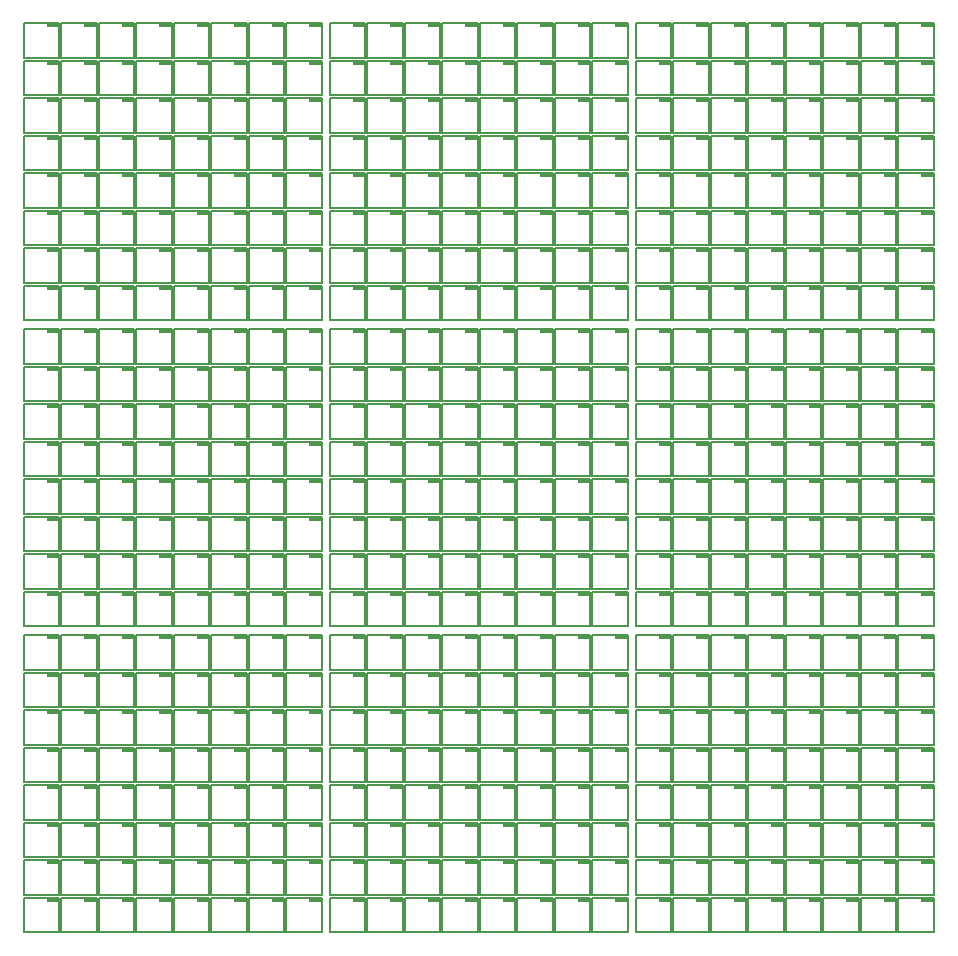
<source format=gto>
G75*
%MOIN*%
%OFA0B0*%
%FSLAX25Y25*%
%IPPOS*%
%LPD*%
%AMOC8*
5,1,8,0,0,1.08239X$1,22.5*
%
%ADD10C,0.00787*%
%ADD11C,0.00500*%
D10*
X0029094Y0029291D02*
X0040906Y0029291D01*
X0040906Y0039724D01*
X0040906Y0040709D01*
X0029094Y0040709D01*
X0029094Y0029291D01*
X0029094Y0041791D02*
X0040906Y0041791D01*
X0040906Y0052224D01*
X0040906Y0053209D01*
X0029094Y0053209D01*
X0029094Y0041791D01*
X0029094Y0054291D02*
X0040906Y0054291D01*
X0040906Y0064724D01*
X0040906Y0065709D01*
X0029094Y0065709D01*
X0029094Y0054291D01*
X0029094Y0066791D02*
X0040906Y0066791D01*
X0040906Y0077224D01*
X0040906Y0078209D01*
X0029094Y0078209D01*
X0029094Y0066791D01*
X0029094Y0079291D02*
X0040906Y0079291D01*
X0040906Y0089724D01*
X0040906Y0090709D01*
X0029094Y0090709D01*
X0029094Y0079291D01*
X0029094Y0091791D02*
X0040906Y0091791D01*
X0040906Y0102224D01*
X0040906Y0103209D01*
X0029094Y0103209D01*
X0029094Y0091791D01*
X0029094Y0104291D02*
X0040906Y0104291D01*
X0040906Y0114724D01*
X0040906Y0115709D01*
X0029094Y0115709D01*
X0029094Y0104291D01*
X0041594Y0104291D02*
X0041594Y0115709D01*
X0053406Y0115709D01*
X0053406Y0114724D01*
X0053406Y0104291D01*
X0041594Y0104291D01*
X0041594Y0103209D02*
X0041594Y0091791D01*
X0053406Y0091791D01*
X0053406Y0102224D01*
X0053406Y0103209D01*
X0041594Y0103209D01*
X0041594Y0090709D02*
X0041594Y0079291D01*
X0053406Y0079291D01*
X0053406Y0089724D01*
X0053406Y0090709D01*
X0041594Y0090709D01*
X0041594Y0078209D02*
X0041594Y0066791D01*
X0053406Y0066791D01*
X0053406Y0077224D01*
X0053406Y0078209D01*
X0041594Y0078209D01*
X0041594Y0065709D02*
X0041594Y0054291D01*
X0053406Y0054291D01*
X0053406Y0064724D01*
X0053406Y0065709D01*
X0041594Y0065709D01*
X0041594Y0053209D02*
X0041594Y0041791D01*
X0053406Y0041791D01*
X0053406Y0052224D01*
X0053406Y0053209D01*
X0041594Y0053209D01*
X0041594Y0040709D02*
X0041594Y0029291D01*
X0053406Y0029291D01*
X0053406Y0039724D01*
X0053406Y0040709D01*
X0041594Y0040709D01*
X0054094Y0040709D02*
X0054094Y0029291D01*
X0065906Y0029291D01*
X0065906Y0039724D01*
X0065906Y0040709D01*
X0054094Y0040709D01*
X0054094Y0041791D02*
X0065906Y0041791D01*
X0065906Y0052224D01*
X0065906Y0053209D01*
X0054094Y0053209D01*
X0054094Y0041791D01*
X0054094Y0054291D02*
X0065906Y0054291D01*
X0065906Y0064724D01*
X0065906Y0065709D01*
X0054094Y0065709D01*
X0054094Y0054291D01*
X0054094Y0066791D02*
X0065906Y0066791D01*
X0065906Y0077224D01*
X0065906Y0078209D01*
X0054094Y0078209D01*
X0054094Y0066791D01*
X0054094Y0079291D02*
X0065906Y0079291D01*
X0065906Y0089724D01*
X0065906Y0090709D01*
X0054094Y0090709D01*
X0054094Y0079291D01*
X0054094Y0091791D02*
X0065906Y0091791D01*
X0065906Y0102224D01*
X0065906Y0103209D01*
X0054094Y0103209D01*
X0054094Y0091791D01*
X0054094Y0104291D02*
X0065906Y0104291D01*
X0065906Y0114724D01*
X0065906Y0115709D01*
X0054094Y0115709D01*
X0054094Y0104291D01*
X0066594Y0104291D02*
X0066594Y0115709D01*
X0078406Y0115709D01*
X0078406Y0114724D01*
X0078406Y0104291D01*
X0066594Y0104291D01*
X0066594Y0103209D02*
X0066594Y0091791D01*
X0078406Y0091791D01*
X0078406Y0102224D01*
X0078406Y0103209D01*
X0066594Y0103209D01*
X0066594Y0090709D02*
X0066594Y0079291D01*
X0078406Y0079291D01*
X0078406Y0089724D01*
X0078406Y0090709D01*
X0066594Y0090709D01*
X0066594Y0078209D02*
X0066594Y0066791D01*
X0078406Y0066791D01*
X0078406Y0077224D01*
X0078406Y0078209D01*
X0066594Y0078209D01*
X0066594Y0065709D02*
X0066594Y0054291D01*
X0078406Y0054291D01*
X0078406Y0064724D01*
X0078406Y0065709D01*
X0066594Y0065709D01*
X0066594Y0053209D02*
X0066594Y0041791D01*
X0078406Y0041791D01*
X0078406Y0052224D01*
X0078406Y0053209D01*
X0066594Y0053209D01*
X0066594Y0040709D02*
X0066594Y0029291D01*
X0078406Y0029291D01*
X0078406Y0039724D01*
X0078406Y0040709D01*
X0066594Y0040709D01*
X0079094Y0040709D02*
X0079094Y0029291D01*
X0090906Y0029291D01*
X0090906Y0039724D01*
X0090906Y0040709D01*
X0079094Y0040709D01*
X0079094Y0041791D02*
X0090906Y0041791D01*
X0090906Y0052224D01*
X0090906Y0053209D01*
X0079094Y0053209D01*
X0079094Y0041791D01*
X0079094Y0054291D02*
X0090906Y0054291D01*
X0090906Y0064724D01*
X0090906Y0065709D01*
X0079094Y0065709D01*
X0079094Y0054291D01*
X0079094Y0066791D02*
X0090906Y0066791D01*
X0090906Y0077224D01*
X0090906Y0078209D01*
X0079094Y0078209D01*
X0079094Y0066791D01*
X0079094Y0079291D02*
X0090906Y0079291D01*
X0090906Y0089724D01*
X0090906Y0090709D01*
X0079094Y0090709D01*
X0079094Y0079291D01*
X0079094Y0091791D02*
X0090906Y0091791D01*
X0090906Y0102224D01*
X0090906Y0103209D01*
X0079094Y0103209D01*
X0079094Y0091791D01*
X0079094Y0104291D02*
X0090906Y0104291D01*
X0090906Y0114724D01*
X0090906Y0115709D01*
X0079094Y0115709D01*
X0079094Y0104291D01*
X0091594Y0104291D02*
X0091594Y0115709D01*
X0103406Y0115709D01*
X0103406Y0114724D01*
X0103406Y0104291D01*
X0091594Y0104291D01*
X0091594Y0103209D02*
X0091594Y0091791D01*
X0103406Y0091791D01*
X0103406Y0102224D01*
X0103406Y0103209D01*
X0091594Y0103209D01*
X0104094Y0103209D02*
X0104094Y0091791D01*
X0115906Y0091791D01*
X0115906Y0102224D01*
X0115906Y0103209D01*
X0104094Y0103209D01*
X0104094Y0104291D02*
X0115906Y0104291D01*
X0115906Y0114724D01*
X0115906Y0115709D01*
X0104094Y0115709D01*
X0104094Y0104291D01*
X0116594Y0104291D02*
X0116594Y0115709D01*
X0128406Y0115709D01*
X0128406Y0114724D01*
X0128406Y0104291D01*
X0116594Y0104291D01*
X0116594Y0103209D02*
X0116594Y0091791D01*
X0128406Y0091791D01*
X0128406Y0102224D01*
X0128406Y0103209D01*
X0116594Y0103209D01*
X0116594Y0090709D02*
X0116594Y0079291D01*
X0128406Y0079291D01*
X0128406Y0089724D01*
X0128406Y0090709D01*
X0116594Y0090709D01*
X0115906Y0090709D02*
X0115906Y0089724D01*
X0115906Y0079291D01*
X0104094Y0079291D01*
X0104094Y0090709D01*
X0115906Y0090709D01*
X0115906Y0078209D02*
X0104094Y0078209D01*
X0104094Y0066791D01*
X0115906Y0066791D01*
X0115906Y0077224D01*
X0115906Y0078209D01*
X0116594Y0078209D02*
X0116594Y0066791D01*
X0128406Y0066791D01*
X0128406Y0077224D01*
X0128406Y0078209D01*
X0116594Y0078209D01*
X0116594Y0065709D02*
X0116594Y0054291D01*
X0128406Y0054291D01*
X0128406Y0064724D01*
X0128406Y0065709D01*
X0116594Y0065709D01*
X0115906Y0065709D02*
X0115906Y0064724D01*
X0115906Y0054291D01*
X0104094Y0054291D01*
X0104094Y0065709D01*
X0115906Y0065709D01*
X0115906Y0053209D02*
X0104094Y0053209D01*
X0104094Y0041791D01*
X0115906Y0041791D01*
X0115906Y0052224D01*
X0115906Y0053209D01*
X0116594Y0053209D02*
X0116594Y0041791D01*
X0128406Y0041791D01*
X0128406Y0052224D01*
X0128406Y0053209D01*
X0116594Y0053209D01*
X0116594Y0040709D02*
X0116594Y0029291D01*
X0128406Y0029291D01*
X0128406Y0039724D01*
X0128406Y0040709D01*
X0116594Y0040709D01*
X0115906Y0040709D02*
X0115906Y0039724D01*
X0115906Y0029291D01*
X0104094Y0029291D01*
X0104094Y0040709D01*
X0115906Y0040709D01*
X0103406Y0040709D02*
X0103406Y0039724D01*
X0103406Y0029291D01*
X0091594Y0029291D01*
X0091594Y0040709D01*
X0103406Y0040709D01*
X0103406Y0041791D02*
X0103406Y0052224D01*
X0103406Y0053209D01*
X0091594Y0053209D01*
X0091594Y0041791D01*
X0103406Y0041791D01*
X0103406Y0054291D02*
X0091594Y0054291D01*
X0091594Y0065709D01*
X0103406Y0065709D01*
X0103406Y0064724D01*
X0103406Y0054291D01*
X0103406Y0066791D02*
X0091594Y0066791D01*
X0091594Y0078209D01*
X0103406Y0078209D01*
X0103406Y0077224D01*
X0103406Y0066791D01*
X0103406Y0079291D02*
X0091594Y0079291D01*
X0091594Y0090709D01*
X0103406Y0090709D01*
X0103406Y0089724D01*
X0103406Y0079291D01*
X0131094Y0079291D02*
X0142906Y0079291D01*
X0142906Y0089724D01*
X0142906Y0090709D01*
X0131094Y0090709D01*
X0131094Y0079291D01*
X0131094Y0078209D02*
X0131094Y0066791D01*
X0142906Y0066791D01*
X0142906Y0077224D01*
X0142906Y0078209D01*
X0131094Y0078209D01*
X0143594Y0078209D02*
X0143594Y0066791D01*
X0155406Y0066791D01*
X0155406Y0077224D01*
X0155406Y0078209D01*
X0143594Y0078209D01*
X0143594Y0079291D02*
X0155406Y0079291D01*
X0155406Y0089724D01*
X0155406Y0090709D01*
X0143594Y0090709D01*
X0143594Y0079291D01*
X0143594Y0091791D02*
X0155406Y0091791D01*
X0155406Y0102224D01*
X0155406Y0103209D01*
X0143594Y0103209D01*
X0143594Y0091791D01*
X0142906Y0091791D02*
X0142906Y0102224D01*
X0142906Y0103209D01*
X0131094Y0103209D01*
X0131094Y0091791D01*
X0142906Y0091791D01*
X0142906Y0104291D02*
X0131094Y0104291D01*
X0131094Y0115709D01*
X0142906Y0115709D01*
X0142906Y0114724D01*
X0142906Y0104291D01*
X0143594Y0104291D02*
X0155406Y0104291D01*
X0155406Y0114724D01*
X0155406Y0115709D01*
X0143594Y0115709D01*
X0143594Y0104291D01*
X0156094Y0104291D02*
X0156094Y0115709D01*
X0167906Y0115709D01*
X0167906Y0114724D01*
X0167906Y0104291D01*
X0156094Y0104291D01*
X0156094Y0103209D02*
X0156094Y0091791D01*
X0167906Y0091791D01*
X0167906Y0102224D01*
X0167906Y0103209D01*
X0156094Y0103209D01*
X0156094Y0090709D02*
X0156094Y0079291D01*
X0167906Y0079291D01*
X0167906Y0089724D01*
X0167906Y0090709D01*
X0156094Y0090709D01*
X0156094Y0078209D02*
X0156094Y0066791D01*
X0167906Y0066791D01*
X0167906Y0077224D01*
X0167906Y0078209D01*
X0156094Y0078209D01*
X0156094Y0065709D02*
X0156094Y0054291D01*
X0167906Y0054291D01*
X0167906Y0064724D01*
X0167906Y0065709D01*
X0156094Y0065709D01*
X0155406Y0065709D02*
X0155406Y0064724D01*
X0155406Y0054291D01*
X0143594Y0054291D01*
X0143594Y0065709D01*
X0155406Y0065709D01*
X0155406Y0053209D02*
X0143594Y0053209D01*
X0143594Y0041791D01*
X0155406Y0041791D01*
X0155406Y0052224D01*
X0155406Y0053209D01*
X0156094Y0053209D02*
X0156094Y0041791D01*
X0167906Y0041791D01*
X0167906Y0052224D01*
X0167906Y0053209D01*
X0156094Y0053209D01*
X0156094Y0040709D02*
X0156094Y0029291D01*
X0167906Y0029291D01*
X0167906Y0039724D01*
X0167906Y0040709D01*
X0156094Y0040709D01*
X0155406Y0040709D02*
X0155406Y0039724D01*
X0155406Y0029291D01*
X0143594Y0029291D01*
X0143594Y0040709D01*
X0155406Y0040709D01*
X0142906Y0040709D02*
X0142906Y0039724D01*
X0142906Y0029291D01*
X0131094Y0029291D01*
X0131094Y0040709D01*
X0142906Y0040709D01*
X0142906Y0041791D02*
X0142906Y0052224D01*
X0142906Y0053209D01*
X0131094Y0053209D01*
X0131094Y0041791D01*
X0142906Y0041791D01*
X0142906Y0054291D02*
X0131094Y0054291D01*
X0131094Y0065709D01*
X0142906Y0065709D01*
X0142906Y0064724D01*
X0142906Y0054291D01*
X0168594Y0054291D02*
X0180406Y0054291D01*
X0180406Y0064724D01*
X0180406Y0065709D01*
X0168594Y0065709D01*
X0168594Y0054291D01*
X0168594Y0053209D02*
X0168594Y0041791D01*
X0180406Y0041791D01*
X0180406Y0052224D01*
X0180406Y0053209D01*
X0168594Y0053209D01*
X0168594Y0040709D02*
X0168594Y0029291D01*
X0180406Y0029291D01*
X0180406Y0039724D01*
X0180406Y0040709D01*
X0168594Y0040709D01*
X0181094Y0040709D02*
X0181094Y0029291D01*
X0192906Y0029291D01*
X0192906Y0039724D01*
X0192906Y0040709D01*
X0181094Y0040709D01*
X0181094Y0041791D02*
X0192906Y0041791D01*
X0192906Y0052224D01*
X0192906Y0053209D01*
X0181094Y0053209D01*
X0181094Y0041791D01*
X0181094Y0054291D02*
X0192906Y0054291D01*
X0192906Y0064724D01*
X0192906Y0065709D01*
X0181094Y0065709D01*
X0181094Y0054291D01*
X0181094Y0066791D02*
X0192906Y0066791D01*
X0192906Y0077224D01*
X0192906Y0078209D01*
X0181094Y0078209D01*
X0181094Y0066791D01*
X0180406Y0066791D02*
X0180406Y0077224D01*
X0180406Y0078209D01*
X0168594Y0078209D01*
X0168594Y0066791D01*
X0180406Y0066791D01*
X0180406Y0079291D02*
X0168594Y0079291D01*
X0168594Y0090709D01*
X0180406Y0090709D01*
X0180406Y0089724D01*
X0180406Y0079291D01*
X0181094Y0079291D02*
X0192906Y0079291D01*
X0192906Y0089724D01*
X0192906Y0090709D01*
X0181094Y0090709D01*
X0181094Y0079291D01*
X0181094Y0091791D02*
X0192906Y0091791D01*
X0192906Y0102224D01*
X0192906Y0103209D01*
X0181094Y0103209D01*
X0181094Y0091791D01*
X0180406Y0091791D02*
X0180406Y0102224D01*
X0180406Y0103209D01*
X0168594Y0103209D01*
X0168594Y0091791D01*
X0180406Y0091791D01*
X0180406Y0104291D02*
X0168594Y0104291D01*
X0168594Y0115709D01*
X0180406Y0115709D01*
X0180406Y0114724D01*
X0180406Y0104291D01*
X0181094Y0104291D02*
X0192906Y0104291D01*
X0192906Y0114724D01*
X0192906Y0115709D01*
X0181094Y0115709D01*
X0181094Y0104291D01*
X0193594Y0104291D02*
X0193594Y0115709D01*
X0205406Y0115709D01*
X0205406Y0114724D01*
X0205406Y0104291D01*
X0193594Y0104291D01*
X0193594Y0103209D02*
X0193594Y0091791D01*
X0205406Y0091791D01*
X0205406Y0102224D01*
X0205406Y0103209D01*
X0193594Y0103209D01*
X0193594Y0090709D02*
X0193594Y0079291D01*
X0205406Y0079291D01*
X0205406Y0089724D01*
X0205406Y0090709D01*
X0193594Y0090709D01*
X0193594Y0078209D02*
X0193594Y0066791D01*
X0205406Y0066791D01*
X0205406Y0077224D01*
X0205406Y0078209D01*
X0193594Y0078209D01*
X0193594Y0065709D02*
X0193594Y0054291D01*
X0205406Y0054291D01*
X0205406Y0064724D01*
X0205406Y0065709D01*
X0193594Y0065709D01*
X0193594Y0053209D02*
X0193594Y0041791D01*
X0205406Y0041791D01*
X0205406Y0052224D01*
X0205406Y0053209D01*
X0193594Y0053209D01*
X0193594Y0040709D02*
X0193594Y0029291D01*
X0205406Y0029291D01*
X0205406Y0039724D01*
X0205406Y0040709D01*
X0193594Y0040709D01*
X0206094Y0040709D02*
X0206094Y0029291D01*
X0217906Y0029291D01*
X0217906Y0039724D01*
X0217906Y0040709D01*
X0206094Y0040709D01*
X0206094Y0041791D02*
X0217906Y0041791D01*
X0217906Y0052224D01*
X0217906Y0053209D01*
X0206094Y0053209D01*
X0206094Y0041791D01*
X0206094Y0054291D02*
X0217906Y0054291D01*
X0217906Y0064724D01*
X0217906Y0065709D01*
X0206094Y0065709D01*
X0206094Y0054291D01*
X0206094Y0066791D02*
X0217906Y0066791D01*
X0217906Y0077224D01*
X0217906Y0078209D01*
X0206094Y0078209D01*
X0206094Y0066791D01*
X0206094Y0079291D02*
X0217906Y0079291D01*
X0217906Y0089724D01*
X0217906Y0090709D01*
X0206094Y0090709D01*
X0206094Y0079291D01*
X0206094Y0091791D02*
X0217906Y0091791D01*
X0217906Y0102224D01*
X0217906Y0103209D01*
X0206094Y0103209D01*
X0206094Y0091791D01*
X0206094Y0104291D02*
X0217906Y0104291D01*
X0217906Y0114724D01*
X0217906Y0115709D01*
X0206094Y0115709D01*
X0206094Y0104291D01*
X0218594Y0104291D02*
X0218594Y0115709D01*
X0230406Y0115709D01*
X0230406Y0114724D01*
X0230406Y0104291D01*
X0218594Y0104291D01*
X0218594Y0103209D02*
X0218594Y0091791D01*
X0230406Y0091791D01*
X0230406Y0102224D01*
X0230406Y0103209D01*
X0218594Y0103209D01*
X0218594Y0090709D02*
X0218594Y0079291D01*
X0230406Y0079291D01*
X0230406Y0089724D01*
X0230406Y0090709D01*
X0218594Y0090709D01*
X0218594Y0078209D02*
X0218594Y0066791D01*
X0230406Y0066791D01*
X0230406Y0077224D01*
X0230406Y0078209D01*
X0218594Y0078209D01*
X0218594Y0065709D02*
X0218594Y0054291D01*
X0230406Y0054291D01*
X0230406Y0064724D01*
X0230406Y0065709D01*
X0218594Y0065709D01*
X0218594Y0053209D02*
X0218594Y0041791D01*
X0230406Y0041791D01*
X0230406Y0052224D01*
X0230406Y0053209D01*
X0218594Y0053209D01*
X0218594Y0040709D02*
X0218594Y0029291D01*
X0230406Y0029291D01*
X0230406Y0039724D01*
X0230406Y0040709D01*
X0218594Y0040709D01*
X0233094Y0040709D02*
X0233094Y0029291D01*
X0244906Y0029291D01*
X0244906Y0039724D01*
X0244906Y0040709D01*
X0233094Y0040709D01*
X0233094Y0041791D02*
X0244906Y0041791D01*
X0244906Y0052224D01*
X0244906Y0053209D01*
X0233094Y0053209D01*
X0233094Y0041791D01*
X0233094Y0054291D02*
X0244906Y0054291D01*
X0244906Y0064724D01*
X0244906Y0065709D01*
X0233094Y0065709D01*
X0233094Y0054291D01*
X0233094Y0066791D02*
X0244906Y0066791D01*
X0244906Y0077224D01*
X0244906Y0078209D01*
X0233094Y0078209D01*
X0233094Y0066791D01*
X0233094Y0079291D02*
X0244906Y0079291D01*
X0244906Y0089724D01*
X0244906Y0090709D01*
X0233094Y0090709D01*
X0233094Y0079291D01*
X0233094Y0091791D02*
X0244906Y0091791D01*
X0244906Y0102224D01*
X0244906Y0103209D01*
X0233094Y0103209D01*
X0233094Y0091791D01*
X0233094Y0104291D02*
X0244906Y0104291D01*
X0244906Y0114724D01*
X0244906Y0115709D01*
X0233094Y0115709D01*
X0233094Y0104291D01*
X0245594Y0104291D02*
X0245594Y0115709D01*
X0257406Y0115709D01*
X0257406Y0114724D01*
X0257406Y0104291D01*
X0245594Y0104291D01*
X0245594Y0103209D02*
X0245594Y0091791D01*
X0257406Y0091791D01*
X0257406Y0102224D01*
X0257406Y0103209D01*
X0245594Y0103209D01*
X0245594Y0090709D02*
X0245594Y0079291D01*
X0257406Y0079291D01*
X0257406Y0089724D01*
X0257406Y0090709D01*
X0245594Y0090709D01*
X0245594Y0078209D02*
X0245594Y0066791D01*
X0257406Y0066791D01*
X0257406Y0077224D01*
X0257406Y0078209D01*
X0245594Y0078209D01*
X0245594Y0065709D02*
X0245594Y0054291D01*
X0257406Y0054291D01*
X0257406Y0064724D01*
X0257406Y0065709D01*
X0245594Y0065709D01*
X0245594Y0053209D02*
X0245594Y0041791D01*
X0257406Y0041791D01*
X0257406Y0052224D01*
X0257406Y0053209D01*
X0245594Y0053209D01*
X0245594Y0040709D02*
X0245594Y0029291D01*
X0257406Y0029291D01*
X0257406Y0039724D01*
X0257406Y0040709D01*
X0245594Y0040709D01*
X0258094Y0040709D02*
X0258094Y0029291D01*
X0269906Y0029291D01*
X0269906Y0039724D01*
X0269906Y0040709D01*
X0258094Y0040709D01*
X0258094Y0041791D02*
X0269906Y0041791D01*
X0269906Y0052224D01*
X0269906Y0053209D01*
X0258094Y0053209D01*
X0258094Y0041791D01*
X0258094Y0054291D02*
X0269906Y0054291D01*
X0269906Y0064724D01*
X0269906Y0065709D01*
X0258094Y0065709D01*
X0258094Y0054291D01*
X0258094Y0066791D02*
X0269906Y0066791D01*
X0269906Y0077224D01*
X0269906Y0078209D01*
X0258094Y0078209D01*
X0258094Y0066791D01*
X0258094Y0079291D02*
X0269906Y0079291D01*
X0269906Y0089724D01*
X0269906Y0090709D01*
X0258094Y0090709D01*
X0258094Y0079291D01*
X0258094Y0091791D02*
X0269906Y0091791D01*
X0269906Y0102224D01*
X0269906Y0103209D01*
X0258094Y0103209D01*
X0258094Y0091791D01*
X0258094Y0104291D02*
X0269906Y0104291D01*
X0269906Y0114724D01*
X0269906Y0115709D01*
X0258094Y0115709D01*
X0258094Y0104291D01*
X0270594Y0104291D02*
X0270594Y0115709D01*
X0282406Y0115709D01*
X0282406Y0114724D01*
X0282406Y0104291D01*
X0270594Y0104291D01*
X0270594Y0103209D02*
X0270594Y0091791D01*
X0282406Y0091791D01*
X0282406Y0102224D01*
X0282406Y0103209D01*
X0270594Y0103209D01*
X0283094Y0103209D02*
X0283094Y0091791D01*
X0294906Y0091791D01*
X0294906Y0102224D01*
X0294906Y0103209D01*
X0283094Y0103209D01*
X0283094Y0104291D02*
X0294906Y0104291D01*
X0294906Y0114724D01*
X0294906Y0115709D01*
X0283094Y0115709D01*
X0283094Y0104291D01*
X0295594Y0104291D02*
X0295594Y0115709D01*
X0307406Y0115709D01*
X0307406Y0114724D01*
X0307406Y0104291D01*
X0295594Y0104291D01*
X0295594Y0103209D02*
X0295594Y0091791D01*
X0307406Y0091791D01*
X0307406Y0102224D01*
X0307406Y0103209D01*
X0295594Y0103209D01*
X0295594Y0090709D02*
X0295594Y0079291D01*
X0307406Y0079291D01*
X0307406Y0089724D01*
X0307406Y0090709D01*
X0295594Y0090709D01*
X0294906Y0090709D02*
X0294906Y0089724D01*
X0294906Y0079291D01*
X0283094Y0079291D01*
X0283094Y0090709D01*
X0294906Y0090709D01*
X0294906Y0078209D02*
X0283094Y0078209D01*
X0283094Y0066791D01*
X0294906Y0066791D01*
X0294906Y0077224D01*
X0294906Y0078209D01*
X0295594Y0078209D02*
X0295594Y0066791D01*
X0307406Y0066791D01*
X0307406Y0077224D01*
X0307406Y0078209D01*
X0295594Y0078209D01*
X0295594Y0065709D02*
X0295594Y0054291D01*
X0307406Y0054291D01*
X0307406Y0064724D01*
X0307406Y0065709D01*
X0295594Y0065709D01*
X0294906Y0065709D02*
X0294906Y0064724D01*
X0294906Y0054291D01*
X0283094Y0054291D01*
X0283094Y0065709D01*
X0294906Y0065709D01*
X0294906Y0053209D02*
X0283094Y0053209D01*
X0283094Y0041791D01*
X0294906Y0041791D01*
X0294906Y0052224D01*
X0294906Y0053209D01*
X0295594Y0053209D02*
X0295594Y0041791D01*
X0307406Y0041791D01*
X0307406Y0052224D01*
X0307406Y0053209D01*
X0295594Y0053209D01*
X0295594Y0040709D02*
X0295594Y0029291D01*
X0307406Y0029291D01*
X0307406Y0039724D01*
X0307406Y0040709D01*
X0295594Y0040709D01*
X0294906Y0040709D02*
X0294906Y0039724D01*
X0294906Y0029291D01*
X0283094Y0029291D01*
X0283094Y0040709D01*
X0294906Y0040709D01*
X0282406Y0040709D02*
X0282406Y0039724D01*
X0282406Y0029291D01*
X0270594Y0029291D01*
X0270594Y0040709D01*
X0282406Y0040709D01*
X0282406Y0041791D02*
X0282406Y0052224D01*
X0282406Y0053209D01*
X0270594Y0053209D01*
X0270594Y0041791D01*
X0282406Y0041791D01*
X0282406Y0054291D02*
X0270594Y0054291D01*
X0270594Y0065709D01*
X0282406Y0065709D01*
X0282406Y0064724D01*
X0282406Y0054291D01*
X0282406Y0066791D02*
X0270594Y0066791D01*
X0270594Y0078209D01*
X0282406Y0078209D01*
X0282406Y0077224D01*
X0282406Y0066791D01*
X0282406Y0079291D02*
X0270594Y0079291D01*
X0270594Y0090709D01*
X0282406Y0090709D01*
X0282406Y0089724D01*
X0282406Y0079291D01*
X0308094Y0079291D02*
X0319906Y0079291D01*
X0319906Y0089724D01*
X0319906Y0090709D01*
X0308094Y0090709D01*
X0308094Y0079291D01*
X0308094Y0078209D02*
X0308094Y0066791D01*
X0319906Y0066791D01*
X0319906Y0077224D01*
X0319906Y0078209D01*
X0308094Y0078209D01*
X0308094Y0065709D02*
X0308094Y0054291D01*
X0319906Y0054291D01*
X0319906Y0064724D01*
X0319906Y0065709D01*
X0308094Y0065709D01*
X0308094Y0053209D02*
X0308094Y0041791D01*
X0319906Y0041791D01*
X0319906Y0052224D01*
X0319906Y0053209D01*
X0308094Y0053209D01*
X0308094Y0040709D02*
X0308094Y0029291D01*
X0319906Y0029291D01*
X0319906Y0039724D01*
X0319906Y0040709D01*
X0308094Y0040709D01*
X0320594Y0040709D02*
X0320594Y0029291D01*
X0332406Y0029291D01*
X0332406Y0039724D01*
X0332406Y0040709D01*
X0320594Y0040709D01*
X0320594Y0041791D02*
X0332406Y0041791D01*
X0332406Y0052224D01*
X0332406Y0053209D01*
X0320594Y0053209D01*
X0320594Y0041791D01*
X0320594Y0054291D02*
X0332406Y0054291D01*
X0332406Y0064724D01*
X0332406Y0065709D01*
X0320594Y0065709D01*
X0320594Y0054291D01*
X0320594Y0066791D02*
X0332406Y0066791D01*
X0332406Y0077224D01*
X0332406Y0078209D01*
X0320594Y0078209D01*
X0320594Y0066791D01*
X0320594Y0079291D02*
X0332406Y0079291D01*
X0332406Y0089724D01*
X0332406Y0090709D01*
X0320594Y0090709D01*
X0320594Y0079291D01*
X0320594Y0091791D02*
X0332406Y0091791D01*
X0332406Y0102224D01*
X0332406Y0103209D01*
X0320594Y0103209D01*
X0320594Y0091791D01*
X0319906Y0091791D02*
X0319906Y0102224D01*
X0319906Y0103209D01*
X0308094Y0103209D01*
X0308094Y0091791D01*
X0319906Y0091791D01*
X0319906Y0104291D02*
X0308094Y0104291D01*
X0308094Y0115709D01*
X0319906Y0115709D01*
X0319906Y0114724D01*
X0319906Y0104291D01*
X0320594Y0104291D02*
X0332406Y0104291D01*
X0332406Y0114724D01*
X0332406Y0115709D01*
X0320594Y0115709D01*
X0320594Y0104291D01*
X0320594Y0116791D02*
X0332406Y0116791D01*
X0332406Y0127224D01*
X0332406Y0128209D01*
X0320594Y0128209D01*
X0320594Y0116791D01*
X0319906Y0116791D02*
X0319906Y0127224D01*
X0319906Y0128209D01*
X0308094Y0128209D01*
X0308094Y0116791D01*
X0319906Y0116791D01*
X0307406Y0116791D02*
X0307406Y0127224D01*
X0307406Y0128209D01*
X0295594Y0128209D01*
X0295594Y0116791D01*
X0307406Y0116791D01*
X0294906Y0116791D02*
X0294906Y0127224D01*
X0294906Y0128209D01*
X0283094Y0128209D01*
X0283094Y0116791D01*
X0294906Y0116791D01*
X0282406Y0116791D02*
X0282406Y0127224D01*
X0282406Y0128209D01*
X0270594Y0128209D01*
X0270594Y0116791D01*
X0282406Y0116791D01*
X0269906Y0116791D02*
X0269906Y0127224D01*
X0269906Y0128209D01*
X0258094Y0128209D01*
X0258094Y0116791D01*
X0269906Y0116791D01*
X0257406Y0116791D02*
X0257406Y0127224D01*
X0257406Y0128209D01*
X0245594Y0128209D01*
X0245594Y0116791D01*
X0257406Y0116791D01*
X0244906Y0116791D02*
X0244906Y0127224D01*
X0244906Y0128209D01*
X0233094Y0128209D01*
X0233094Y0116791D01*
X0244906Y0116791D01*
X0244906Y0131291D02*
X0233094Y0131291D01*
X0233094Y0142709D01*
X0244906Y0142709D01*
X0244906Y0141724D01*
X0244906Y0131291D01*
X0245594Y0131291D02*
X0257406Y0131291D01*
X0257406Y0141724D01*
X0257406Y0142709D01*
X0245594Y0142709D01*
X0245594Y0131291D01*
X0245594Y0143791D02*
X0257406Y0143791D01*
X0257406Y0154224D01*
X0257406Y0155209D01*
X0245594Y0155209D01*
X0245594Y0143791D01*
X0244906Y0143791D02*
X0244906Y0154224D01*
X0244906Y0155209D01*
X0233094Y0155209D01*
X0233094Y0143791D01*
X0244906Y0143791D01*
X0244906Y0156291D02*
X0233094Y0156291D01*
X0233094Y0167709D01*
X0244906Y0167709D01*
X0244906Y0166724D01*
X0244906Y0156291D01*
X0245594Y0156291D02*
X0257406Y0156291D01*
X0257406Y0166724D01*
X0257406Y0167709D01*
X0245594Y0167709D01*
X0245594Y0156291D01*
X0258094Y0156291D02*
X0258094Y0167709D01*
X0269906Y0167709D01*
X0269906Y0166724D01*
X0269906Y0156291D01*
X0258094Y0156291D01*
X0258094Y0155209D02*
X0258094Y0143791D01*
X0269906Y0143791D01*
X0269906Y0154224D01*
X0269906Y0155209D01*
X0258094Y0155209D01*
X0258094Y0142709D02*
X0258094Y0131291D01*
X0269906Y0131291D01*
X0269906Y0141724D01*
X0269906Y0142709D01*
X0258094Y0142709D01*
X0270594Y0142709D02*
X0270594Y0131291D01*
X0282406Y0131291D01*
X0282406Y0141724D01*
X0282406Y0142709D01*
X0270594Y0142709D01*
X0270594Y0143791D02*
X0282406Y0143791D01*
X0282406Y0154224D01*
X0282406Y0155209D01*
X0270594Y0155209D01*
X0270594Y0143791D01*
X0283094Y0143791D02*
X0294906Y0143791D01*
X0294906Y0154224D01*
X0294906Y0155209D01*
X0283094Y0155209D01*
X0283094Y0143791D01*
X0283094Y0142709D02*
X0283094Y0131291D01*
X0294906Y0131291D01*
X0294906Y0141724D01*
X0294906Y0142709D01*
X0283094Y0142709D01*
X0295594Y0142709D02*
X0295594Y0131291D01*
X0307406Y0131291D01*
X0307406Y0141724D01*
X0307406Y0142709D01*
X0295594Y0142709D01*
X0295594Y0143791D02*
X0307406Y0143791D01*
X0307406Y0154224D01*
X0307406Y0155209D01*
X0295594Y0155209D01*
X0295594Y0143791D01*
X0295594Y0156291D02*
X0307406Y0156291D01*
X0307406Y0166724D01*
X0307406Y0167709D01*
X0295594Y0167709D01*
X0295594Y0156291D01*
X0294906Y0156291D02*
X0294906Y0166724D01*
X0294906Y0167709D01*
X0283094Y0167709D01*
X0283094Y0156291D01*
X0294906Y0156291D01*
X0282406Y0156291D02*
X0282406Y0166724D01*
X0282406Y0167709D01*
X0270594Y0167709D01*
X0270594Y0156291D01*
X0282406Y0156291D01*
X0282406Y0168791D02*
X0270594Y0168791D01*
X0270594Y0180209D01*
X0282406Y0180209D01*
X0282406Y0179224D01*
X0282406Y0168791D01*
X0283094Y0168791D02*
X0294906Y0168791D01*
X0294906Y0179224D01*
X0294906Y0180209D01*
X0283094Y0180209D01*
X0283094Y0168791D01*
X0283094Y0181291D02*
X0294906Y0181291D01*
X0294906Y0191724D01*
X0294906Y0192709D01*
X0283094Y0192709D01*
X0283094Y0181291D01*
X0282406Y0181291D02*
X0282406Y0191724D01*
X0282406Y0192709D01*
X0270594Y0192709D01*
X0270594Y0181291D01*
X0282406Y0181291D01*
X0282406Y0193791D02*
X0270594Y0193791D01*
X0270594Y0205209D01*
X0282406Y0205209D01*
X0282406Y0204224D01*
X0282406Y0193791D01*
X0283094Y0193791D02*
X0294906Y0193791D01*
X0294906Y0204224D01*
X0294906Y0205209D01*
X0283094Y0205209D01*
X0283094Y0193791D01*
X0283094Y0206291D02*
X0294906Y0206291D01*
X0294906Y0216724D01*
X0294906Y0217709D01*
X0283094Y0217709D01*
X0283094Y0206291D01*
X0282406Y0206291D02*
X0282406Y0216724D01*
X0282406Y0217709D01*
X0270594Y0217709D01*
X0270594Y0206291D01*
X0282406Y0206291D01*
X0282406Y0218791D02*
X0270594Y0218791D01*
X0270594Y0230209D01*
X0282406Y0230209D01*
X0282406Y0229224D01*
X0282406Y0218791D01*
X0283094Y0218791D02*
X0294906Y0218791D01*
X0294906Y0229224D01*
X0294906Y0230209D01*
X0283094Y0230209D01*
X0283094Y0218791D01*
X0295594Y0218791D02*
X0295594Y0230209D01*
X0307406Y0230209D01*
X0307406Y0229224D01*
X0307406Y0218791D01*
X0295594Y0218791D01*
X0295594Y0217709D02*
X0295594Y0206291D01*
X0307406Y0206291D01*
X0307406Y0216724D01*
X0307406Y0217709D01*
X0295594Y0217709D01*
X0295594Y0205209D02*
X0295594Y0193791D01*
X0307406Y0193791D01*
X0307406Y0204224D01*
X0307406Y0205209D01*
X0295594Y0205209D01*
X0295594Y0192709D02*
X0295594Y0181291D01*
X0307406Y0181291D01*
X0307406Y0191724D01*
X0307406Y0192709D01*
X0295594Y0192709D01*
X0308094Y0192709D02*
X0308094Y0181291D01*
X0319906Y0181291D01*
X0319906Y0191724D01*
X0319906Y0192709D01*
X0308094Y0192709D01*
X0308094Y0193791D02*
X0319906Y0193791D01*
X0319906Y0204224D01*
X0319906Y0205209D01*
X0308094Y0205209D01*
X0308094Y0193791D01*
X0308094Y0206291D02*
X0319906Y0206291D01*
X0319906Y0216724D01*
X0319906Y0217709D01*
X0308094Y0217709D01*
X0308094Y0206291D01*
X0308094Y0218791D02*
X0319906Y0218791D01*
X0319906Y0229224D01*
X0319906Y0230209D01*
X0308094Y0230209D01*
X0308094Y0218791D01*
X0320594Y0218791D02*
X0320594Y0230209D01*
X0332406Y0230209D01*
X0332406Y0229224D01*
X0332406Y0218791D01*
X0320594Y0218791D01*
X0320594Y0217709D02*
X0320594Y0206291D01*
X0332406Y0206291D01*
X0332406Y0216724D01*
X0332406Y0217709D01*
X0320594Y0217709D01*
X0320594Y0205209D02*
X0320594Y0193791D01*
X0332406Y0193791D01*
X0332406Y0204224D01*
X0332406Y0205209D01*
X0320594Y0205209D01*
X0320594Y0192709D02*
X0320594Y0181291D01*
X0332406Y0181291D01*
X0332406Y0191724D01*
X0332406Y0192709D01*
X0320594Y0192709D01*
X0320594Y0180209D02*
X0320594Y0168791D01*
X0332406Y0168791D01*
X0332406Y0179224D01*
X0332406Y0180209D01*
X0320594Y0180209D01*
X0319906Y0180209D02*
X0319906Y0179224D01*
X0319906Y0168791D01*
X0308094Y0168791D01*
X0308094Y0180209D01*
X0319906Y0180209D01*
X0319906Y0167709D02*
X0308094Y0167709D01*
X0308094Y0156291D01*
X0319906Y0156291D01*
X0319906Y0166724D01*
X0319906Y0167709D01*
X0320594Y0167709D02*
X0320594Y0156291D01*
X0332406Y0156291D01*
X0332406Y0166724D01*
X0332406Y0167709D01*
X0320594Y0167709D01*
X0320594Y0155209D02*
X0320594Y0143791D01*
X0332406Y0143791D01*
X0332406Y0154224D01*
X0332406Y0155209D01*
X0320594Y0155209D01*
X0319906Y0155209D02*
X0319906Y0154224D01*
X0319906Y0143791D01*
X0308094Y0143791D01*
X0308094Y0155209D01*
X0319906Y0155209D01*
X0319906Y0142709D02*
X0308094Y0142709D01*
X0308094Y0131291D01*
X0319906Y0131291D01*
X0319906Y0141724D01*
X0319906Y0142709D01*
X0320594Y0142709D02*
X0320594Y0131291D01*
X0332406Y0131291D01*
X0332406Y0141724D01*
X0332406Y0142709D01*
X0320594Y0142709D01*
X0307406Y0168791D02*
X0295594Y0168791D01*
X0295594Y0180209D01*
X0307406Y0180209D01*
X0307406Y0179224D01*
X0307406Y0168791D01*
X0269906Y0168791D02*
X0269906Y0179224D01*
X0269906Y0180209D01*
X0258094Y0180209D01*
X0258094Y0168791D01*
X0269906Y0168791D01*
X0257406Y0168791D02*
X0257406Y0179224D01*
X0257406Y0180209D01*
X0245594Y0180209D01*
X0245594Y0168791D01*
X0257406Y0168791D01*
X0257406Y0181291D02*
X0245594Y0181291D01*
X0245594Y0192709D01*
X0257406Y0192709D01*
X0257406Y0191724D01*
X0257406Y0181291D01*
X0258094Y0181291D02*
X0269906Y0181291D01*
X0269906Y0191724D01*
X0269906Y0192709D01*
X0258094Y0192709D01*
X0258094Y0181291D01*
X0258094Y0193791D02*
X0269906Y0193791D01*
X0269906Y0204224D01*
X0269906Y0205209D01*
X0258094Y0205209D01*
X0258094Y0193791D01*
X0257406Y0193791D02*
X0257406Y0204224D01*
X0257406Y0205209D01*
X0245594Y0205209D01*
X0245594Y0193791D01*
X0257406Y0193791D01*
X0257406Y0206291D02*
X0245594Y0206291D01*
X0245594Y0217709D01*
X0257406Y0217709D01*
X0257406Y0216724D01*
X0257406Y0206291D01*
X0258094Y0206291D02*
X0269906Y0206291D01*
X0269906Y0216724D01*
X0269906Y0217709D01*
X0258094Y0217709D01*
X0258094Y0206291D01*
X0258094Y0218791D02*
X0269906Y0218791D01*
X0269906Y0229224D01*
X0269906Y0230209D01*
X0258094Y0230209D01*
X0258094Y0218791D01*
X0257406Y0218791D02*
X0257406Y0229224D01*
X0257406Y0230209D01*
X0245594Y0230209D01*
X0245594Y0218791D01*
X0257406Y0218791D01*
X0244906Y0218791D02*
X0244906Y0229224D01*
X0244906Y0230209D01*
X0233094Y0230209D01*
X0233094Y0218791D01*
X0244906Y0218791D01*
X0244906Y0217709D02*
X0244906Y0216724D01*
X0244906Y0206291D01*
X0233094Y0206291D01*
X0233094Y0217709D01*
X0244906Y0217709D01*
X0244906Y0205209D02*
X0233094Y0205209D01*
X0233094Y0193791D01*
X0244906Y0193791D01*
X0244906Y0204224D01*
X0244906Y0205209D01*
X0244906Y0192709D02*
X0233094Y0192709D01*
X0233094Y0181291D01*
X0244906Y0181291D01*
X0244906Y0191724D01*
X0244906Y0192709D01*
X0244906Y0180209D02*
X0233094Y0180209D01*
X0233094Y0168791D01*
X0244906Y0168791D01*
X0244906Y0179224D01*
X0244906Y0180209D01*
X0230406Y0180209D02*
X0230406Y0179224D01*
X0230406Y0168791D01*
X0218594Y0168791D01*
X0218594Y0180209D01*
X0230406Y0180209D01*
X0230406Y0181291D02*
X0230406Y0191724D01*
X0230406Y0192709D01*
X0218594Y0192709D01*
X0218594Y0181291D01*
X0230406Y0181291D01*
X0230406Y0193791D02*
X0218594Y0193791D01*
X0218594Y0205209D01*
X0230406Y0205209D01*
X0230406Y0204224D01*
X0230406Y0193791D01*
X0230406Y0206291D02*
X0218594Y0206291D01*
X0218594Y0217709D01*
X0230406Y0217709D01*
X0230406Y0216724D01*
X0230406Y0206291D01*
X0230406Y0218791D02*
X0218594Y0218791D01*
X0218594Y0230209D01*
X0230406Y0230209D01*
X0230406Y0229224D01*
X0230406Y0218791D01*
X0217906Y0218791D02*
X0217906Y0229224D01*
X0217906Y0230209D01*
X0206094Y0230209D01*
X0206094Y0218791D01*
X0217906Y0218791D01*
X0217906Y0217709D02*
X0217906Y0216724D01*
X0217906Y0206291D01*
X0206094Y0206291D01*
X0206094Y0217709D01*
X0217906Y0217709D01*
X0205406Y0217709D02*
X0205406Y0216724D01*
X0205406Y0206291D01*
X0193594Y0206291D01*
X0193594Y0217709D01*
X0205406Y0217709D01*
X0205406Y0218791D02*
X0205406Y0229224D01*
X0205406Y0230209D01*
X0193594Y0230209D01*
X0193594Y0218791D01*
X0205406Y0218791D01*
X0192906Y0218791D02*
X0192906Y0229224D01*
X0192906Y0230209D01*
X0181094Y0230209D01*
X0181094Y0218791D01*
X0192906Y0218791D01*
X0192906Y0217709D02*
X0192906Y0216724D01*
X0192906Y0206291D01*
X0181094Y0206291D01*
X0181094Y0217709D01*
X0192906Y0217709D01*
X0192906Y0205209D02*
X0181094Y0205209D01*
X0181094Y0193791D01*
X0192906Y0193791D01*
X0192906Y0204224D01*
X0192906Y0205209D01*
X0193594Y0205209D02*
X0193594Y0193791D01*
X0205406Y0193791D01*
X0205406Y0204224D01*
X0205406Y0205209D01*
X0193594Y0205209D01*
X0193594Y0192709D02*
X0193594Y0181291D01*
X0205406Y0181291D01*
X0205406Y0191724D01*
X0205406Y0192709D01*
X0193594Y0192709D01*
X0192906Y0192709D02*
X0192906Y0191724D01*
X0192906Y0181291D01*
X0181094Y0181291D01*
X0181094Y0192709D01*
X0192906Y0192709D01*
X0180406Y0192709D02*
X0180406Y0191724D01*
X0180406Y0181291D01*
X0168594Y0181291D01*
X0168594Y0192709D01*
X0180406Y0192709D01*
X0180406Y0193791D02*
X0180406Y0204224D01*
X0180406Y0205209D01*
X0168594Y0205209D01*
X0168594Y0193791D01*
X0180406Y0193791D01*
X0180406Y0206291D02*
X0168594Y0206291D01*
X0168594Y0217709D01*
X0180406Y0217709D01*
X0180406Y0216724D01*
X0180406Y0206291D01*
X0180406Y0218791D02*
X0168594Y0218791D01*
X0168594Y0230209D01*
X0180406Y0230209D01*
X0180406Y0229224D01*
X0180406Y0218791D01*
X0167906Y0218791D02*
X0167906Y0229224D01*
X0167906Y0230209D01*
X0156094Y0230209D01*
X0156094Y0218791D01*
X0167906Y0218791D01*
X0167906Y0217709D02*
X0167906Y0216724D01*
X0167906Y0206291D01*
X0156094Y0206291D01*
X0156094Y0217709D01*
X0167906Y0217709D01*
X0167906Y0205209D02*
X0156094Y0205209D01*
X0156094Y0193791D01*
X0167906Y0193791D01*
X0167906Y0204224D01*
X0167906Y0205209D01*
X0167906Y0192709D02*
X0156094Y0192709D01*
X0156094Y0181291D01*
X0167906Y0181291D01*
X0167906Y0191724D01*
X0167906Y0192709D01*
X0155406Y0192709D02*
X0155406Y0191724D01*
X0155406Y0181291D01*
X0143594Y0181291D01*
X0143594Y0192709D01*
X0155406Y0192709D01*
X0155406Y0193791D02*
X0155406Y0204224D01*
X0155406Y0205209D01*
X0143594Y0205209D01*
X0143594Y0193791D01*
X0155406Y0193791D01*
X0155406Y0206291D02*
X0143594Y0206291D01*
X0143594Y0217709D01*
X0155406Y0217709D01*
X0155406Y0216724D01*
X0155406Y0206291D01*
X0155406Y0218791D02*
X0143594Y0218791D01*
X0143594Y0230209D01*
X0155406Y0230209D01*
X0155406Y0229224D01*
X0155406Y0218791D01*
X0142906Y0218791D02*
X0142906Y0229224D01*
X0142906Y0230209D01*
X0131094Y0230209D01*
X0131094Y0218791D01*
X0142906Y0218791D01*
X0142906Y0217709D02*
X0142906Y0216724D01*
X0142906Y0206291D01*
X0131094Y0206291D01*
X0131094Y0217709D01*
X0142906Y0217709D01*
X0142906Y0205209D02*
X0131094Y0205209D01*
X0131094Y0193791D01*
X0142906Y0193791D01*
X0142906Y0204224D01*
X0142906Y0205209D01*
X0142906Y0192709D02*
X0131094Y0192709D01*
X0131094Y0181291D01*
X0142906Y0181291D01*
X0142906Y0191724D01*
X0142906Y0192709D01*
X0128406Y0192709D02*
X0128406Y0191724D01*
X0128406Y0181291D01*
X0116594Y0181291D01*
X0116594Y0192709D01*
X0128406Y0192709D01*
X0128406Y0193791D02*
X0128406Y0204224D01*
X0128406Y0205209D01*
X0116594Y0205209D01*
X0116594Y0193791D01*
X0128406Y0193791D01*
X0128406Y0206291D02*
X0116594Y0206291D01*
X0116594Y0217709D01*
X0128406Y0217709D01*
X0128406Y0216724D01*
X0128406Y0206291D01*
X0128406Y0218791D02*
X0116594Y0218791D01*
X0116594Y0230209D01*
X0128406Y0230209D01*
X0128406Y0229224D01*
X0128406Y0218791D01*
X0115906Y0218791D02*
X0115906Y0229224D01*
X0115906Y0230209D01*
X0104094Y0230209D01*
X0104094Y0218791D01*
X0115906Y0218791D01*
X0115906Y0217709D02*
X0115906Y0216724D01*
X0115906Y0206291D01*
X0104094Y0206291D01*
X0104094Y0217709D01*
X0115906Y0217709D01*
X0115906Y0205209D02*
X0104094Y0205209D01*
X0104094Y0193791D01*
X0115906Y0193791D01*
X0115906Y0204224D01*
X0115906Y0205209D01*
X0115906Y0192709D02*
X0104094Y0192709D01*
X0104094Y0181291D01*
X0115906Y0181291D01*
X0115906Y0191724D01*
X0115906Y0192709D01*
X0103406Y0192709D02*
X0103406Y0191724D01*
X0103406Y0181291D01*
X0091594Y0181291D01*
X0091594Y0192709D01*
X0103406Y0192709D01*
X0103406Y0193791D02*
X0103406Y0204224D01*
X0103406Y0205209D01*
X0091594Y0205209D01*
X0091594Y0193791D01*
X0103406Y0193791D01*
X0103406Y0206291D02*
X0091594Y0206291D01*
X0091594Y0217709D01*
X0103406Y0217709D01*
X0103406Y0216724D01*
X0103406Y0206291D01*
X0103406Y0218791D02*
X0091594Y0218791D01*
X0091594Y0230209D01*
X0103406Y0230209D01*
X0103406Y0229224D01*
X0103406Y0218791D01*
X0090906Y0218791D02*
X0090906Y0229224D01*
X0090906Y0230209D01*
X0079094Y0230209D01*
X0079094Y0218791D01*
X0090906Y0218791D01*
X0090906Y0217709D02*
X0090906Y0216724D01*
X0090906Y0206291D01*
X0079094Y0206291D01*
X0079094Y0217709D01*
X0090906Y0217709D01*
X0090906Y0205209D02*
X0079094Y0205209D01*
X0079094Y0193791D01*
X0090906Y0193791D01*
X0090906Y0204224D01*
X0090906Y0205209D01*
X0090906Y0192709D02*
X0079094Y0192709D01*
X0079094Y0181291D01*
X0090906Y0181291D01*
X0090906Y0191724D01*
X0090906Y0192709D01*
X0078406Y0192709D02*
X0078406Y0191724D01*
X0078406Y0181291D01*
X0066594Y0181291D01*
X0066594Y0192709D01*
X0078406Y0192709D01*
X0078406Y0193791D02*
X0078406Y0204224D01*
X0078406Y0205209D01*
X0066594Y0205209D01*
X0066594Y0193791D01*
X0078406Y0193791D01*
X0065906Y0193791D02*
X0065906Y0204224D01*
X0065906Y0205209D01*
X0054094Y0205209D01*
X0054094Y0193791D01*
X0065906Y0193791D01*
X0065906Y0192709D02*
X0065906Y0191724D01*
X0065906Y0181291D01*
X0054094Y0181291D01*
X0054094Y0192709D01*
X0065906Y0192709D01*
X0053406Y0192709D02*
X0053406Y0191724D01*
X0053406Y0181291D01*
X0041594Y0181291D01*
X0041594Y0192709D01*
X0053406Y0192709D01*
X0053406Y0193791D02*
X0053406Y0204224D01*
X0053406Y0205209D01*
X0041594Y0205209D01*
X0041594Y0193791D01*
X0053406Y0193791D01*
X0053406Y0206291D02*
X0041594Y0206291D01*
X0041594Y0217709D01*
X0053406Y0217709D01*
X0053406Y0216724D01*
X0053406Y0206291D01*
X0054094Y0206291D02*
X0065906Y0206291D01*
X0065906Y0216724D01*
X0065906Y0217709D01*
X0054094Y0217709D01*
X0054094Y0206291D01*
X0054094Y0218791D02*
X0065906Y0218791D01*
X0065906Y0229224D01*
X0065906Y0230209D01*
X0054094Y0230209D01*
X0054094Y0218791D01*
X0053406Y0218791D02*
X0053406Y0229224D01*
X0053406Y0230209D01*
X0041594Y0230209D01*
X0041594Y0218791D01*
X0053406Y0218791D01*
X0040906Y0218791D02*
X0040906Y0229224D01*
X0040906Y0230209D01*
X0029094Y0230209D01*
X0029094Y0218791D01*
X0040906Y0218791D01*
X0040906Y0217709D02*
X0040906Y0216724D01*
X0040906Y0206291D01*
X0029094Y0206291D01*
X0029094Y0217709D01*
X0040906Y0217709D01*
X0040906Y0205209D02*
X0029094Y0205209D01*
X0029094Y0193791D01*
X0040906Y0193791D01*
X0040906Y0204224D01*
X0040906Y0205209D01*
X0040906Y0192709D02*
X0029094Y0192709D01*
X0029094Y0181291D01*
X0040906Y0181291D01*
X0040906Y0191724D01*
X0040906Y0192709D01*
X0040906Y0180209D02*
X0029094Y0180209D01*
X0029094Y0168791D01*
X0040906Y0168791D01*
X0040906Y0179224D01*
X0040906Y0180209D01*
X0041594Y0180209D02*
X0041594Y0168791D01*
X0053406Y0168791D01*
X0053406Y0179224D01*
X0053406Y0180209D01*
X0041594Y0180209D01*
X0041594Y0167709D02*
X0041594Y0156291D01*
X0053406Y0156291D01*
X0053406Y0166724D01*
X0053406Y0167709D01*
X0041594Y0167709D01*
X0040906Y0167709D02*
X0040906Y0166724D01*
X0040906Y0156291D01*
X0029094Y0156291D01*
X0029094Y0167709D01*
X0040906Y0167709D01*
X0040906Y0155209D02*
X0029094Y0155209D01*
X0029094Y0143791D01*
X0040906Y0143791D01*
X0040906Y0154224D01*
X0040906Y0155209D01*
X0041594Y0155209D02*
X0041594Y0143791D01*
X0053406Y0143791D01*
X0053406Y0154224D01*
X0053406Y0155209D01*
X0041594Y0155209D01*
X0041594Y0142709D02*
X0041594Y0131291D01*
X0053406Y0131291D01*
X0053406Y0141724D01*
X0053406Y0142709D01*
X0041594Y0142709D01*
X0040906Y0142709D02*
X0040906Y0141724D01*
X0040906Y0131291D01*
X0029094Y0131291D01*
X0029094Y0142709D01*
X0040906Y0142709D01*
X0054094Y0142709D02*
X0054094Y0131291D01*
X0065906Y0131291D01*
X0065906Y0141724D01*
X0065906Y0142709D01*
X0054094Y0142709D01*
X0054094Y0143791D02*
X0065906Y0143791D01*
X0065906Y0154224D01*
X0065906Y0155209D01*
X0054094Y0155209D01*
X0054094Y0143791D01*
X0054094Y0156291D02*
X0065906Y0156291D01*
X0065906Y0166724D01*
X0065906Y0167709D01*
X0054094Y0167709D01*
X0054094Y0156291D01*
X0066594Y0156291D02*
X0066594Y0167709D01*
X0078406Y0167709D01*
X0078406Y0166724D01*
X0078406Y0156291D01*
X0066594Y0156291D01*
X0066594Y0155209D02*
X0066594Y0143791D01*
X0078406Y0143791D01*
X0078406Y0154224D01*
X0078406Y0155209D01*
X0066594Y0155209D01*
X0066594Y0142709D02*
X0066594Y0131291D01*
X0078406Y0131291D01*
X0078406Y0141724D01*
X0078406Y0142709D01*
X0066594Y0142709D01*
X0079094Y0142709D02*
X0079094Y0131291D01*
X0090906Y0131291D01*
X0090906Y0141724D01*
X0090906Y0142709D01*
X0079094Y0142709D01*
X0079094Y0143791D02*
X0090906Y0143791D01*
X0090906Y0154224D01*
X0090906Y0155209D01*
X0079094Y0155209D01*
X0079094Y0143791D01*
X0079094Y0156291D02*
X0090906Y0156291D01*
X0090906Y0166724D01*
X0090906Y0167709D01*
X0079094Y0167709D01*
X0079094Y0156291D01*
X0091594Y0156291D02*
X0091594Y0167709D01*
X0103406Y0167709D01*
X0103406Y0166724D01*
X0103406Y0156291D01*
X0091594Y0156291D01*
X0091594Y0155209D02*
X0091594Y0143791D01*
X0103406Y0143791D01*
X0103406Y0154224D01*
X0103406Y0155209D01*
X0091594Y0155209D01*
X0104094Y0155209D02*
X0104094Y0143791D01*
X0115906Y0143791D01*
X0115906Y0154224D01*
X0115906Y0155209D01*
X0104094Y0155209D01*
X0104094Y0156291D02*
X0115906Y0156291D01*
X0115906Y0166724D01*
X0115906Y0167709D01*
X0104094Y0167709D01*
X0104094Y0156291D01*
X0116594Y0156291D02*
X0116594Y0167709D01*
X0128406Y0167709D01*
X0128406Y0166724D01*
X0128406Y0156291D01*
X0116594Y0156291D01*
X0116594Y0155209D02*
X0116594Y0143791D01*
X0128406Y0143791D01*
X0128406Y0154224D01*
X0128406Y0155209D01*
X0116594Y0155209D01*
X0116594Y0142709D02*
X0116594Y0131291D01*
X0128406Y0131291D01*
X0128406Y0141724D01*
X0128406Y0142709D01*
X0116594Y0142709D01*
X0115906Y0142709D02*
X0115906Y0141724D01*
X0115906Y0131291D01*
X0104094Y0131291D01*
X0104094Y0142709D01*
X0115906Y0142709D01*
X0103406Y0142709D02*
X0103406Y0141724D01*
X0103406Y0131291D01*
X0091594Y0131291D01*
X0091594Y0142709D01*
X0103406Y0142709D01*
X0103406Y0128209D02*
X0091594Y0128209D01*
X0091594Y0116791D01*
X0103406Y0116791D01*
X0103406Y0127224D01*
X0103406Y0128209D01*
X0104094Y0128209D02*
X0104094Y0116791D01*
X0115906Y0116791D01*
X0115906Y0127224D01*
X0115906Y0128209D01*
X0104094Y0128209D01*
X0116594Y0128209D02*
X0116594Y0116791D01*
X0128406Y0116791D01*
X0128406Y0127224D01*
X0128406Y0128209D01*
X0116594Y0128209D01*
X0131094Y0128209D02*
X0131094Y0116791D01*
X0142906Y0116791D01*
X0142906Y0127224D01*
X0142906Y0128209D01*
X0131094Y0128209D01*
X0131094Y0131291D02*
X0142906Y0131291D01*
X0142906Y0141724D01*
X0142906Y0142709D01*
X0131094Y0142709D01*
X0131094Y0131291D01*
X0143594Y0131291D02*
X0155406Y0131291D01*
X0155406Y0141724D01*
X0155406Y0142709D01*
X0143594Y0142709D01*
X0143594Y0131291D01*
X0143594Y0128209D02*
X0143594Y0116791D01*
X0155406Y0116791D01*
X0155406Y0127224D01*
X0155406Y0128209D01*
X0143594Y0128209D01*
X0156094Y0128209D02*
X0156094Y0116791D01*
X0167906Y0116791D01*
X0167906Y0127224D01*
X0167906Y0128209D01*
X0156094Y0128209D01*
X0156094Y0131291D02*
X0167906Y0131291D01*
X0167906Y0141724D01*
X0167906Y0142709D01*
X0156094Y0142709D01*
X0156094Y0131291D01*
X0156094Y0143791D02*
X0167906Y0143791D01*
X0167906Y0154224D01*
X0167906Y0155209D01*
X0156094Y0155209D01*
X0156094Y0143791D01*
X0155406Y0143791D02*
X0155406Y0154224D01*
X0155406Y0155209D01*
X0143594Y0155209D01*
X0143594Y0143791D01*
X0155406Y0143791D01*
X0155406Y0156291D02*
X0143594Y0156291D01*
X0143594Y0167709D01*
X0155406Y0167709D01*
X0155406Y0166724D01*
X0155406Y0156291D01*
X0156094Y0156291D02*
X0167906Y0156291D01*
X0167906Y0166724D01*
X0167906Y0167709D01*
X0156094Y0167709D01*
X0156094Y0156291D01*
X0168594Y0156291D02*
X0168594Y0167709D01*
X0180406Y0167709D01*
X0180406Y0166724D01*
X0180406Y0156291D01*
X0168594Y0156291D01*
X0168594Y0155209D02*
X0168594Y0143791D01*
X0180406Y0143791D01*
X0180406Y0154224D01*
X0180406Y0155209D01*
X0168594Y0155209D01*
X0168594Y0142709D02*
X0168594Y0131291D01*
X0180406Y0131291D01*
X0180406Y0141724D01*
X0180406Y0142709D01*
X0168594Y0142709D01*
X0181094Y0142709D02*
X0181094Y0131291D01*
X0192906Y0131291D01*
X0192906Y0141724D01*
X0192906Y0142709D01*
X0181094Y0142709D01*
X0181094Y0143791D02*
X0192906Y0143791D01*
X0192906Y0154224D01*
X0192906Y0155209D01*
X0181094Y0155209D01*
X0181094Y0143791D01*
X0181094Y0156291D02*
X0192906Y0156291D01*
X0192906Y0166724D01*
X0192906Y0167709D01*
X0181094Y0167709D01*
X0181094Y0156291D01*
X0193594Y0156291D02*
X0193594Y0167709D01*
X0205406Y0167709D01*
X0205406Y0166724D01*
X0205406Y0156291D01*
X0193594Y0156291D01*
X0193594Y0155209D02*
X0193594Y0143791D01*
X0205406Y0143791D01*
X0205406Y0154224D01*
X0205406Y0155209D01*
X0193594Y0155209D01*
X0193594Y0142709D02*
X0193594Y0131291D01*
X0205406Y0131291D01*
X0205406Y0141724D01*
X0205406Y0142709D01*
X0193594Y0142709D01*
X0206094Y0142709D02*
X0206094Y0131291D01*
X0217906Y0131291D01*
X0217906Y0141724D01*
X0217906Y0142709D01*
X0206094Y0142709D01*
X0206094Y0143791D02*
X0217906Y0143791D01*
X0217906Y0154224D01*
X0217906Y0155209D01*
X0206094Y0155209D01*
X0206094Y0143791D01*
X0206094Y0156291D02*
X0217906Y0156291D01*
X0217906Y0166724D01*
X0217906Y0167709D01*
X0206094Y0167709D01*
X0206094Y0156291D01*
X0218594Y0156291D02*
X0218594Y0167709D01*
X0230406Y0167709D01*
X0230406Y0166724D01*
X0230406Y0156291D01*
X0218594Y0156291D01*
X0218594Y0155209D02*
X0218594Y0143791D01*
X0230406Y0143791D01*
X0230406Y0154224D01*
X0230406Y0155209D01*
X0218594Y0155209D01*
X0218594Y0142709D02*
X0218594Y0131291D01*
X0230406Y0131291D01*
X0230406Y0141724D01*
X0230406Y0142709D01*
X0218594Y0142709D01*
X0218594Y0128209D02*
X0218594Y0116791D01*
X0230406Y0116791D01*
X0230406Y0127224D01*
X0230406Y0128209D01*
X0218594Y0128209D01*
X0217906Y0128209D02*
X0217906Y0127224D01*
X0217906Y0116791D01*
X0206094Y0116791D01*
X0206094Y0128209D01*
X0217906Y0128209D01*
X0205406Y0128209D02*
X0205406Y0127224D01*
X0205406Y0116791D01*
X0193594Y0116791D01*
X0193594Y0128209D01*
X0205406Y0128209D01*
X0192906Y0128209D02*
X0192906Y0127224D01*
X0192906Y0116791D01*
X0181094Y0116791D01*
X0181094Y0128209D01*
X0192906Y0128209D01*
X0180406Y0128209D02*
X0180406Y0127224D01*
X0180406Y0116791D01*
X0168594Y0116791D01*
X0168594Y0128209D01*
X0180406Y0128209D01*
X0142906Y0143791D02*
X0142906Y0154224D01*
X0142906Y0155209D01*
X0131094Y0155209D01*
X0131094Y0143791D01*
X0142906Y0143791D01*
X0142906Y0156291D02*
X0131094Y0156291D01*
X0131094Y0167709D01*
X0142906Y0167709D01*
X0142906Y0166724D01*
X0142906Y0156291D01*
X0142906Y0168791D02*
X0131094Y0168791D01*
X0131094Y0180209D01*
X0142906Y0180209D01*
X0142906Y0179224D01*
X0142906Y0168791D01*
X0143594Y0168791D02*
X0155406Y0168791D01*
X0155406Y0179224D01*
X0155406Y0180209D01*
X0143594Y0180209D01*
X0143594Y0168791D01*
X0156094Y0168791D02*
X0167906Y0168791D01*
X0167906Y0179224D01*
X0167906Y0180209D01*
X0156094Y0180209D01*
X0156094Y0168791D01*
X0168594Y0168791D02*
X0180406Y0168791D01*
X0180406Y0179224D01*
X0180406Y0180209D01*
X0168594Y0180209D01*
X0168594Y0168791D01*
X0181094Y0168791D02*
X0192906Y0168791D01*
X0192906Y0179224D01*
X0192906Y0180209D01*
X0181094Y0180209D01*
X0181094Y0168791D01*
X0193594Y0168791D02*
X0205406Y0168791D01*
X0205406Y0179224D01*
X0205406Y0180209D01*
X0193594Y0180209D01*
X0193594Y0168791D01*
X0206094Y0168791D02*
X0217906Y0168791D01*
X0217906Y0179224D01*
X0217906Y0180209D01*
X0206094Y0180209D01*
X0206094Y0168791D01*
X0206094Y0181291D02*
X0217906Y0181291D01*
X0217906Y0191724D01*
X0217906Y0192709D01*
X0206094Y0192709D01*
X0206094Y0181291D01*
X0206094Y0193791D02*
X0217906Y0193791D01*
X0217906Y0204224D01*
X0217906Y0205209D01*
X0206094Y0205209D01*
X0206094Y0193791D01*
X0206094Y0233291D02*
X0217906Y0233291D01*
X0217906Y0243724D01*
X0217906Y0244709D01*
X0206094Y0244709D01*
X0206094Y0233291D01*
X0205406Y0233291D02*
X0205406Y0243724D01*
X0205406Y0244709D01*
X0193594Y0244709D01*
X0193594Y0233291D01*
X0205406Y0233291D01*
X0205406Y0245791D02*
X0193594Y0245791D01*
X0193594Y0257209D01*
X0205406Y0257209D01*
X0205406Y0256224D01*
X0205406Y0245791D01*
X0206094Y0245791D02*
X0217906Y0245791D01*
X0217906Y0256224D01*
X0217906Y0257209D01*
X0206094Y0257209D01*
X0206094Y0245791D01*
X0206094Y0258291D02*
X0217906Y0258291D01*
X0217906Y0268724D01*
X0217906Y0269709D01*
X0206094Y0269709D01*
X0206094Y0258291D01*
X0205406Y0258291D02*
X0205406Y0268724D01*
X0205406Y0269709D01*
X0193594Y0269709D01*
X0193594Y0258291D01*
X0205406Y0258291D01*
X0205406Y0270791D02*
X0193594Y0270791D01*
X0193594Y0282209D01*
X0205406Y0282209D01*
X0205406Y0281224D01*
X0205406Y0270791D01*
X0206094Y0270791D02*
X0217906Y0270791D01*
X0217906Y0281224D01*
X0217906Y0282209D01*
X0206094Y0282209D01*
X0206094Y0270791D01*
X0206094Y0283291D02*
X0217906Y0283291D01*
X0217906Y0293724D01*
X0217906Y0294709D01*
X0206094Y0294709D01*
X0206094Y0283291D01*
X0205406Y0283291D02*
X0205406Y0293724D01*
X0205406Y0294709D01*
X0193594Y0294709D01*
X0193594Y0283291D01*
X0205406Y0283291D01*
X0205406Y0295791D02*
X0193594Y0295791D01*
X0193594Y0307209D01*
X0205406Y0307209D01*
X0205406Y0306224D01*
X0205406Y0295791D01*
X0206094Y0295791D02*
X0217906Y0295791D01*
X0217906Y0306224D01*
X0217906Y0307209D01*
X0206094Y0307209D01*
X0206094Y0295791D01*
X0206094Y0308291D02*
X0217906Y0308291D01*
X0217906Y0318724D01*
X0217906Y0319709D01*
X0206094Y0319709D01*
X0206094Y0308291D01*
X0205406Y0308291D02*
X0205406Y0318724D01*
X0205406Y0319709D01*
X0193594Y0319709D01*
X0193594Y0308291D01*
X0205406Y0308291D01*
X0205406Y0320791D02*
X0193594Y0320791D01*
X0193594Y0332209D01*
X0205406Y0332209D01*
X0205406Y0331224D01*
X0205406Y0320791D01*
X0206094Y0320791D02*
X0217906Y0320791D01*
X0217906Y0331224D01*
X0217906Y0332209D01*
X0206094Y0332209D01*
X0206094Y0320791D01*
X0218594Y0320791D02*
X0218594Y0332209D01*
X0230406Y0332209D01*
X0230406Y0331224D01*
X0230406Y0320791D01*
X0218594Y0320791D01*
X0218594Y0319709D02*
X0218594Y0308291D01*
X0230406Y0308291D01*
X0230406Y0318724D01*
X0230406Y0319709D01*
X0218594Y0319709D01*
X0218594Y0307209D02*
X0218594Y0295791D01*
X0230406Y0295791D01*
X0230406Y0306224D01*
X0230406Y0307209D01*
X0218594Y0307209D01*
X0218594Y0294709D02*
X0218594Y0283291D01*
X0230406Y0283291D01*
X0230406Y0293724D01*
X0230406Y0294709D01*
X0218594Y0294709D01*
X0218594Y0282209D02*
X0218594Y0270791D01*
X0230406Y0270791D01*
X0230406Y0281224D01*
X0230406Y0282209D01*
X0218594Y0282209D01*
X0218594Y0269709D02*
X0218594Y0258291D01*
X0230406Y0258291D01*
X0230406Y0268724D01*
X0230406Y0269709D01*
X0218594Y0269709D01*
X0218594Y0257209D02*
X0218594Y0245791D01*
X0230406Y0245791D01*
X0230406Y0256224D01*
X0230406Y0257209D01*
X0218594Y0257209D01*
X0233094Y0257209D02*
X0233094Y0245791D01*
X0244906Y0245791D01*
X0244906Y0256224D01*
X0244906Y0257209D01*
X0233094Y0257209D01*
X0233094Y0258291D02*
X0244906Y0258291D01*
X0244906Y0268724D01*
X0244906Y0269709D01*
X0233094Y0269709D01*
X0233094Y0258291D01*
X0233094Y0270791D02*
X0244906Y0270791D01*
X0244906Y0281224D01*
X0244906Y0282209D01*
X0233094Y0282209D01*
X0233094Y0270791D01*
X0233094Y0283291D02*
X0244906Y0283291D01*
X0244906Y0293724D01*
X0244906Y0294709D01*
X0233094Y0294709D01*
X0233094Y0283291D01*
X0233094Y0295791D02*
X0244906Y0295791D01*
X0244906Y0306224D01*
X0244906Y0307209D01*
X0233094Y0307209D01*
X0233094Y0295791D01*
X0233094Y0308291D02*
X0244906Y0308291D01*
X0244906Y0318724D01*
X0244906Y0319709D01*
X0233094Y0319709D01*
X0233094Y0308291D01*
X0233094Y0320791D02*
X0244906Y0320791D01*
X0244906Y0331224D01*
X0244906Y0332209D01*
X0233094Y0332209D01*
X0233094Y0320791D01*
X0245594Y0320791D02*
X0245594Y0332209D01*
X0257406Y0332209D01*
X0257406Y0331224D01*
X0257406Y0320791D01*
X0245594Y0320791D01*
X0245594Y0319709D02*
X0245594Y0308291D01*
X0257406Y0308291D01*
X0257406Y0318724D01*
X0257406Y0319709D01*
X0245594Y0319709D01*
X0245594Y0307209D02*
X0245594Y0295791D01*
X0257406Y0295791D01*
X0257406Y0306224D01*
X0257406Y0307209D01*
X0245594Y0307209D01*
X0245594Y0294709D02*
X0245594Y0283291D01*
X0257406Y0283291D01*
X0257406Y0293724D01*
X0257406Y0294709D01*
X0245594Y0294709D01*
X0245594Y0282209D02*
X0245594Y0270791D01*
X0257406Y0270791D01*
X0257406Y0281224D01*
X0257406Y0282209D01*
X0245594Y0282209D01*
X0245594Y0269709D02*
X0245594Y0258291D01*
X0257406Y0258291D01*
X0257406Y0268724D01*
X0257406Y0269709D01*
X0245594Y0269709D01*
X0245594Y0257209D02*
X0245594Y0245791D01*
X0257406Y0245791D01*
X0257406Y0256224D01*
X0257406Y0257209D01*
X0245594Y0257209D01*
X0258094Y0257209D02*
X0258094Y0245791D01*
X0269906Y0245791D01*
X0269906Y0256224D01*
X0269906Y0257209D01*
X0258094Y0257209D01*
X0258094Y0258291D02*
X0269906Y0258291D01*
X0269906Y0268724D01*
X0269906Y0269709D01*
X0258094Y0269709D01*
X0258094Y0258291D01*
X0258094Y0270791D02*
X0269906Y0270791D01*
X0269906Y0281224D01*
X0269906Y0282209D01*
X0258094Y0282209D01*
X0258094Y0270791D01*
X0258094Y0283291D02*
X0269906Y0283291D01*
X0269906Y0293724D01*
X0269906Y0294709D01*
X0258094Y0294709D01*
X0258094Y0283291D01*
X0258094Y0295791D02*
X0269906Y0295791D01*
X0269906Y0306224D01*
X0269906Y0307209D01*
X0258094Y0307209D01*
X0258094Y0295791D01*
X0258094Y0308291D02*
X0269906Y0308291D01*
X0269906Y0318724D01*
X0269906Y0319709D01*
X0258094Y0319709D01*
X0258094Y0308291D01*
X0258094Y0320791D02*
X0269906Y0320791D01*
X0269906Y0331224D01*
X0269906Y0332209D01*
X0258094Y0332209D01*
X0258094Y0320791D01*
X0270594Y0320791D02*
X0270594Y0332209D01*
X0282406Y0332209D01*
X0282406Y0331224D01*
X0282406Y0320791D01*
X0270594Y0320791D01*
X0270594Y0319709D02*
X0270594Y0308291D01*
X0282406Y0308291D01*
X0282406Y0318724D01*
X0282406Y0319709D01*
X0270594Y0319709D01*
X0283094Y0319709D02*
X0283094Y0308291D01*
X0294906Y0308291D01*
X0294906Y0318724D01*
X0294906Y0319709D01*
X0283094Y0319709D01*
X0283094Y0320791D02*
X0294906Y0320791D01*
X0294906Y0331224D01*
X0294906Y0332209D01*
X0283094Y0332209D01*
X0283094Y0320791D01*
X0295594Y0320791D02*
X0295594Y0332209D01*
X0307406Y0332209D01*
X0307406Y0331224D01*
X0307406Y0320791D01*
X0295594Y0320791D01*
X0295594Y0319709D02*
X0295594Y0308291D01*
X0307406Y0308291D01*
X0307406Y0318724D01*
X0307406Y0319709D01*
X0295594Y0319709D01*
X0295594Y0307209D02*
X0295594Y0295791D01*
X0307406Y0295791D01*
X0307406Y0306224D01*
X0307406Y0307209D01*
X0295594Y0307209D01*
X0294906Y0307209D02*
X0294906Y0306224D01*
X0294906Y0295791D01*
X0283094Y0295791D01*
X0283094Y0307209D01*
X0294906Y0307209D01*
X0294906Y0294709D02*
X0283094Y0294709D01*
X0283094Y0283291D01*
X0294906Y0283291D01*
X0294906Y0293724D01*
X0294906Y0294709D01*
X0295594Y0294709D02*
X0295594Y0283291D01*
X0307406Y0283291D01*
X0307406Y0293724D01*
X0307406Y0294709D01*
X0295594Y0294709D01*
X0295594Y0282209D02*
X0295594Y0270791D01*
X0307406Y0270791D01*
X0307406Y0281224D01*
X0307406Y0282209D01*
X0295594Y0282209D01*
X0294906Y0282209D02*
X0294906Y0281224D01*
X0294906Y0270791D01*
X0283094Y0270791D01*
X0283094Y0282209D01*
X0294906Y0282209D01*
X0294906Y0269709D02*
X0283094Y0269709D01*
X0283094Y0258291D01*
X0294906Y0258291D01*
X0294906Y0268724D01*
X0294906Y0269709D01*
X0295594Y0269709D02*
X0295594Y0258291D01*
X0307406Y0258291D01*
X0307406Y0268724D01*
X0307406Y0269709D01*
X0295594Y0269709D01*
X0295594Y0257209D02*
X0295594Y0245791D01*
X0307406Y0245791D01*
X0307406Y0256224D01*
X0307406Y0257209D01*
X0295594Y0257209D01*
X0294906Y0257209D02*
X0294906Y0256224D01*
X0294906Y0245791D01*
X0283094Y0245791D01*
X0283094Y0257209D01*
X0294906Y0257209D01*
X0282406Y0257209D02*
X0282406Y0256224D01*
X0282406Y0245791D01*
X0270594Y0245791D01*
X0270594Y0257209D01*
X0282406Y0257209D01*
X0282406Y0258291D02*
X0282406Y0268724D01*
X0282406Y0269709D01*
X0270594Y0269709D01*
X0270594Y0258291D01*
X0282406Y0258291D01*
X0282406Y0270791D02*
X0270594Y0270791D01*
X0270594Y0282209D01*
X0282406Y0282209D01*
X0282406Y0281224D01*
X0282406Y0270791D01*
X0282406Y0283291D02*
X0270594Y0283291D01*
X0270594Y0294709D01*
X0282406Y0294709D01*
X0282406Y0293724D01*
X0282406Y0283291D01*
X0282406Y0295791D02*
X0270594Y0295791D01*
X0270594Y0307209D01*
X0282406Y0307209D01*
X0282406Y0306224D01*
X0282406Y0295791D01*
X0308094Y0295791D02*
X0319906Y0295791D01*
X0319906Y0306224D01*
X0319906Y0307209D01*
X0308094Y0307209D01*
X0308094Y0295791D01*
X0308094Y0294709D02*
X0308094Y0283291D01*
X0319906Y0283291D01*
X0319906Y0293724D01*
X0319906Y0294709D01*
X0308094Y0294709D01*
X0308094Y0282209D02*
X0308094Y0270791D01*
X0319906Y0270791D01*
X0319906Y0281224D01*
X0319906Y0282209D01*
X0308094Y0282209D01*
X0308094Y0269709D02*
X0308094Y0258291D01*
X0319906Y0258291D01*
X0319906Y0268724D01*
X0319906Y0269709D01*
X0308094Y0269709D01*
X0308094Y0257209D02*
X0308094Y0245791D01*
X0319906Y0245791D01*
X0319906Y0256224D01*
X0319906Y0257209D01*
X0308094Y0257209D01*
X0320594Y0257209D02*
X0320594Y0245791D01*
X0332406Y0245791D01*
X0332406Y0256224D01*
X0332406Y0257209D01*
X0320594Y0257209D01*
X0320594Y0258291D02*
X0332406Y0258291D01*
X0332406Y0268724D01*
X0332406Y0269709D01*
X0320594Y0269709D01*
X0320594Y0258291D01*
X0320594Y0270791D02*
X0332406Y0270791D01*
X0332406Y0281224D01*
X0332406Y0282209D01*
X0320594Y0282209D01*
X0320594Y0270791D01*
X0320594Y0283291D02*
X0332406Y0283291D01*
X0332406Y0293724D01*
X0332406Y0294709D01*
X0320594Y0294709D01*
X0320594Y0283291D01*
X0320594Y0295791D02*
X0332406Y0295791D01*
X0332406Y0306224D01*
X0332406Y0307209D01*
X0320594Y0307209D01*
X0320594Y0295791D01*
X0320594Y0308291D02*
X0332406Y0308291D01*
X0332406Y0318724D01*
X0332406Y0319709D01*
X0320594Y0319709D01*
X0320594Y0308291D01*
X0319906Y0308291D02*
X0319906Y0318724D01*
X0319906Y0319709D01*
X0308094Y0319709D01*
X0308094Y0308291D01*
X0319906Y0308291D01*
X0319906Y0320791D02*
X0308094Y0320791D01*
X0308094Y0332209D01*
X0319906Y0332209D01*
X0319906Y0331224D01*
X0319906Y0320791D01*
X0320594Y0320791D02*
X0332406Y0320791D01*
X0332406Y0331224D01*
X0332406Y0332209D01*
X0320594Y0332209D01*
X0320594Y0320791D01*
X0320594Y0244709D02*
X0320594Y0233291D01*
X0332406Y0233291D01*
X0332406Y0243724D01*
X0332406Y0244709D01*
X0320594Y0244709D01*
X0319906Y0244709D02*
X0319906Y0243724D01*
X0319906Y0233291D01*
X0308094Y0233291D01*
X0308094Y0244709D01*
X0319906Y0244709D01*
X0307406Y0244709D02*
X0307406Y0243724D01*
X0307406Y0233291D01*
X0295594Y0233291D01*
X0295594Y0244709D01*
X0307406Y0244709D01*
X0294906Y0244709D02*
X0294906Y0243724D01*
X0294906Y0233291D01*
X0283094Y0233291D01*
X0283094Y0244709D01*
X0294906Y0244709D01*
X0282406Y0244709D02*
X0282406Y0243724D01*
X0282406Y0233291D01*
X0270594Y0233291D01*
X0270594Y0244709D01*
X0282406Y0244709D01*
X0269906Y0244709D02*
X0269906Y0243724D01*
X0269906Y0233291D01*
X0258094Y0233291D01*
X0258094Y0244709D01*
X0269906Y0244709D01*
X0257406Y0244709D02*
X0257406Y0243724D01*
X0257406Y0233291D01*
X0245594Y0233291D01*
X0245594Y0244709D01*
X0257406Y0244709D01*
X0244906Y0244709D02*
X0244906Y0243724D01*
X0244906Y0233291D01*
X0233094Y0233291D01*
X0233094Y0244709D01*
X0244906Y0244709D01*
X0230406Y0244709D02*
X0230406Y0243724D01*
X0230406Y0233291D01*
X0218594Y0233291D01*
X0218594Y0244709D01*
X0230406Y0244709D01*
X0192906Y0244709D02*
X0192906Y0243724D01*
X0192906Y0233291D01*
X0181094Y0233291D01*
X0181094Y0244709D01*
X0192906Y0244709D01*
X0192906Y0245791D02*
X0192906Y0256224D01*
X0192906Y0257209D01*
X0181094Y0257209D01*
X0181094Y0245791D01*
X0192906Y0245791D01*
X0192906Y0258291D02*
X0181094Y0258291D01*
X0181094Y0269709D01*
X0192906Y0269709D01*
X0192906Y0268724D01*
X0192906Y0258291D01*
X0192906Y0270791D02*
X0181094Y0270791D01*
X0181094Y0282209D01*
X0192906Y0282209D01*
X0192906Y0281224D01*
X0192906Y0270791D01*
X0192906Y0283291D02*
X0181094Y0283291D01*
X0181094Y0294709D01*
X0192906Y0294709D01*
X0192906Y0293724D01*
X0192906Y0283291D01*
X0192906Y0295791D02*
X0181094Y0295791D01*
X0181094Y0307209D01*
X0192906Y0307209D01*
X0192906Y0306224D01*
X0192906Y0295791D01*
X0192906Y0308291D02*
X0181094Y0308291D01*
X0181094Y0319709D01*
X0192906Y0319709D01*
X0192906Y0318724D01*
X0192906Y0308291D01*
X0192906Y0320791D02*
X0181094Y0320791D01*
X0181094Y0332209D01*
X0192906Y0332209D01*
X0192906Y0331224D01*
X0192906Y0320791D01*
X0180406Y0320791D02*
X0180406Y0331224D01*
X0180406Y0332209D01*
X0168594Y0332209D01*
X0168594Y0320791D01*
X0180406Y0320791D01*
X0180406Y0319709D02*
X0180406Y0318724D01*
X0180406Y0308291D01*
X0168594Y0308291D01*
X0168594Y0319709D01*
X0180406Y0319709D01*
X0180406Y0307209D02*
X0168594Y0307209D01*
X0168594Y0295791D01*
X0180406Y0295791D01*
X0180406Y0306224D01*
X0180406Y0307209D01*
X0180406Y0294709D02*
X0168594Y0294709D01*
X0168594Y0283291D01*
X0180406Y0283291D01*
X0180406Y0293724D01*
X0180406Y0294709D01*
X0180406Y0282209D02*
X0168594Y0282209D01*
X0168594Y0270791D01*
X0180406Y0270791D01*
X0180406Y0281224D01*
X0180406Y0282209D01*
X0180406Y0269709D02*
X0168594Y0269709D01*
X0168594Y0258291D01*
X0180406Y0258291D01*
X0180406Y0268724D01*
X0180406Y0269709D01*
X0180406Y0257209D02*
X0168594Y0257209D01*
X0168594Y0245791D01*
X0180406Y0245791D01*
X0180406Y0256224D01*
X0180406Y0257209D01*
X0167906Y0257209D02*
X0167906Y0256224D01*
X0167906Y0245791D01*
X0156094Y0245791D01*
X0156094Y0257209D01*
X0167906Y0257209D01*
X0167906Y0258291D02*
X0167906Y0268724D01*
X0167906Y0269709D01*
X0156094Y0269709D01*
X0156094Y0258291D01*
X0167906Y0258291D01*
X0167906Y0270791D02*
X0156094Y0270791D01*
X0156094Y0282209D01*
X0167906Y0282209D01*
X0167906Y0281224D01*
X0167906Y0270791D01*
X0167906Y0283291D02*
X0156094Y0283291D01*
X0156094Y0294709D01*
X0167906Y0294709D01*
X0167906Y0293724D01*
X0167906Y0283291D01*
X0167906Y0295791D02*
X0156094Y0295791D01*
X0156094Y0307209D01*
X0167906Y0307209D01*
X0167906Y0306224D01*
X0167906Y0295791D01*
X0167906Y0308291D02*
X0156094Y0308291D01*
X0156094Y0319709D01*
X0167906Y0319709D01*
X0167906Y0318724D01*
X0167906Y0308291D01*
X0167906Y0320791D02*
X0156094Y0320791D01*
X0156094Y0332209D01*
X0167906Y0332209D01*
X0167906Y0331224D01*
X0167906Y0320791D01*
X0155406Y0320791D02*
X0155406Y0331224D01*
X0155406Y0332209D01*
X0143594Y0332209D01*
X0143594Y0320791D01*
X0155406Y0320791D01*
X0155406Y0319709D02*
X0155406Y0318724D01*
X0155406Y0308291D01*
X0143594Y0308291D01*
X0143594Y0319709D01*
X0155406Y0319709D01*
X0155406Y0307209D02*
X0143594Y0307209D01*
X0143594Y0295791D01*
X0155406Y0295791D01*
X0155406Y0306224D01*
X0155406Y0307209D01*
X0155406Y0294709D02*
X0143594Y0294709D01*
X0143594Y0283291D01*
X0155406Y0283291D01*
X0155406Y0293724D01*
X0155406Y0294709D01*
X0155406Y0282209D02*
X0143594Y0282209D01*
X0143594Y0270791D01*
X0155406Y0270791D01*
X0155406Y0281224D01*
X0155406Y0282209D01*
X0155406Y0269709D02*
X0143594Y0269709D01*
X0143594Y0258291D01*
X0155406Y0258291D01*
X0155406Y0268724D01*
X0155406Y0269709D01*
X0155406Y0257209D02*
X0143594Y0257209D01*
X0143594Y0245791D01*
X0155406Y0245791D01*
X0155406Y0256224D01*
X0155406Y0257209D01*
X0142906Y0257209D02*
X0142906Y0256224D01*
X0142906Y0245791D01*
X0131094Y0245791D01*
X0131094Y0257209D01*
X0142906Y0257209D01*
X0142906Y0258291D02*
X0142906Y0268724D01*
X0142906Y0269709D01*
X0131094Y0269709D01*
X0131094Y0258291D01*
X0142906Y0258291D01*
X0142906Y0270791D02*
X0131094Y0270791D01*
X0131094Y0282209D01*
X0142906Y0282209D01*
X0142906Y0281224D01*
X0142906Y0270791D01*
X0142906Y0283291D02*
X0131094Y0283291D01*
X0131094Y0294709D01*
X0142906Y0294709D01*
X0142906Y0293724D01*
X0142906Y0283291D01*
X0142906Y0295791D02*
X0131094Y0295791D01*
X0131094Y0307209D01*
X0142906Y0307209D01*
X0142906Y0306224D01*
X0142906Y0295791D01*
X0142906Y0308291D02*
X0131094Y0308291D01*
X0131094Y0319709D01*
X0142906Y0319709D01*
X0142906Y0318724D01*
X0142906Y0308291D01*
X0142906Y0320791D02*
X0131094Y0320791D01*
X0131094Y0332209D01*
X0142906Y0332209D01*
X0142906Y0331224D01*
X0142906Y0320791D01*
X0128406Y0320791D02*
X0128406Y0331224D01*
X0128406Y0332209D01*
X0116594Y0332209D01*
X0116594Y0320791D01*
X0128406Y0320791D01*
X0128406Y0319709D02*
X0128406Y0318724D01*
X0128406Y0308291D01*
X0116594Y0308291D01*
X0116594Y0319709D01*
X0128406Y0319709D01*
X0128406Y0307209D02*
X0116594Y0307209D01*
X0116594Y0295791D01*
X0128406Y0295791D01*
X0128406Y0306224D01*
X0128406Y0307209D01*
X0128406Y0294709D02*
X0116594Y0294709D01*
X0116594Y0283291D01*
X0128406Y0283291D01*
X0128406Y0293724D01*
X0128406Y0294709D01*
X0128406Y0282209D02*
X0116594Y0282209D01*
X0116594Y0270791D01*
X0128406Y0270791D01*
X0128406Y0281224D01*
X0128406Y0282209D01*
X0128406Y0269709D02*
X0116594Y0269709D01*
X0116594Y0258291D01*
X0128406Y0258291D01*
X0128406Y0268724D01*
X0128406Y0269709D01*
X0128406Y0257209D02*
X0116594Y0257209D01*
X0116594Y0245791D01*
X0128406Y0245791D01*
X0128406Y0256224D01*
X0128406Y0257209D01*
X0115906Y0257209D02*
X0115906Y0256224D01*
X0115906Y0245791D01*
X0104094Y0245791D01*
X0104094Y0257209D01*
X0115906Y0257209D01*
X0115906Y0258291D02*
X0115906Y0268724D01*
X0115906Y0269709D01*
X0104094Y0269709D01*
X0104094Y0258291D01*
X0115906Y0258291D01*
X0115906Y0270791D02*
X0104094Y0270791D01*
X0104094Y0282209D01*
X0115906Y0282209D01*
X0115906Y0281224D01*
X0115906Y0270791D01*
X0115906Y0283291D02*
X0104094Y0283291D01*
X0104094Y0294709D01*
X0115906Y0294709D01*
X0115906Y0293724D01*
X0115906Y0283291D01*
X0115906Y0295791D02*
X0104094Y0295791D01*
X0104094Y0307209D01*
X0115906Y0307209D01*
X0115906Y0306224D01*
X0115906Y0295791D01*
X0115906Y0308291D02*
X0104094Y0308291D01*
X0104094Y0319709D01*
X0115906Y0319709D01*
X0115906Y0318724D01*
X0115906Y0308291D01*
X0115906Y0320791D02*
X0104094Y0320791D01*
X0104094Y0332209D01*
X0115906Y0332209D01*
X0115906Y0331224D01*
X0115906Y0320791D01*
X0103406Y0320791D02*
X0103406Y0331224D01*
X0103406Y0332209D01*
X0091594Y0332209D01*
X0091594Y0320791D01*
X0103406Y0320791D01*
X0103406Y0319709D02*
X0103406Y0318724D01*
X0103406Y0308291D01*
X0091594Y0308291D01*
X0091594Y0319709D01*
X0103406Y0319709D01*
X0103406Y0307209D02*
X0091594Y0307209D01*
X0091594Y0295791D01*
X0103406Y0295791D01*
X0103406Y0306224D01*
X0103406Y0307209D01*
X0103406Y0294709D02*
X0091594Y0294709D01*
X0091594Y0283291D01*
X0103406Y0283291D01*
X0103406Y0293724D01*
X0103406Y0294709D01*
X0103406Y0282209D02*
X0091594Y0282209D01*
X0091594Y0270791D01*
X0103406Y0270791D01*
X0103406Y0281224D01*
X0103406Y0282209D01*
X0103406Y0269709D02*
X0091594Y0269709D01*
X0091594Y0258291D01*
X0103406Y0258291D01*
X0103406Y0268724D01*
X0103406Y0269709D01*
X0103406Y0257209D02*
X0091594Y0257209D01*
X0091594Y0245791D01*
X0103406Y0245791D01*
X0103406Y0256224D01*
X0103406Y0257209D01*
X0090906Y0257209D02*
X0090906Y0256224D01*
X0090906Y0245791D01*
X0079094Y0245791D01*
X0079094Y0257209D01*
X0090906Y0257209D01*
X0090906Y0258291D02*
X0090906Y0268724D01*
X0090906Y0269709D01*
X0079094Y0269709D01*
X0079094Y0258291D01*
X0090906Y0258291D01*
X0090906Y0270791D02*
X0079094Y0270791D01*
X0079094Y0282209D01*
X0090906Y0282209D01*
X0090906Y0281224D01*
X0090906Y0270791D01*
X0090906Y0283291D02*
X0079094Y0283291D01*
X0079094Y0294709D01*
X0090906Y0294709D01*
X0090906Y0293724D01*
X0090906Y0283291D01*
X0090906Y0295791D02*
X0079094Y0295791D01*
X0079094Y0307209D01*
X0090906Y0307209D01*
X0090906Y0306224D01*
X0090906Y0295791D01*
X0090906Y0308291D02*
X0079094Y0308291D01*
X0079094Y0319709D01*
X0090906Y0319709D01*
X0090906Y0318724D01*
X0090906Y0308291D01*
X0090906Y0320791D02*
X0079094Y0320791D01*
X0079094Y0332209D01*
X0090906Y0332209D01*
X0090906Y0331224D01*
X0090906Y0320791D01*
X0078406Y0320791D02*
X0078406Y0331224D01*
X0078406Y0332209D01*
X0066594Y0332209D01*
X0066594Y0320791D01*
X0078406Y0320791D01*
X0078406Y0319709D02*
X0078406Y0318724D01*
X0078406Y0308291D01*
X0066594Y0308291D01*
X0066594Y0319709D01*
X0078406Y0319709D01*
X0065906Y0319709D02*
X0065906Y0318724D01*
X0065906Y0308291D01*
X0054094Y0308291D01*
X0054094Y0319709D01*
X0065906Y0319709D01*
X0065906Y0320791D02*
X0065906Y0331224D01*
X0065906Y0332209D01*
X0054094Y0332209D01*
X0054094Y0320791D01*
X0065906Y0320791D01*
X0053406Y0320791D02*
X0053406Y0331224D01*
X0053406Y0332209D01*
X0041594Y0332209D01*
X0041594Y0320791D01*
X0053406Y0320791D01*
X0053406Y0319709D02*
X0053406Y0318724D01*
X0053406Y0308291D01*
X0041594Y0308291D01*
X0041594Y0319709D01*
X0053406Y0319709D01*
X0053406Y0307209D02*
X0041594Y0307209D01*
X0041594Y0295791D01*
X0053406Y0295791D01*
X0053406Y0306224D01*
X0053406Y0307209D01*
X0054094Y0307209D02*
X0054094Y0295791D01*
X0065906Y0295791D01*
X0065906Y0306224D01*
X0065906Y0307209D01*
X0054094Y0307209D01*
X0054094Y0294709D02*
X0054094Y0283291D01*
X0065906Y0283291D01*
X0065906Y0293724D01*
X0065906Y0294709D01*
X0054094Y0294709D01*
X0053406Y0294709D02*
X0053406Y0293724D01*
X0053406Y0283291D01*
X0041594Y0283291D01*
X0041594Y0294709D01*
X0053406Y0294709D01*
X0053406Y0282209D02*
X0041594Y0282209D01*
X0041594Y0270791D01*
X0053406Y0270791D01*
X0053406Y0281224D01*
X0053406Y0282209D01*
X0054094Y0282209D02*
X0054094Y0270791D01*
X0065906Y0270791D01*
X0065906Y0281224D01*
X0065906Y0282209D01*
X0054094Y0282209D01*
X0054094Y0269709D02*
X0054094Y0258291D01*
X0065906Y0258291D01*
X0065906Y0268724D01*
X0065906Y0269709D01*
X0054094Y0269709D01*
X0053406Y0269709D02*
X0053406Y0268724D01*
X0053406Y0258291D01*
X0041594Y0258291D01*
X0041594Y0269709D01*
X0053406Y0269709D01*
X0053406Y0257209D02*
X0041594Y0257209D01*
X0041594Y0245791D01*
X0053406Y0245791D01*
X0053406Y0256224D01*
X0053406Y0257209D01*
X0054094Y0257209D02*
X0054094Y0245791D01*
X0065906Y0245791D01*
X0065906Y0256224D01*
X0065906Y0257209D01*
X0054094Y0257209D01*
X0066594Y0257209D02*
X0066594Y0245791D01*
X0078406Y0245791D01*
X0078406Y0256224D01*
X0078406Y0257209D01*
X0066594Y0257209D01*
X0066594Y0258291D02*
X0078406Y0258291D01*
X0078406Y0268724D01*
X0078406Y0269709D01*
X0066594Y0269709D01*
X0066594Y0258291D01*
X0066594Y0270791D02*
X0078406Y0270791D01*
X0078406Y0281224D01*
X0078406Y0282209D01*
X0066594Y0282209D01*
X0066594Y0270791D01*
X0066594Y0283291D02*
X0078406Y0283291D01*
X0078406Y0293724D01*
X0078406Y0294709D01*
X0066594Y0294709D01*
X0066594Y0283291D01*
X0066594Y0295791D02*
X0078406Y0295791D01*
X0078406Y0306224D01*
X0078406Y0307209D01*
X0066594Y0307209D01*
X0066594Y0295791D01*
X0040906Y0295791D02*
X0040906Y0306224D01*
X0040906Y0307209D01*
X0029094Y0307209D01*
X0029094Y0295791D01*
X0040906Y0295791D01*
X0040906Y0294709D02*
X0040906Y0293724D01*
X0040906Y0283291D01*
X0029094Y0283291D01*
X0029094Y0294709D01*
X0040906Y0294709D01*
X0040906Y0282209D02*
X0029094Y0282209D01*
X0029094Y0270791D01*
X0040906Y0270791D01*
X0040906Y0281224D01*
X0040906Y0282209D01*
X0040906Y0269709D02*
X0029094Y0269709D01*
X0029094Y0258291D01*
X0040906Y0258291D01*
X0040906Y0268724D01*
X0040906Y0269709D01*
X0040906Y0257209D02*
X0029094Y0257209D01*
X0029094Y0245791D01*
X0040906Y0245791D01*
X0040906Y0256224D01*
X0040906Y0257209D01*
X0040906Y0244709D02*
X0029094Y0244709D01*
X0029094Y0233291D01*
X0040906Y0233291D01*
X0040906Y0243724D01*
X0040906Y0244709D01*
X0041594Y0244709D02*
X0041594Y0233291D01*
X0053406Y0233291D01*
X0053406Y0243724D01*
X0053406Y0244709D01*
X0041594Y0244709D01*
X0054094Y0244709D02*
X0054094Y0233291D01*
X0065906Y0233291D01*
X0065906Y0243724D01*
X0065906Y0244709D01*
X0054094Y0244709D01*
X0066594Y0244709D02*
X0066594Y0233291D01*
X0078406Y0233291D01*
X0078406Y0243724D01*
X0078406Y0244709D01*
X0066594Y0244709D01*
X0079094Y0244709D02*
X0079094Y0233291D01*
X0090906Y0233291D01*
X0090906Y0243724D01*
X0090906Y0244709D01*
X0079094Y0244709D01*
X0091594Y0244709D02*
X0091594Y0233291D01*
X0103406Y0233291D01*
X0103406Y0243724D01*
X0103406Y0244709D01*
X0091594Y0244709D01*
X0104094Y0244709D02*
X0104094Y0233291D01*
X0115906Y0233291D01*
X0115906Y0243724D01*
X0115906Y0244709D01*
X0104094Y0244709D01*
X0116594Y0244709D02*
X0116594Y0233291D01*
X0128406Y0233291D01*
X0128406Y0243724D01*
X0128406Y0244709D01*
X0116594Y0244709D01*
X0131094Y0244709D02*
X0131094Y0233291D01*
X0142906Y0233291D01*
X0142906Y0243724D01*
X0142906Y0244709D01*
X0131094Y0244709D01*
X0143594Y0244709D02*
X0143594Y0233291D01*
X0155406Y0233291D01*
X0155406Y0243724D01*
X0155406Y0244709D01*
X0143594Y0244709D01*
X0156094Y0244709D02*
X0156094Y0233291D01*
X0167906Y0233291D01*
X0167906Y0243724D01*
X0167906Y0244709D01*
X0156094Y0244709D01*
X0168594Y0244709D02*
X0168594Y0233291D01*
X0180406Y0233291D01*
X0180406Y0243724D01*
X0180406Y0244709D01*
X0168594Y0244709D01*
X0128406Y0180209D02*
X0116594Y0180209D01*
X0116594Y0168791D01*
X0128406Y0168791D01*
X0128406Y0179224D01*
X0128406Y0180209D01*
X0115906Y0180209D02*
X0115906Y0179224D01*
X0115906Y0168791D01*
X0104094Y0168791D01*
X0104094Y0180209D01*
X0115906Y0180209D01*
X0103406Y0180209D02*
X0103406Y0179224D01*
X0103406Y0168791D01*
X0091594Y0168791D01*
X0091594Y0180209D01*
X0103406Y0180209D01*
X0090906Y0180209D02*
X0090906Y0179224D01*
X0090906Y0168791D01*
X0079094Y0168791D01*
X0079094Y0180209D01*
X0090906Y0180209D01*
X0078406Y0180209D02*
X0078406Y0179224D01*
X0078406Y0168791D01*
X0066594Y0168791D01*
X0066594Y0180209D01*
X0078406Y0180209D01*
X0065906Y0180209D02*
X0065906Y0179224D01*
X0065906Y0168791D01*
X0054094Y0168791D01*
X0054094Y0180209D01*
X0065906Y0180209D01*
X0066594Y0206291D02*
X0078406Y0206291D01*
X0078406Y0216724D01*
X0078406Y0217709D01*
X0066594Y0217709D01*
X0066594Y0206291D01*
X0066594Y0218791D02*
X0078406Y0218791D01*
X0078406Y0229224D01*
X0078406Y0230209D01*
X0066594Y0230209D01*
X0066594Y0218791D01*
X0040906Y0308291D02*
X0029094Y0308291D01*
X0029094Y0319709D01*
X0040906Y0319709D01*
X0040906Y0318724D01*
X0040906Y0308291D01*
X0040906Y0320791D02*
X0029094Y0320791D01*
X0029094Y0332209D01*
X0040906Y0332209D01*
X0040906Y0331224D01*
X0040906Y0320791D01*
X0040906Y0128209D02*
X0029094Y0128209D01*
X0029094Y0116791D01*
X0040906Y0116791D01*
X0040906Y0127224D01*
X0040906Y0128209D01*
X0041594Y0128209D02*
X0041594Y0116791D01*
X0053406Y0116791D01*
X0053406Y0127224D01*
X0053406Y0128209D01*
X0041594Y0128209D01*
X0054094Y0128209D02*
X0054094Y0116791D01*
X0065906Y0116791D01*
X0065906Y0127224D01*
X0065906Y0128209D01*
X0054094Y0128209D01*
X0066594Y0128209D02*
X0066594Y0116791D01*
X0078406Y0116791D01*
X0078406Y0127224D01*
X0078406Y0128209D01*
X0066594Y0128209D01*
X0079094Y0128209D02*
X0079094Y0116791D01*
X0090906Y0116791D01*
X0090906Y0127224D01*
X0090906Y0128209D01*
X0079094Y0128209D01*
D11*
X0078406Y0128012D02*
X0078406Y0127224D01*
X0074469Y0127224D01*
X0074469Y0127618D01*
X0074469Y0128012D01*
X0078406Y0128012D01*
X0078012Y0127618D02*
X0074469Y0127618D01*
X0065906Y0127224D02*
X0061969Y0127224D01*
X0061969Y0127618D01*
X0061969Y0128012D01*
X0065906Y0128012D01*
X0065906Y0127224D01*
X0065512Y0127618D02*
X0061969Y0127618D01*
X0053406Y0127224D02*
X0049469Y0127224D01*
X0049469Y0127618D01*
X0049469Y0128012D01*
X0053406Y0128012D01*
X0053406Y0127224D01*
X0053012Y0127618D02*
X0049469Y0127618D01*
X0040906Y0127224D02*
X0036969Y0127224D01*
X0036969Y0127618D01*
X0036969Y0128012D01*
X0040906Y0128012D01*
X0040906Y0127224D01*
X0040512Y0127618D02*
X0036969Y0127618D01*
X0036969Y0115512D02*
X0040906Y0115512D01*
X0040906Y0114724D01*
X0036969Y0114724D01*
X0036969Y0115118D01*
X0036969Y0115512D01*
X0036969Y0115118D02*
X0040512Y0115118D01*
X0049469Y0115118D02*
X0049469Y0114724D01*
X0053406Y0114724D01*
X0053406Y0115512D01*
X0049469Y0115512D01*
X0049469Y0115118D01*
X0053012Y0115118D01*
X0061969Y0115118D02*
X0061969Y0114724D01*
X0065906Y0114724D01*
X0065906Y0115512D01*
X0061969Y0115512D01*
X0061969Y0115118D01*
X0065512Y0115118D01*
X0074469Y0115118D02*
X0074469Y0114724D01*
X0078406Y0114724D01*
X0078406Y0115512D01*
X0074469Y0115512D01*
X0074469Y0115118D01*
X0078012Y0115118D01*
X0086969Y0115118D02*
X0086969Y0114724D01*
X0090906Y0114724D01*
X0090906Y0115512D01*
X0086969Y0115512D01*
X0086969Y0115118D01*
X0090512Y0115118D01*
X0099469Y0115118D02*
X0099469Y0114724D01*
X0103406Y0114724D01*
X0103406Y0115512D01*
X0099469Y0115512D01*
X0099469Y0115118D01*
X0103012Y0115118D01*
X0111969Y0115118D02*
X0111969Y0114724D01*
X0115906Y0114724D01*
X0115906Y0115512D01*
X0111969Y0115512D01*
X0111969Y0115118D01*
X0115512Y0115118D01*
X0124469Y0115118D02*
X0124469Y0114724D01*
X0128406Y0114724D01*
X0128406Y0115512D01*
X0124469Y0115512D01*
X0124469Y0115118D01*
X0128012Y0115118D01*
X0138969Y0115118D02*
X0138969Y0114724D01*
X0142906Y0114724D01*
X0142906Y0115512D01*
X0138969Y0115512D01*
X0138969Y0115118D01*
X0142512Y0115118D01*
X0151469Y0115118D02*
X0151469Y0114724D01*
X0155406Y0114724D01*
X0155406Y0115512D01*
X0151469Y0115512D01*
X0151469Y0115118D01*
X0155012Y0115118D01*
X0163969Y0115118D02*
X0163969Y0114724D01*
X0167906Y0114724D01*
X0167906Y0115512D01*
X0163969Y0115512D01*
X0163969Y0115118D01*
X0167512Y0115118D01*
X0176469Y0115118D02*
X0176469Y0114724D01*
X0180406Y0114724D01*
X0180406Y0115512D01*
X0176469Y0115512D01*
X0176469Y0115118D01*
X0180012Y0115118D01*
X0188969Y0115118D02*
X0188969Y0114724D01*
X0192906Y0114724D01*
X0192906Y0115512D01*
X0188969Y0115512D01*
X0188969Y0115118D01*
X0192512Y0115118D01*
X0201469Y0115118D02*
X0201469Y0114724D01*
X0205406Y0114724D01*
X0205406Y0115512D01*
X0201469Y0115512D01*
X0201469Y0115118D01*
X0205012Y0115118D01*
X0213969Y0115118D02*
X0213969Y0114724D01*
X0217906Y0114724D01*
X0217906Y0115512D01*
X0213969Y0115512D01*
X0213969Y0115118D01*
X0217512Y0115118D01*
X0226469Y0115118D02*
X0226469Y0114724D01*
X0230406Y0114724D01*
X0230406Y0115512D01*
X0226469Y0115512D01*
X0226469Y0115118D01*
X0230012Y0115118D01*
X0240969Y0115118D02*
X0240969Y0114724D01*
X0244906Y0114724D01*
X0244906Y0115512D01*
X0240969Y0115512D01*
X0240969Y0115118D01*
X0244512Y0115118D01*
X0253469Y0115118D02*
X0253469Y0114724D01*
X0257406Y0114724D01*
X0257406Y0115512D01*
X0253469Y0115512D01*
X0253469Y0115118D01*
X0257012Y0115118D01*
X0265969Y0115118D02*
X0265969Y0114724D01*
X0269906Y0114724D01*
X0269906Y0115512D01*
X0265969Y0115512D01*
X0265969Y0115118D01*
X0269512Y0115118D01*
X0278469Y0115118D02*
X0278469Y0114724D01*
X0282406Y0114724D01*
X0282406Y0115512D01*
X0278469Y0115512D01*
X0278469Y0115118D01*
X0282012Y0115118D01*
X0290969Y0115118D02*
X0290969Y0114724D01*
X0294906Y0114724D01*
X0294906Y0115512D01*
X0290969Y0115512D01*
X0290969Y0115118D01*
X0294512Y0115118D01*
X0303469Y0115118D02*
X0303469Y0114724D01*
X0307406Y0114724D01*
X0307406Y0115512D01*
X0303469Y0115512D01*
X0303469Y0115118D01*
X0307012Y0115118D01*
X0315969Y0115118D02*
X0315969Y0114724D01*
X0319906Y0114724D01*
X0319906Y0115512D01*
X0315969Y0115512D01*
X0315969Y0115118D01*
X0319512Y0115118D01*
X0328469Y0115118D02*
X0328469Y0114724D01*
X0332406Y0114724D01*
X0332406Y0115512D01*
X0328469Y0115512D01*
X0328469Y0115118D01*
X0332012Y0115118D01*
X0332406Y0103012D02*
X0328469Y0103012D01*
X0328469Y0102618D01*
X0328469Y0102224D01*
X0332406Y0102224D01*
X0332406Y0103012D01*
X0332012Y0102618D02*
X0328469Y0102618D01*
X0319906Y0102224D02*
X0315969Y0102224D01*
X0315969Y0102618D01*
X0315969Y0103012D01*
X0319906Y0103012D01*
X0319906Y0102224D01*
X0319512Y0102618D02*
X0315969Y0102618D01*
X0307406Y0102224D02*
X0303469Y0102224D01*
X0303469Y0102618D01*
X0303469Y0103012D01*
X0307406Y0103012D01*
X0307406Y0102224D01*
X0307012Y0102618D02*
X0303469Y0102618D01*
X0294906Y0102224D02*
X0290969Y0102224D01*
X0290969Y0102618D01*
X0290969Y0103012D01*
X0294906Y0103012D01*
X0294906Y0102224D01*
X0294512Y0102618D02*
X0290969Y0102618D01*
X0282406Y0102224D02*
X0278469Y0102224D01*
X0278469Y0102618D01*
X0278469Y0103012D01*
X0282406Y0103012D01*
X0282406Y0102224D01*
X0282012Y0102618D02*
X0278469Y0102618D01*
X0269906Y0102224D02*
X0265969Y0102224D01*
X0265969Y0102618D01*
X0265969Y0103012D01*
X0269906Y0103012D01*
X0269906Y0102224D01*
X0269512Y0102618D02*
X0265969Y0102618D01*
X0257406Y0102224D02*
X0253469Y0102224D01*
X0253469Y0102618D01*
X0253469Y0103012D01*
X0257406Y0103012D01*
X0257406Y0102224D01*
X0257012Y0102618D02*
X0253469Y0102618D01*
X0244906Y0102224D02*
X0240969Y0102224D01*
X0240969Y0102618D01*
X0240969Y0103012D01*
X0244906Y0103012D01*
X0244906Y0102224D01*
X0244512Y0102618D02*
X0240969Y0102618D01*
X0230406Y0102224D02*
X0226469Y0102224D01*
X0226469Y0102618D01*
X0226469Y0103012D01*
X0230406Y0103012D01*
X0230406Y0102224D01*
X0230012Y0102618D02*
X0226469Y0102618D01*
X0217906Y0102224D02*
X0213969Y0102224D01*
X0213969Y0102618D01*
X0213969Y0103012D01*
X0217906Y0103012D01*
X0217906Y0102224D01*
X0217512Y0102618D02*
X0213969Y0102618D01*
X0205406Y0102224D02*
X0201469Y0102224D01*
X0201469Y0102618D01*
X0201469Y0103012D01*
X0205406Y0103012D01*
X0205406Y0102224D01*
X0205012Y0102618D02*
X0201469Y0102618D01*
X0192906Y0102224D02*
X0188969Y0102224D01*
X0188969Y0102618D01*
X0188969Y0103012D01*
X0192906Y0103012D01*
X0192906Y0102224D01*
X0192512Y0102618D02*
X0188969Y0102618D01*
X0180406Y0102224D02*
X0176469Y0102224D01*
X0176469Y0102618D01*
X0176469Y0103012D01*
X0180406Y0103012D01*
X0180406Y0102224D01*
X0180012Y0102618D02*
X0176469Y0102618D01*
X0167906Y0102224D02*
X0163969Y0102224D01*
X0163969Y0102618D01*
X0163969Y0103012D01*
X0167906Y0103012D01*
X0167906Y0102224D01*
X0167512Y0102618D02*
X0163969Y0102618D01*
X0155406Y0102224D02*
X0151469Y0102224D01*
X0151469Y0102618D01*
X0151469Y0103012D01*
X0155406Y0103012D01*
X0155406Y0102224D01*
X0155012Y0102618D02*
X0151469Y0102618D01*
X0142906Y0102224D02*
X0138969Y0102224D01*
X0138969Y0102618D01*
X0138969Y0103012D01*
X0142906Y0103012D01*
X0142906Y0102224D01*
X0142512Y0102618D02*
X0138969Y0102618D01*
X0128406Y0102224D02*
X0124469Y0102224D01*
X0124469Y0102618D01*
X0124469Y0103012D01*
X0128406Y0103012D01*
X0128406Y0102224D01*
X0128012Y0102618D02*
X0124469Y0102618D01*
X0115906Y0102224D02*
X0111969Y0102224D01*
X0111969Y0102618D01*
X0111969Y0103012D01*
X0115906Y0103012D01*
X0115906Y0102224D01*
X0115512Y0102618D02*
X0111969Y0102618D01*
X0103406Y0102224D02*
X0099469Y0102224D01*
X0099469Y0102618D01*
X0099469Y0103012D01*
X0103406Y0103012D01*
X0103406Y0102224D01*
X0103012Y0102618D02*
X0099469Y0102618D01*
X0090906Y0102224D02*
X0086969Y0102224D01*
X0086969Y0102618D01*
X0086969Y0103012D01*
X0090906Y0103012D01*
X0090906Y0102224D01*
X0090512Y0102618D02*
X0086969Y0102618D01*
X0078406Y0102224D02*
X0074469Y0102224D01*
X0074469Y0102618D01*
X0074469Y0103012D01*
X0078406Y0103012D01*
X0078406Y0102224D01*
X0078012Y0102618D02*
X0074469Y0102618D01*
X0065906Y0102224D02*
X0061969Y0102224D01*
X0061969Y0102618D01*
X0061969Y0103012D01*
X0065906Y0103012D01*
X0065906Y0102224D01*
X0065512Y0102618D02*
X0061969Y0102618D01*
X0053406Y0102224D02*
X0049469Y0102224D01*
X0049469Y0102618D01*
X0049469Y0103012D01*
X0053406Y0103012D01*
X0053406Y0102224D01*
X0053012Y0102618D02*
X0049469Y0102618D01*
X0040906Y0102224D02*
X0036969Y0102224D01*
X0036969Y0102618D01*
X0036969Y0103012D01*
X0040906Y0103012D01*
X0040906Y0102224D01*
X0040512Y0102618D02*
X0036969Y0102618D01*
X0036969Y0090512D02*
X0040906Y0090512D01*
X0040906Y0089724D01*
X0036969Y0089724D01*
X0036969Y0090118D01*
X0036969Y0090512D01*
X0036969Y0090118D02*
X0040512Y0090118D01*
X0049469Y0090118D02*
X0049469Y0089724D01*
X0053406Y0089724D01*
X0053406Y0090512D01*
X0049469Y0090512D01*
X0049469Y0090118D01*
X0053012Y0090118D01*
X0061969Y0090118D02*
X0061969Y0089724D01*
X0065906Y0089724D01*
X0065906Y0090512D01*
X0061969Y0090512D01*
X0061969Y0090118D01*
X0065512Y0090118D01*
X0074469Y0090118D02*
X0074469Y0089724D01*
X0078406Y0089724D01*
X0078406Y0090512D01*
X0074469Y0090512D01*
X0074469Y0090118D01*
X0078012Y0090118D01*
X0086969Y0090118D02*
X0086969Y0089724D01*
X0090906Y0089724D01*
X0090906Y0090512D01*
X0086969Y0090512D01*
X0086969Y0090118D01*
X0090512Y0090118D01*
X0099469Y0090118D02*
X0099469Y0089724D01*
X0103406Y0089724D01*
X0103406Y0090512D01*
X0099469Y0090512D01*
X0099469Y0090118D01*
X0103012Y0090118D01*
X0111969Y0090118D02*
X0111969Y0089724D01*
X0115906Y0089724D01*
X0115906Y0090512D01*
X0111969Y0090512D01*
X0111969Y0090118D01*
X0115512Y0090118D01*
X0124469Y0090118D02*
X0124469Y0089724D01*
X0128406Y0089724D01*
X0128406Y0090512D01*
X0124469Y0090512D01*
X0124469Y0090118D01*
X0128012Y0090118D01*
X0138969Y0090118D02*
X0138969Y0089724D01*
X0142906Y0089724D01*
X0142906Y0090512D01*
X0138969Y0090512D01*
X0138969Y0090118D01*
X0142512Y0090118D01*
X0151469Y0090118D02*
X0151469Y0089724D01*
X0155406Y0089724D01*
X0155406Y0090512D01*
X0151469Y0090512D01*
X0151469Y0090118D01*
X0155012Y0090118D01*
X0163969Y0090118D02*
X0163969Y0089724D01*
X0167906Y0089724D01*
X0167906Y0090512D01*
X0163969Y0090512D01*
X0163969Y0090118D01*
X0167512Y0090118D01*
X0176469Y0090118D02*
X0176469Y0089724D01*
X0180406Y0089724D01*
X0180406Y0090512D01*
X0176469Y0090512D01*
X0176469Y0090118D01*
X0180012Y0090118D01*
X0188969Y0090118D02*
X0188969Y0089724D01*
X0192906Y0089724D01*
X0192906Y0090512D01*
X0188969Y0090512D01*
X0188969Y0090118D01*
X0192512Y0090118D01*
X0201469Y0090118D02*
X0201469Y0089724D01*
X0205406Y0089724D01*
X0205406Y0090512D01*
X0201469Y0090512D01*
X0201469Y0090118D01*
X0205012Y0090118D01*
X0213969Y0090118D02*
X0213969Y0089724D01*
X0217906Y0089724D01*
X0217906Y0090512D01*
X0213969Y0090512D01*
X0213969Y0090118D01*
X0217512Y0090118D01*
X0226469Y0090118D02*
X0226469Y0089724D01*
X0230406Y0089724D01*
X0230406Y0090512D01*
X0226469Y0090512D01*
X0226469Y0090118D01*
X0230012Y0090118D01*
X0240969Y0090118D02*
X0240969Y0089724D01*
X0244906Y0089724D01*
X0244906Y0090512D01*
X0240969Y0090512D01*
X0240969Y0090118D01*
X0244512Y0090118D01*
X0253469Y0090118D02*
X0253469Y0089724D01*
X0257406Y0089724D01*
X0257406Y0090512D01*
X0253469Y0090512D01*
X0253469Y0090118D01*
X0257012Y0090118D01*
X0265969Y0090118D02*
X0265969Y0089724D01*
X0269906Y0089724D01*
X0269906Y0090512D01*
X0265969Y0090512D01*
X0265969Y0090118D01*
X0269512Y0090118D01*
X0278469Y0090118D02*
X0278469Y0089724D01*
X0282406Y0089724D01*
X0282406Y0090512D01*
X0278469Y0090512D01*
X0278469Y0090118D01*
X0282012Y0090118D01*
X0290969Y0090118D02*
X0290969Y0089724D01*
X0294906Y0089724D01*
X0294906Y0090512D01*
X0290969Y0090512D01*
X0290969Y0090118D01*
X0294512Y0090118D01*
X0303469Y0090118D02*
X0303469Y0089724D01*
X0307406Y0089724D01*
X0307406Y0090512D01*
X0303469Y0090512D01*
X0303469Y0090118D01*
X0307012Y0090118D01*
X0315969Y0090118D02*
X0315969Y0089724D01*
X0319906Y0089724D01*
X0319906Y0090512D01*
X0315969Y0090512D01*
X0315969Y0090118D01*
X0319512Y0090118D01*
X0328469Y0090118D02*
X0328469Y0089724D01*
X0332406Y0089724D01*
X0332406Y0090512D01*
X0328469Y0090512D01*
X0328469Y0090118D01*
X0332012Y0090118D01*
X0332406Y0078012D02*
X0328469Y0078012D01*
X0328469Y0077618D01*
X0328469Y0077224D01*
X0332406Y0077224D01*
X0332406Y0078012D01*
X0332012Y0077618D02*
X0328469Y0077618D01*
X0319906Y0077224D02*
X0315969Y0077224D01*
X0315969Y0077618D01*
X0315969Y0078012D01*
X0319906Y0078012D01*
X0319906Y0077224D01*
X0319512Y0077618D02*
X0315969Y0077618D01*
X0307406Y0077224D02*
X0303469Y0077224D01*
X0303469Y0077618D01*
X0303469Y0078012D01*
X0307406Y0078012D01*
X0307406Y0077224D01*
X0307012Y0077618D02*
X0303469Y0077618D01*
X0294906Y0077224D02*
X0290969Y0077224D01*
X0290969Y0077618D01*
X0290969Y0078012D01*
X0294906Y0078012D01*
X0294906Y0077224D01*
X0294512Y0077618D02*
X0290969Y0077618D01*
X0282406Y0077224D02*
X0278469Y0077224D01*
X0278469Y0077618D01*
X0278469Y0078012D01*
X0282406Y0078012D01*
X0282406Y0077224D01*
X0282012Y0077618D02*
X0278469Y0077618D01*
X0269906Y0077224D02*
X0265969Y0077224D01*
X0265969Y0077618D01*
X0265969Y0078012D01*
X0269906Y0078012D01*
X0269906Y0077224D01*
X0269512Y0077618D02*
X0265969Y0077618D01*
X0257406Y0077224D02*
X0253469Y0077224D01*
X0253469Y0077618D01*
X0253469Y0078012D01*
X0257406Y0078012D01*
X0257406Y0077224D01*
X0257012Y0077618D02*
X0253469Y0077618D01*
X0244906Y0077224D02*
X0240969Y0077224D01*
X0240969Y0077618D01*
X0240969Y0078012D01*
X0244906Y0078012D01*
X0244906Y0077224D01*
X0244512Y0077618D02*
X0240969Y0077618D01*
X0230406Y0077224D02*
X0226469Y0077224D01*
X0226469Y0077618D01*
X0226469Y0078012D01*
X0230406Y0078012D01*
X0230406Y0077224D01*
X0230012Y0077618D02*
X0226469Y0077618D01*
X0217906Y0077224D02*
X0213969Y0077224D01*
X0213969Y0077618D01*
X0213969Y0078012D01*
X0217906Y0078012D01*
X0217906Y0077224D01*
X0217512Y0077618D02*
X0213969Y0077618D01*
X0205406Y0077224D02*
X0201469Y0077224D01*
X0201469Y0077618D01*
X0201469Y0078012D01*
X0205406Y0078012D01*
X0205406Y0077224D01*
X0205012Y0077618D02*
X0201469Y0077618D01*
X0192906Y0077224D02*
X0188969Y0077224D01*
X0188969Y0077618D01*
X0188969Y0078012D01*
X0192906Y0078012D01*
X0192906Y0077224D01*
X0192512Y0077618D02*
X0188969Y0077618D01*
X0180406Y0077224D02*
X0176469Y0077224D01*
X0176469Y0077618D01*
X0176469Y0078012D01*
X0180406Y0078012D01*
X0180406Y0077224D01*
X0180012Y0077618D02*
X0176469Y0077618D01*
X0167906Y0077224D02*
X0163969Y0077224D01*
X0163969Y0077618D01*
X0163969Y0078012D01*
X0167906Y0078012D01*
X0167906Y0077224D01*
X0167512Y0077618D02*
X0163969Y0077618D01*
X0155406Y0077224D02*
X0151469Y0077224D01*
X0151469Y0077618D01*
X0151469Y0078012D01*
X0155406Y0078012D01*
X0155406Y0077224D01*
X0155012Y0077618D02*
X0151469Y0077618D01*
X0142906Y0077224D02*
X0138969Y0077224D01*
X0138969Y0077618D01*
X0138969Y0078012D01*
X0142906Y0078012D01*
X0142906Y0077224D01*
X0142512Y0077618D02*
X0138969Y0077618D01*
X0128406Y0077224D02*
X0124469Y0077224D01*
X0124469Y0077618D01*
X0124469Y0078012D01*
X0128406Y0078012D01*
X0128406Y0077224D01*
X0128012Y0077618D02*
X0124469Y0077618D01*
X0115906Y0077224D02*
X0111969Y0077224D01*
X0111969Y0077618D01*
X0111969Y0078012D01*
X0115906Y0078012D01*
X0115906Y0077224D01*
X0115512Y0077618D02*
X0111969Y0077618D01*
X0103406Y0077224D02*
X0099469Y0077224D01*
X0099469Y0077618D01*
X0099469Y0078012D01*
X0103406Y0078012D01*
X0103406Y0077224D01*
X0103012Y0077618D02*
X0099469Y0077618D01*
X0090906Y0077224D02*
X0086969Y0077224D01*
X0086969Y0077618D01*
X0086969Y0078012D01*
X0090906Y0078012D01*
X0090906Y0077224D01*
X0090512Y0077618D02*
X0086969Y0077618D01*
X0078406Y0077224D02*
X0074469Y0077224D01*
X0074469Y0077618D01*
X0074469Y0078012D01*
X0078406Y0078012D01*
X0078406Y0077224D01*
X0078012Y0077618D02*
X0074469Y0077618D01*
X0065906Y0077224D02*
X0061969Y0077224D01*
X0061969Y0077618D01*
X0061969Y0078012D01*
X0065906Y0078012D01*
X0065906Y0077224D01*
X0065512Y0077618D02*
X0061969Y0077618D01*
X0053406Y0077224D02*
X0049469Y0077224D01*
X0049469Y0077618D01*
X0049469Y0078012D01*
X0053406Y0078012D01*
X0053406Y0077224D01*
X0053012Y0077618D02*
X0049469Y0077618D01*
X0040906Y0077224D02*
X0036969Y0077224D01*
X0036969Y0077618D01*
X0036969Y0078012D01*
X0040906Y0078012D01*
X0040906Y0077224D01*
X0040512Y0077618D02*
X0036969Y0077618D01*
X0036969Y0065512D02*
X0040906Y0065512D01*
X0040906Y0064724D01*
X0036969Y0064724D01*
X0036969Y0065118D01*
X0036969Y0065512D01*
X0036969Y0065118D02*
X0040512Y0065118D01*
X0049469Y0065118D02*
X0049469Y0064724D01*
X0053406Y0064724D01*
X0053406Y0065512D01*
X0049469Y0065512D01*
X0049469Y0065118D01*
X0053012Y0065118D01*
X0061969Y0065118D02*
X0061969Y0064724D01*
X0065906Y0064724D01*
X0065906Y0065512D01*
X0061969Y0065512D01*
X0061969Y0065118D01*
X0065512Y0065118D01*
X0074469Y0065118D02*
X0074469Y0064724D01*
X0078406Y0064724D01*
X0078406Y0065512D01*
X0074469Y0065512D01*
X0074469Y0065118D01*
X0078012Y0065118D01*
X0086969Y0065118D02*
X0086969Y0064724D01*
X0090906Y0064724D01*
X0090906Y0065512D01*
X0086969Y0065512D01*
X0086969Y0065118D01*
X0090512Y0065118D01*
X0099469Y0065118D02*
X0099469Y0064724D01*
X0103406Y0064724D01*
X0103406Y0065512D01*
X0099469Y0065512D01*
X0099469Y0065118D01*
X0103012Y0065118D01*
X0111969Y0065118D02*
X0111969Y0064724D01*
X0115906Y0064724D01*
X0115906Y0065512D01*
X0111969Y0065512D01*
X0111969Y0065118D01*
X0115512Y0065118D01*
X0124469Y0065118D02*
X0124469Y0064724D01*
X0128406Y0064724D01*
X0128406Y0065512D01*
X0124469Y0065512D01*
X0124469Y0065118D01*
X0128012Y0065118D01*
X0138969Y0065118D02*
X0138969Y0064724D01*
X0142906Y0064724D01*
X0142906Y0065512D01*
X0138969Y0065512D01*
X0138969Y0065118D01*
X0142512Y0065118D01*
X0151469Y0065118D02*
X0151469Y0064724D01*
X0155406Y0064724D01*
X0155406Y0065512D01*
X0151469Y0065512D01*
X0151469Y0065118D01*
X0155012Y0065118D01*
X0163969Y0065118D02*
X0163969Y0064724D01*
X0167906Y0064724D01*
X0167906Y0065512D01*
X0163969Y0065512D01*
X0163969Y0065118D01*
X0167512Y0065118D01*
X0176469Y0065118D02*
X0176469Y0064724D01*
X0180406Y0064724D01*
X0180406Y0065512D01*
X0176469Y0065512D01*
X0176469Y0065118D01*
X0180012Y0065118D01*
X0188969Y0065118D02*
X0188969Y0064724D01*
X0192906Y0064724D01*
X0192906Y0065512D01*
X0188969Y0065512D01*
X0188969Y0065118D01*
X0192512Y0065118D01*
X0201469Y0065118D02*
X0201469Y0064724D01*
X0205406Y0064724D01*
X0205406Y0065512D01*
X0201469Y0065512D01*
X0201469Y0065118D01*
X0205012Y0065118D01*
X0213969Y0065118D02*
X0213969Y0064724D01*
X0217906Y0064724D01*
X0217906Y0065512D01*
X0213969Y0065512D01*
X0213969Y0065118D01*
X0217512Y0065118D01*
X0226469Y0065118D02*
X0226469Y0064724D01*
X0230406Y0064724D01*
X0230406Y0065512D01*
X0226469Y0065512D01*
X0226469Y0065118D01*
X0230012Y0065118D01*
X0240969Y0065118D02*
X0240969Y0064724D01*
X0244906Y0064724D01*
X0244906Y0065512D01*
X0240969Y0065512D01*
X0240969Y0065118D01*
X0244512Y0065118D01*
X0253469Y0065118D02*
X0253469Y0064724D01*
X0257406Y0064724D01*
X0257406Y0065512D01*
X0253469Y0065512D01*
X0253469Y0065118D01*
X0257012Y0065118D01*
X0265969Y0065118D02*
X0265969Y0064724D01*
X0269906Y0064724D01*
X0269906Y0065512D01*
X0265969Y0065512D01*
X0265969Y0065118D01*
X0269512Y0065118D01*
X0278469Y0065118D02*
X0278469Y0064724D01*
X0282406Y0064724D01*
X0282406Y0065512D01*
X0278469Y0065512D01*
X0278469Y0065118D01*
X0282012Y0065118D01*
X0290969Y0065118D02*
X0290969Y0064724D01*
X0294906Y0064724D01*
X0294906Y0065512D01*
X0290969Y0065512D01*
X0290969Y0065118D01*
X0294512Y0065118D01*
X0303469Y0065118D02*
X0303469Y0064724D01*
X0307406Y0064724D01*
X0307406Y0065512D01*
X0303469Y0065512D01*
X0303469Y0065118D01*
X0307012Y0065118D01*
X0315969Y0065118D02*
X0315969Y0064724D01*
X0319906Y0064724D01*
X0319906Y0065512D01*
X0315969Y0065512D01*
X0315969Y0065118D01*
X0319512Y0065118D01*
X0328469Y0065118D02*
X0328469Y0064724D01*
X0332406Y0064724D01*
X0332406Y0065512D01*
X0328469Y0065512D01*
X0328469Y0065118D01*
X0332012Y0065118D01*
X0332406Y0053012D02*
X0328469Y0053012D01*
X0328469Y0052618D01*
X0328469Y0052224D01*
X0332406Y0052224D01*
X0332406Y0053012D01*
X0332012Y0052618D02*
X0328469Y0052618D01*
X0319906Y0052224D02*
X0315969Y0052224D01*
X0315969Y0052618D01*
X0315969Y0053012D01*
X0319906Y0053012D01*
X0319906Y0052224D01*
X0319512Y0052618D02*
X0315969Y0052618D01*
X0307406Y0052224D02*
X0303469Y0052224D01*
X0303469Y0052618D01*
X0303469Y0053012D01*
X0307406Y0053012D01*
X0307406Y0052224D01*
X0307012Y0052618D02*
X0303469Y0052618D01*
X0294906Y0052224D02*
X0290969Y0052224D01*
X0290969Y0052618D01*
X0290969Y0053012D01*
X0294906Y0053012D01*
X0294906Y0052224D01*
X0294512Y0052618D02*
X0290969Y0052618D01*
X0282406Y0052224D02*
X0278469Y0052224D01*
X0278469Y0052618D01*
X0278469Y0053012D01*
X0282406Y0053012D01*
X0282406Y0052224D01*
X0282012Y0052618D02*
X0278469Y0052618D01*
X0269906Y0052224D02*
X0265969Y0052224D01*
X0265969Y0052618D01*
X0265969Y0053012D01*
X0269906Y0053012D01*
X0269906Y0052224D01*
X0269512Y0052618D02*
X0265969Y0052618D01*
X0257406Y0052224D02*
X0253469Y0052224D01*
X0253469Y0052618D01*
X0253469Y0053012D01*
X0257406Y0053012D01*
X0257406Y0052224D01*
X0257012Y0052618D02*
X0253469Y0052618D01*
X0244906Y0052224D02*
X0240969Y0052224D01*
X0240969Y0052618D01*
X0240969Y0053012D01*
X0244906Y0053012D01*
X0244906Y0052224D01*
X0244512Y0052618D02*
X0240969Y0052618D01*
X0230406Y0052224D02*
X0226469Y0052224D01*
X0226469Y0052618D01*
X0226469Y0053012D01*
X0230406Y0053012D01*
X0230406Y0052224D01*
X0230012Y0052618D02*
X0226469Y0052618D01*
X0217906Y0052224D02*
X0213969Y0052224D01*
X0213969Y0052618D01*
X0213969Y0053012D01*
X0217906Y0053012D01*
X0217906Y0052224D01*
X0217512Y0052618D02*
X0213969Y0052618D01*
X0205406Y0052224D02*
X0201469Y0052224D01*
X0201469Y0052618D01*
X0201469Y0053012D01*
X0205406Y0053012D01*
X0205406Y0052224D01*
X0205012Y0052618D02*
X0201469Y0052618D01*
X0192906Y0052224D02*
X0188969Y0052224D01*
X0188969Y0052618D01*
X0188969Y0053012D01*
X0192906Y0053012D01*
X0192906Y0052224D01*
X0192512Y0052618D02*
X0188969Y0052618D01*
X0180406Y0052224D02*
X0176469Y0052224D01*
X0176469Y0052618D01*
X0176469Y0053012D01*
X0180406Y0053012D01*
X0180406Y0052224D01*
X0180012Y0052618D02*
X0176469Y0052618D01*
X0167906Y0052224D02*
X0163969Y0052224D01*
X0163969Y0052618D01*
X0163969Y0053012D01*
X0167906Y0053012D01*
X0167906Y0052224D01*
X0167512Y0052618D02*
X0163969Y0052618D01*
X0155406Y0052224D02*
X0151469Y0052224D01*
X0151469Y0052618D01*
X0151469Y0053012D01*
X0155406Y0053012D01*
X0155406Y0052224D01*
X0155012Y0052618D02*
X0151469Y0052618D01*
X0142906Y0052224D02*
X0138969Y0052224D01*
X0138969Y0052618D01*
X0138969Y0053012D01*
X0142906Y0053012D01*
X0142906Y0052224D01*
X0142512Y0052618D02*
X0138969Y0052618D01*
X0128406Y0052224D02*
X0124469Y0052224D01*
X0124469Y0052618D01*
X0124469Y0053012D01*
X0128406Y0053012D01*
X0128406Y0052224D01*
X0128012Y0052618D02*
X0124469Y0052618D01*
X0115906Y0052224D02*
X0111969Y0052224D01*
X0111969Y0052618D01*
X0111969Y0053012D01*
X0115906Y0053012D01*
X0115906Y0052224D01*
X0115512Y0052618D02*
X0111969Y0052618D01*
X0103406Y0052224D02*
X0099469Y0052224D01*
X0099469Y0052618D01*
X0099469Y0053012D01*
X0103406Y0053012D01*
X0103406Y0052224D01*
X0103012Y0052618D02*
X0099469Y0052618D01*
X0090906Y0052224D02*
X0086969Y0052224D01*
X0086969Y0052618D01*
X0086969Y0053012D01*
X0090906Y0053012D01*
X0090906Y0052224D01*
X0090512Y0052618D02*
X0086969Y0052618D01*
X0078406Y0052224D02*
X0074469Y0052224D01*
X0074469Y0052618D01*
X0074469Y0053012D01*
X0078406Y0053012D01*
X0078406Y0052224D01*
X0078012Y0052618D02*
X0074469Y0052618D01*
X0065906Y0052224D02*
X0061969Y0052224D01*
X0061969Y0052618D01*
X0061969Y0053012D01*
X0065906Y0053012D01*
X0065906Y0052224D01*
X0065512Y0052618D02*
X0061969Y0052618D01*
X0053406Y0052224D02*
X0049469Y0052224D01*
X0049469Y0052618D01*
X0049469Y0053012D01*
X0053406Y0053012D01*
X0053406Y0052224D01*
X0053012Y0052618D02*
X0049469Y0052618D01*
X0040906Y0052224D02*
X0036969Y0052224D01*
X0036969Y0052618D01*
X0036969Y0053012D01*
X0040906Y0053012D01*
X0040906Y0052224D01*
X0040512Y0052618D02*
X0036969Y0052618D01*
X0036969Y0040512D02*
X0040906Y0040512D01*
X0040906Y0039724D01*
X0036969Y0039724D01*
X0036969Y0040118D01*
X0036969Y0040512D01*
X0036969Y0040118D02*
X0040512Y0040118D01*
X0049469Y0040118D02*
X0049469Y0039724D01*
X0053406Y0039724D01*
X0053406Y0040512D01*
X0049469Y0040512D01*
X0049469Y0040118D01*
X0053012Y0040118D01*
X0061969Y0040118D02*
X0061969Y0039724D01*
X0065906Y0039724D01*
X0065906Y0040512D01*
X0061969Y0040512D01*
X0061969Y0040118D01*
X0065512Y0040118D01*
X0074469Y0040118D02*
X0074469Y0039724D01*
X0078406Y0039724D01*
X0078406Y0040512D01*
X0074469Y0040512D01*
X0074469Y0040118D01*
X0078012Y0040118D01*
X0086969Y0040118D02*
X0086969Y0039724D01*
X0090906Y0039724D01*
X0090906Y0040512D01*
X0086969Y0040512D01*
X0086969Y0040118D01*
X0090512Y0040118D01*
X0099469Y0040118D02*
X0099469Y0039724D01*
X0103406Y0039724D01*
X0103406Y0040512D01*
X0099469Y0040512D01*
X0099469Y0040118D01*
X0103012Y0040118D01*
X0111969Y0040118D02*
X0111969Y0039724D01*
X0115906Y0039724D01*
X0115906Y0040512D01*
X0111969Y0040512D01*
X0111969Y0040118D01*
X0115512Y0040118D01*
X0124469Y0040118D02*
X0124469Y0039724D01*
X0128406Y0039724D01*
X0128406Y0040512D01*
X0124469Y0040512D01*
X0124469Y0040118D01*
X0128012Y0040118D01*
X0138969Y0040118D02*
X0138969Y0039724D01*
X0142906Y0039724D01*
X0142906Y0040512D01*
X0138969Y0040512D01*
X0138969Y0040118D01*
X0142512Y0040118D01*
X0151469Y0040118D02*
X0151469Y0039724D01*
X0155406Y0039724D01*
X0155406Y0040512D01*
X0151469Y0040512D01*
X0151469Y0040118D01*
X0155012Y0040118D01*
X0163969Y0040118D02*
X0163969Y0039724D01*
X0167906Y0039724D01*
X0167906Y0040512D01*
X0163969Y0040512D01*
X0163969Y0040118D01*
X0167512Y0040118D01*
X0176469Y0040118D02*
X0176469Y0039724D01*
X0180406Y0039724D01*
X0180406Y0040512D01*
X0176469Y0040512D01*
X0176469Y0040118D01*
X0180012Y0040118D01*
X0188969Y0040118D02*
X0188969Y0039724D01*
X0192906Y0039724D01*
X0192906Y0040512D01*
X0188969Y0040512D01*
X0188969Y0040118D01*
X0192512Y0040118D01*
X0201469Y0040118D02*
X0201469Y0039724D01*
X0205406Y0039724D01*
X0205406Y0040512D01*
X0201469Y0040512D01*
X0201469Y0040118D01*
X0205012Y0040118D01*
X0213969Y0040118D02*
X0213969Y0039724D01*
X0217906Y0039724D01*
X0217906Y0040512D01*
X0213969Y0040512D01*
X0213969Y0040118D01*
X0217512Y0040118D01*
X0226469Y0040118D02*
X0226469Y0039724D01*
X0230406Y0039724D01*
X0230406Y0040512D01*
X0226469Y0040512D01*
X0226469Y0040118D01*
X0230012Y0040118D01*
X0240969Y0040118D02*
X0240969Y0039724D01*
X0244906Y0039724D01*
X0244906Y0040512D01*
X0240969Y0040512D01*
X0240969Y0040118D01*
X0244512Y0040118D01*
X0253469Y0040118D02*
X0253469Y0039724D01*
X0257406Y0039724D01*
X0257406Y0040512D01*
X0253469Y0040512D01*
X0253469Y0040118D01*
X0257012Y0040118D01*
X0265969Y0040118D02*
X0265969Y0039724D01*
X0269906Y0039724D01*
X0269906Y0040512D01*
X0265969Y0040512D01*
X0265969Y0040118D01*
X0269512Y0040118D01*
X0278469Y0040118D02*
X0278469Y0039724D01*
X0282406Y0039724D01*
X0282406Y0040512D01*
X0278469Y0040512D01*
X0278469Y0040118D01*
X0282012Y0040118D01*
X0290969Y0040118D02*
X0290969Y0039724D01*
X0294906Y0039724D01*
X0294906Y0040512D01*
X0290969Y0040512D01*
X0290969Y0040118D01*
X0294512Y0040118D01*
X0303469Y0040118D02*
X0303469Y0039724D01*
X0307406Y0039724D01*
X0307406Y0040512D01*
X0303469Y0040512D01*
X0303469Y0040118D01*
X0307012Y0040118D01*
X0315969Y0040118D02*
X0315969Y0039724D01*
X0319906Y0039724D01*
X0319906Y0040512D01*
X0315969Y0040512D01*
X0315969Y0040118D01*
X0319512Y0040118D01*
X0328469Y0040118D02*
X0328469Y0039724D01*
X0332406Y0039724D01*
X0332406Y0040512D01*
X0328469Y0040512D01*
X0328469Y0040118D01*
X0332012Y0040118D01*
X0332406Y0127224D02*
X0328469Y0127224D01*
X0328469Y0127618D01*
X0328469Y0128012D01*
X0332406Y0128012D01*
X0332406Y0127224D01*
X0332012Y0127618D02*
X0328469Y0127618D01*
X0319906Y0127224D02*
X0315969Y0127224D01*
X0315969Y0127618D01*
X0315969Y0128012D01*
X0319906Y0128012D01*
X0319906Y0127224D01*
X0319512Y0127618D02*
X0315969Y0127618D01*
X0307406Y0127224D02*
X0303469Y0127224D01*
X0303469Y0127618D01*
X0303469Y0128012D01*
X0307406Y0128012D01*
X0307406Y0127224D01*
X0307012Y0127618D02*
X0303469Y0127618D01*
X0294906Y0127224D02*
X0290969Y0127224D01*
X0290969Y0127618D01*
X0290969Y0128012D01*
X0294906Y0128012D01*
X0294906Y0127224D01*
X0294512Y0127618D02*
X0290969Y0127618D01*
X0282406Y0127224D02*
X0278469Y0127224D01*
X0278469Y0127618D01*
X0278469Y0128012D01*
X0282406Y0128012D01*
X0282406Y0127224D01*
X0282012Y0127618D02*
X0278469Y0127618D01*
X0269906Y0127224D02*
X0265969Y0127224D01*
X0265969Y0127618D01*
X0265969Y0128012D01*
X0269906Y0128012D01*
X0269906Y0127224D01*
X0269512Y0127618D02*
X0265969Y0127618D01*
X0257406Y0127224D02*
X0253469Y0127224D01*
X0253469Y0127618D01*
X0253469Y0128012D01*
X0257406Y0128012D01*
X0257406Y0127224D01*
X0257012Y0127618D02*
X0253469Y0127618D01*
X0244906Y0127224D02*
X0240969Y0127224D01*
X0240969Y0127618D01*
X0240969Y0128012D01*
X0244906Y0128012D01*
X0244906Y0127224D01*
X0244512Y0127618D02*
X0240969Y0127618D01*
X0230406Y0127224D02*
X0226469Y0127224D01*
X0226469Y0127618D01*
X0226469Y0128012D01*
X0230406Y0128012D01*
X0230406Y0127224D01*
X0230012Y0127618D02*
X0226469Y0127618D01*
X0217906Y0127224D02*
X0213969Y0127224D01*
X0213969Y0127618D01*
X0213969Y0128012D01*
X0217906Y0128012D01*
X0217906Y0127224D01*
X0217512Y0127618D02*
X0213969Y0127618D01*
X0205406Y0127224D02*
X0201469Y0127224D01*
X0201469Y0127618D01*
X0201469Y0128012D01*
X0205406Y0128012D01*
X0205406Y0127224D01*
X0205012Y0127618D02*
X0201469Y0127618D01*
X0192906Y0127224D02*
X0188969Y0127224D01*
X0188969Y0127618D01*
X0188969Y0128012D01*
X0192906Y0128012D01*
X0192906Y0127224D01*
X0192512Y0127618D02*
X0188969Y0127618D01*
X0180406Y0127224D02*
X0176469Y0127224D01*
X0176469Y0127618D01*
X0176469Y0128012D01*
X0180406Y0128012D01*
X0180406Y0127224D01*
X0180012Y0127618D02*
X0176469Y0127618D01*
X0167906Y0127224D02*
X0163969Y0127224D01*
X0163969Y0127618D01*
X0163969Y0128012D01*
X0167906Y0128012D01*
X0167906Y0127224D01*
X0167512Y0127618D02*
X0163969Y0127618D01*
X0155406Y0127224D02*
X0151469Y0127224D01*
X0151469Y0127618D01*
X0151469Y0128012D01*
X0155406Y0128012D01*
X0155406Y0127224D01*
X0155012Y0127618D02*
X0151469Y0127618D01*
X0142906Y0127224D02*
X0138969Y0127224D01*
X0138969Y0127618D01*
X0138969Y0128012D01*
X0142906Y0128012D01*
X0142906Y0127224D01*
X0142512Y0127618D02*
X0138969Y0127618D01*
X0128406Y0127224D02*
X0124469Y0127224D01*
X0124469Y0127618D01*
X0124469Y0128012D01*
X0128406Y0128012D01*
X0128406Y0127224D01*
X0128012Y0127618D02*
X0124469Y0127618D01*
X0115906Y0127224D02*
X0111969Y0127224D01*
X0111969Y0127618D01*
X0111969Y0128012D01*
X0115906Y0128012D01*
X0115906Y0127224D01*
X0115512Y0127618D02*
X0111969Y0127618D01*
X0103406Y0127224D02*
X0099469Y0127224D01*
X0099469Y0127618D01*
X0099469Y0128012D01*
X0103406Y0128012D01*
X0103406Y0127224D01*
X0103012Y0127618D02*
X0099469Y0127618D01*
X0090906Y0127224D02*
X0086969Y0127224D01*
X0086969Y0127618D01*
X0086969Y0128012D01*
X0090906Y0128012D01*
X0090906Y0127224D01*
X0090512Y0127618D02*
X0086969Y0127618D01*
X0086969Y0141724D02*
X0086969Y0142118D01*
X0086969Y0142512D01*
X0090906Y0142512D01*
X0090906Y0141724D01*
X0086969Y0141724D01*
X0086969Y0142118D02*
X0090512Y0142118D01*
X0099469Y0142118D02*
X0099469Y0141724D01*
X0103406Y0141724D01*
X0103406Y0142512D01*
X0099469Y0142512D01*
X0099469Y0142118D01*
X0103012Y0142118D01*
X0111969Y0142118D02*
X0111969Y0141724D01*
X0115906Y0141724D01*
X0115906Y0142512D01*
X0111969Y0142512D01*
X0111969Y0142118D01*
X0115512Y0142118D01*
X0124469Y0142118D02*
X0124469Y0141724D01*
X0128406Y0141724D01*
X0128406Y0142512D01*
X0124469Y0142512D01*
X0124469Y0142118D01*
X0128012Y0142118D01*
X0138969Y0142118D02*
X0138969Y0141724D01*
X0142906Y0141724D01*
X0142906Y0142512D01*
X0138969Y0142512D01*
X0138969Y0142118D01*
X0142512Y0142118D01*
X0151469Y0142118D02*
X0151469Y0141724D01*
X0155406Y0141724D01*
X0155406Y0142512D01*
X0151469Y0142512D01*
X0151469Y0142118D01*
X0155012Y0142118D01*
X0163969Y0142118D02*
X0163969Y0141724D01*
X0167906Y0141724D01*
X0167906Y0142512D01*
X0163969Y0142512D01*
X0163969Y0142118D01*
X0167512Y0142118D01*
X0176469Y0142118D02*
X0176469Y0141724D01*
X0180406Y0141724D01*
X0180406Y0142512D01*
X0176469Y0142512D01*
X0176469Y0142118D01*
X0180012Y0142118D01*
X0188969Y0142118D02*
X0188969Y0141724D01*
X0192906Y0141724D01*
X0192906Y0142512D01*
X0188969Y0142512D01*
X0188969Y0142118D01*
X0192512Y0142118D01*
X0201469Y0142118D02*
X0201469Y0141724D01*
X0205406Y0141724D01*
X0205406Y0142512D01*
X0201469Y0142512D01*
X0201469Y0142118D01*
X0205012Y0142118D01*
X0213969Y0142118D02*
X0213969Y0141724D01*
X0217906Y0141724D01*
X0217906Y0142512D01*
X0213969Y0142512D01*
X0213969Y0142118D01*
X0217512Y0142118D01*
X0226469Y0142118D02*
X0226469Y0141724D01*
X0230406Y0141724D01*
X0230406Y0142512D01*
X0226469Y0142512D01*
X0226469Y0142118D01*
X0230012Y0142118D01*
X0240969Y0142118D02*
X0240969Y0141724D01*
X0244906Y0141724D01*
X0244906Y0142512D01*
X0240969Y0142512D01*
X0240969Y0142118D01*
X0244512Y0142118D01*
X0253469Y0142118D02*
X0253469Y0141724D01*
X0257406Y0141724D01*
X0257406Y0142512D01*
X0253469Y0142512D01*
X0253469Y0142118D01*
X0257012Y0142118D01*
X0265969Y0142118D02*
X0265969Y0141724D01*
X0269906Y0141724D01*
X0269906Y0142512D01*
X0265969Y0142512D01*
X0265969Y0142118D01*
X0269512Y0142118D01*
X0278469Y0142118D02*
X0278469Y0141724D01*
X0282406Y0141724D01*
X0282406Y0142512D01*
X0278469Y0142512D01*
X0278469Y0142118D01*
X0282012Y0142118D01*
X0290969Y0142118D02*
X0290969Y0141724D01*
X0294906Y0141724D01*
X0294906Y0142512D01*
X0290969Y0142512D01*
X0290969Y0142118D01*
X0294512Y0142118D01*
X0303469Y0142118D02*
X0303469Y0141724D01*
X0307406Y0141724D01*
X0307406Y0142512D01*
X0303469Y0142512D01*
X0303469Y0142118D01*
X0307012Y0142118D01*
X0315969Y0142118D02*
X0315969Y0141724D01*
X0319906Y0141724D01*
X0319906Y0142512D01*
X0315969Y0142512D01*
X0315969Y0142118D01*
X0319512Y0142118D01*
X0328469Y0142118D02*
X0328469Y0141724D01*
X0332406Y0141724D01*
X0332406Y0142512D01*
X0328469Y0142512D01*
X0328469Y0142118D01*
X0332012Y0142118D01*
X0332406Y0154224D02*
X0328469Y0154224D01*
X0328469Y0154618D01*
X0328469Y0155012D01*
X0332406Y0155012D01*
X0332406Y0154224D01*
X0332012Y0154618D02*
X0328469Y0154618D01*
X0319906Y0154224D02*
X0315969Y0154224D01*
X0315969Y0154618D01*
X0315969Y0155012D01*
X0319906Y0155012D01*
X0319906Y0154224D01*
X0319512Y0154618D02*
X0315969Y0154618D01*
X0307406Y0154224D02*
X0303469Y0154224D01*
X0303469Y0154618D01*
X0303469Y0155012D01*
X0307406Y0155012D01*
X0307406Y0154224D01*
X0307012Y0154618D02*
X0303469Y0154618D01*
X0294906Y0154224D02*
X0290969Y0154224D01*
X0290969Y0154618D01*
X0290969Y0155012D01*
X0294906Y0155012D01*
X0294906Y0154224D01*
X0294512Y0154618D02*
X0290969Y0154618D01*
X0282406Y0154224D02*
X0278469Y0154224D01*
X0278469Y0154618D01*
X0278469Y0155012D01*
X0282406Y0155012D01*
X0282406Y0154224D01*
X0282012Y0154618D02*
X0278469Y0154618D01*
X0269906Y0154224D02*
X0265969Y0154224D01*
X0265969Y0154618D01*
X0265969Y0155012D01*
X0269906Y0155012D01*
X0269906Y0154224D01*
X0269512Y0154618D02*
X0265969Y0154618D01*
X0257406Y0154224D02*
X0253469Y0154224D01*
X0253469Y0154618D01*
X0253469Y0155012D01*
X0257406Y0155012D01*
X0257406Y0154224D01*
X0257012Y0154618D02*
X0253469Y0154618D01*
X0244906Y0154224D02*
X0240969Y0154224D01*
X0240969Y0154618D01*
X0240969Y0155012D01*
X0244906Y0155012D01*
X0244906Y0154224D01*
X0244512Y0154618D02*
X0240969Y0154618D01*
X0230406Y0154224D02*
X0226469Y0154224D01*
X0226469Y0154618D01*
X0226469Y0155012D01*
X0230406Y0155012D01*
X0230406Y0154224D01*
X0230012Y0154618D02*
X0226469Y0154618D01*
X0217906Y0154224D02*
X0213969Y0154224D01*
X0213969Y0154618D01*
X0213969Y0155012D01*
X0217906Y0155012D01*
X0217906Y0154224D01*
X0217512Y0154618D02*
X0213969Y0154618D01*
X0205406Y0154224D02*
X0201469Y0154224D01*
X0201469Y0154618D01*
X0201469Y0155012D01*
X0205406Y0155012D01*
X0205406Y0154224D01*
X0205012Y0154618D02*
X0201469Y0154618D01*
X0192906Y0154224D02*
X0188969Y0154224D01*
X0188969Y0154618D01*
X0188969Y0155012D01*
X0192906Y0155012D01*
X0192906Y0154224D01*
X0192512Y0154618D02*
X0188969Y0154618D01*
X0180406Y0154224D02*
X0176469Y0154224D01*
X0176469Y0154618D01*
X0176469Y0155012D01*
X0180406Y0155012D01*
X0180406Y0154224D01*
X0180012Y0154618D02*
X0176469Y0154618D01*
X0167906Y0154224D02*
X0163969Y0154224D01*
X0163969Y0154618D01*
X0163969Y0155012D01*
X0167906Y0155012D01*
X0167906Y0154224D01*
X0167512Y0154618D02*
X0163969Y0154618D01*
X0155406Y0154224D02*
X0151469Y0154224D01*
X0151469Y0154618D01*
X0151469Y0155012D01*
X0155406Y0155012D01*
X0155406Y0154224D01*
X0155012Y0154618D02*
X0151469Y0154618D01*
X0142906Y0154224D02*
X0138969Y0154224D01*
X0138969Y0154618D01*
X0138969Y0155012D01*
X0142906Y0155012D01*
X0142906Y0154224D01*
X0142512Y0154618D02*
X0138969Y0154618D01*
X0128406Y0154224D02*
X0124469Y0154224D01*
X0124469Y0154618D01*
X0124469Y0155012D01*
X0128406Y0155012D01*
X0128406Y0154224D01*
X0128012Y0154618D02*
X0124469Y0154618D01*
X0115906Y0154224D02*
X0111969Y0154224D01*
X0111969Y0154618D01*
X0111969Y0155012D01*
X0115906Y0155012D01*
X0115906Y0154224D01*
X0115512Y0154618D02*
X0111969Y0154618D01*
X0103406Y0154224D02*
X0099469Y0154224D01*
X0099469Y0154618D01*
X0099469Y0155012D01*
X0103406Y0155012D01*
X0103406Y0154224D01*
X0103012Y0154618D02*
X0099469Y0154618D01*
X0090906Y0154224D02*
X0086969Y0154224D01*
X0086969Y0154618D01*
X0086969Y0155012D01*
X0090906Y0155012D01*
X0090906Y0154224D01*
X0090512Y0154618D02*
X0086969Y0154618D01*
X0078406Y0154224D02*
X0074469Y0154224D01*
X0074469Y0154618D01*
X0074469Y0155012D01*
X0078406Y0155012D01*
X0078406Y0154224D01*
X0078012Y0154618D02*
X0074469Y0154618D01*
X0065906Y0154224D02*
X0061969Y0154224D01*
X0061969Y0154618D01*
X0061969Y0155012D01*
X0065906Y0155012D01*
X0065906Y0154224D01*
X0065512Y0154618D02*
X0061969Y0154618D01*
X0053406Y0154224D02*
X0049469Y0154224D01*
X0049469Y0154618D01*
X0049469Y0155012D01*
X0053406Y0155012D01*
X0053406Y0154224D01*
X0053012Y0154618D02*
X0049469Y0154618D01*
X0040906Y0154224D02*
X0036969Y0154224D01*
X0036969Y0154618D01*
X0036969Y0155012D01*
X0040906Y0155012D01*
X0040906Y0154224D01*
X0040512Y0154618D02*
X0036969Y0154618D01*
X0036969Y0142512D02*
X0040906Y0142512D01*
X0040906Y0141724D01*
X0036969Y0141724D01*
X0036969Y0142118D01*
X0036969Y0142512D01*
X0036969Y0142118D02*
X0040512Y0142118D01*
X0049469Y0142118D02*
X0049469Y0141724D01*
X0053406Y0141724D01*
X0053406Y0142512D01*
X0049469Y0142512D01*
X0049469Y0142118D01*
X0053012Y0142118D01*
X0061969Y0142118D02*
X0061969Y0141724D01*
X0065906Y0141724D01*
X0065906Y0142512D01*
X0061969Y0142512D01*
X0061969Y0142118D01*
X0065512Y0142118D01*
X0074469Y0142118D02*
X0074469Y0141724D01*
X0078406Y0141724D01*
X0078406Y0142512D01*
X0074469Y0142512D01*
X0074469Y0142118D01*
X0078012Y0142118D01*
X0078406Y0166724D02*
X0074469Y0166724D01*
X0074469Y0167118D01*
X0074469Y0167512D01*
X0078406Y0167512D01*
X0078406Y0166724D01*
X0078012Y0167118D02*
X0074469Y0167118D01*
X0065906Y0166724D02*
X0061969Y0166724D01*
X0061969Y0167118D01*
X0061969Y0167512D01*
X0065906Y0167512D01*
X0065906Y0166724D01*
X0065512Y0167118D02*
X0061969Y0167118D01*
X0053406Y0166724D02*
X0049469Y0166724D01*
X0049469Y0167118D01*
X0049469Y0167512D01*
X0053406Y0167512D01*
X0053406Y0166724D01*
X0053012Y0167118D02*
X0049469Y0167118D01*
X0040906Y0166724D02*
X0036969Y0166724D01*
X0036969Y0167118D01*
X0036969Y0167512D01*
X0040906Y0167512D01*
X0040906Y0166724D01*
X0040512Y0167118D02*
X0036969Y0167118D01*
X0036969Y0179224D02*
X0036969Y0179618D01*
X0036969Y0180012D01*
X0040906Y0180012D01*
X0040906Y0179224D01*
X0036969Y0179224D01*
X0036969Y0179618D02*
X0040512Y0179618D01*
X0049469Y0179618D02*
X0049469Y0179224D01*
X0053406Y0179224D01*
X0053406Y0180012D01*
X0049469Y0180012D01*
X0049469Y0179618D01*
X0053012Y0179618D01*
X0061969Y0179618D02*
X0061969Y0179224D01*
X0065906Y0179224D01*
X0065906Y0180012D01*
X0061969Y0180012D01*
X0061969Y0179618D01*
X0065512Y0179618D01*
X0074469Y0179618D02*
X0074469Y0179224D01*
X0078406Y0179224D01*
X0078406Y0180012D01*
X0074469Y0180012D01*
X0074469Y0179618D01*
X0078012Y0179618D01*
X0086969Y0179618D02*
X0086969Y0179224D01*
X0090906Y0179224D01*
X0090906Y0180012D01*
X0086969Y0180012D01*
X0086969Y0179618D01*
X0090512Y0179618D01*
X0099469Y0179618D02*
X0099469Y0179224D01*
X0103406Y0179224D01*
X0103406Y0180012D01*
X0099469Y0180012D01*
X0099469Y0179618D01*
X0103012Y0179618D01*
X0111969Y0179618D02*
X0111969Y0179224D01*
X0115906Y0179224D01*
X0115906Y0180012D01*
X0111969Y0180012D01*
X0111969Y0179618D01*
X0115512Y0179618D01*
X0124469Y0179618D02*
X0124469Y0179224D01*
X0128406Y0179224D01*
X0128406Y0180012D01*
X0124469Y0180012D01*
X0124469Y0179618D01*
X0128012Y0179618D01*
X0138969Y0179618D02*
X0138969Y0179224D01*
X0142906Y0179224D01*
X0142906Y0180012D01*
X0138969Y0180012D01*
X0138969Y0179618D01*
X0142512Y0179618D01*
X0151469Y0179618D02*
X0151469Y0179224D01*
X0155406Y0179224D01*
X0155406Y0180012D01*
X0151469Y0180012D01*
X0151469Y0179618D01*
X0155012Y0179618D01*
X0163969Y0179618D02*
X0163969Y0179224D01*
X0167906Y0179224D01*
X0167906Y0180012D01*
X0163969Y0180012D01*
X0163969Y0179618D01*
X0167512Y0179618D01*
X0176469Y0179618D02*
X0176469Y0179224D01*
X0180406Y0179224D01*
X0180406Y0180012D01*
X0176469Y0180012D01*
X0176469Y0179618D01*
X0180012Y0179618D01*
X0188969Y0179618D02*
X0188969Y0179224D01*
X0192906Y0179224D01*
X0192906Y0180012D01*
X0188969Y0180012D01*
X0188969Y0179618D01*
X0192512Y0179618D01*
X0201469Y0179618D02*
X0201469Y0179224D01*
X0205406Y0179224D01*
X0205406Y0180012D01*
X0201469Y0180012D01*
X0201469Y0179618D01*
X0205012Y0179618D01*
X0213969Y0179618D02*
X0213969Y0179224D01*
X0217906Y0179224D01*
X0217906Y0180012D01*
X0213969Y0180012D01*
X0213969Y0179618D01*
X0217512Y0179618D01*
X0226469Y0179618D02*
X0226469Y0179224D01*
X0230406Y0179224D01*
X0230406Y0180012D01*
X0226469Y0180012D01*
X0226469Y0179618D01*
X0230012Y0179618D01*
X0240969Y0179618D02*
X0240969Y0179224D01*
X0244906Y0179224D01*
X0244906Y0180012D01*
X0240969Y0180012D01*
X0240969Y0179618D01*
X0244512Y0179618D01*
X0253469Y0179618D02*
X0253469Y0179224D01*
X0257406Y0179224D01*
X0257406Y0180012D01*
X0253469Y0180012D01*
X0253469Y0179618D01*
X0257012Y0179618D01*
X0265969Y0179618D02*
X0265969Y0179224D01*
X0269906Y0179224D01*
X0269906Y0180012D01*
X0265969Y0180012D01*
X0265969Y0179618D01*
X0269512Y0179618D01*
X0278469Y0179618D02*
X0278469Y0179224D01*
X0282406Y0179224D01*
X0282406Y0180012D01*
X0278469Y0180012D01*
X0278469Y0179618D01*
X0282012Y0179618D01*
X0290969Y0179618D02*
X0290969Y0179224D01*
X0294906Y0179224D01*
X0294906Y0180012D01*
X0290969Y0180012D01*
X0290969Y0179618D01*
X0294512Y0179618D01*
X0303469Y0179618D02*
X0303469Y0179224D01*
X0307406Y0179224D01*
X0307406Y0180012D01*
X0303469Y0180012D01*
X0303469Y0179618D01*
X0307012Y0179618D01*
X0315969Y0179618D02*
X0315969Y0179224D01*
X0319906Y0179224D01*
X0319906Y0180012D01*
X0315969Y0180012D01*
X0315969Y0179618D01*
X0319512Y0179618D01*
X0328469Y0179618D02*
X0328469Y0179224D01*
X0332406Y0179224D01*
X0332406Y0180012D01*
X0328469Y0180012D01*
X0328469Y0179618D01*
X0332012Y0179618D01*
X0332406Y0167512D02*
X0328469Y0167512D01*
X0328469Y0167118D01*
X0328469Y0166724D01*
X0332406Y0166724D01*
X0332406Y0167512D01*
X0332012Y0167118D02*
X0328469Y0167118D01*
X0319906Y0166724D02*
X0315969Y0166724D01*
X0315969Y0167118D01*
X0315969Y0167512D01*
X0319906Y0167512D01*
X0319906Y0166724D01*
X0319512Y0167118D02*
X0315969Y0167118D01*
X0307406Y0166724D02*
X0303469Y0166724D01*
X0303469Y0167118D01*
X0303469Y0167512D01*
X0307406Y0167512D01*
X0307406Y0166724D01*
X0307012Y0167118D02*
X0303469Y0167118D01*
X0294906Y0166724D02*
X0290969Y0166724D01*
X0290969Y0167118D01*
X0290969Y0167512D01*
X0294906Y0167512D01*
X0294906Y0166724D01*
X0294512Y0167118D02*
X0290969Y0167118D01*
X0282406Y0166724D02*
X0278469Y0166724D01*
X0278469Y0167118D01*
X0278469Y0167512D01*
X0282406Y0167512D01*
X0282406Y0166724D01*
X0282012Y0167118D02*
X0278469Y0167118D01*
X0269906Y0166724D02*
X0265969Y0166724D01*
X0265969Y0167118D01*
X0265969Y0167512D01*
X0269906Y0167512D01*
X0269906Y0166724D01*
X0269512Y0167118D02*
X0265969Y0167118D01*
X0257406Y0166724D02*
X0253469Y0166724D01*
X0253469Y0167118D01*
X0253469Y0167512D01*
X0257406Y0167512D01*
X0257406Y0166724D01*
X0257012Y0167118D02*
X0253469Y0167118D01*
X0244906Y0166724D02*
X0240969Y0166724D01*
X0240969Y0167118D01*
X0240969Y0167512D01*
X0244906Y0167512D01*
X0244906Y0166724D01*
X0244512Y0167118D02*
X0240969Y0167118D01*
X0230406Y0166724D02*
X0226469Y0166724D01*
X0226469Y0167118D01*
X0226469Y0167512D01*
X0230406Y0167512D01*
X0230406Y0166724D01*
X0230012Y0167118D02*
X0226469Y0167118D01*
X0217906Y0166724D02*
X0213969Y0166724D01*
X0213969Y0167118D01*
X0213969Y0167512D01*
X0217906Y0167512D01*
X0217906Y0166724D01*
X0217512Y0167118D02*
X0213969Y0167118D01*
X0205406Y0166724D02*
X0201469Y0166724D01*
X0201469Y0167118D01*
X0201469Y0167512D01*
X0205406Y0167512D01*
X0205406Y0166724D01*
X0205012Y0167118D02*
X0201469Y0167118D01*
X0192906Y0166724D02*
X0188969Y0166724D01*
X0188969Y0167118D01*
X0188969Y0167512D01*
X0192906Y0167512D01*
X0192906Y0166724D01*
X0192512Y0167118D02*
X0188969Y0167118D01*
X0180406Y0166724D02*
X0176469Y0166724D01*
X0176469Y0167118D01*
X0176469Y0167512D01*
X0180406Y0167512D01*
X0180406Y0166724D01*
X0180012Y0167118D02*
X0176469Y0167118D01*
X0167906Y0166724D02*
X0163969Y0166724D01*
X0163969Y0167118D01*
X0163969Y0167512D01*
X0167906Y0167512D01*
X0167906Y0166724D01*
X0167512Y0167118D02*
X0163969Y0167118D01*
X0155406Y0166724D02*
X0151469Y0166724D01*
X0151469Y0167118D01*
X0151469Y0167512D01*
X0155406Y0167512D01*
X0155406Y0166724D01*
X0155012Y0167118D02*
X0151469Y0167118D01*
X0142906Y0166724D02*
X0138969Y0166724D01*
X0138969Y0167118D01*
X0138969Y0167512D01*
X0142906Y0167512D01*
X0142906Y0166724D01*
X0142512Y0167118D02*
X0138969Y0167118D01*
X0128406Y0166724D02*
X0124469Y0166724D01*
X0124469Y0167118D01*
X0124469Y0167512D01*
X0128406Y0167512D01*
X0128406Y0166724D01*
X0128012Y0167118D02*
X0124469Y0167118D01*
X0115906Y0166724D02*
X0111969Y0166724D01*
X0111969Y0167118D01*
X0111969Y0167512D01*
X0115906Y0167512D01*
X0115906Y0166724D01*
X0115512Y0167118D02*
X0111969Y0167118D01*
X0103406Y0166724D02*
X0099469Y0166724D01*
X0099469Y0167118D01*
X0099469Y0167512D01*
X0103406Y0167512D01*
X0103406Y0166724D01*
X0103012Y0167118D02*
X0099469Y0167118D01*
X0090906Y0166724D02*
X0086969Y0166724D01*
X0086969Y0167118D01*
X0086969Y0167512D01*
X0090906Y0167512D01*
X0090906Y0166724D01*
X0090512Y0167118D02*
X0086969Y0167118D01*
X0086969Y0191724D02*
X0086969Y0192118D01*
X0086969Y0192512D01*
X0090906Y0192512D01*
X0090906Y0191724D01*
X0086969Y0191724D01*
X0086969Y0192118D02*
X0090512Y0192118D01*
X0099469Y0192118D02*
X0099469Y0191724D01*
X0103406Y0191724D01*
X0103406Y0192512D01*
X0099469Y0192512D01*
X0099469Y0192118D01*
X0103012Y0192118D01*
X0111969Y0192118D02*
X0111969Y0191724D01*
X0115906Y0191724D01*
X0115906Y0192512D01*
X0111969Y0192512D01*
X0111969Y0192118D01*
X0115512Y0192118D01*
X0124469Y0192118D02*
X0124469Y0191724D01*
X0128406Y0191724D01*
X0128406Y0192512D01*
X0124469Y0192512D01*
X0124469Y0192118D01*
X0128012Y0192118D01*
X0138969Y0192118D02*
X0138969Y0191724D01*
X0142906Y0191724D01*
X0142906Y0192512D01*
X0138969Y0192512D01*
X0138969Y0192118D01*
X0142512Y0192118D01*
X0151469Y0192118D02*
X0151469Y0191724D01*
X0155406Y0191724D01*
X0155406Y0192512D01*
X0151469Y0192512D01*
X0151469Y0192118D01*
X0155012Y0192118D01*
X0163969Y0192118D02*
X0163969Y0191724D01*
X0167906Y0191724D01*
X0167906Y0192512D01*
X0163969Y0192512D01*
X0163969Y0192118D01*
X0167512Y0192118D01*
X0176469Y0192118D02*
X0176469Y0191724D01*
X0180406Y0191724D01*
X0180406Y0192512D01*
X0176469Y0192512D01*
X0176469Y0192118D01*
X0180012Y0192118D01*
X0188969Y0192118D02*
X0188969Y0191724D01*
X0192906Y0191724D01*
X0192906Y0192512D01*
X0188969Y0192512D01*
X0188969Y0192118D01*
X0192512Y0192118D01*
X0201469Y0192118D02*
X0201469Y0191724D01*
X0205406Y0191724D01*
X0205406Y0192512D01*
X0201469Y0192512D01*
X0201469Y0192118D01*
X0205012Y0192118D01*
X0213969Y0192118D02*
X0213969Y0191724D01*
X0217906Y0191724D01*
X0217906Y0192512D01*
X0213969Y0192512D01*
X0213969Y0192118D01*
X0217512Y0192118D01*
X0226469Y0192118D02*
X0226469Y0191724D01*
X0230406Y0191724D01*
X0230406Y0192512D01*
X0226469Y0192512D01*
X0226469Y0192118D01*
X0230012Y0192118D01*
X0240969Y0192118D02*
X0240969Y0191724D01*
X0244906Y0191724D01*
X0244906Y0192512D01*
X0240969Y0192512D01*
X0240969Y0192118D01*
X0244512Y0192118D01*
X0253469Y0192118D02*
X0253469Y0191724D01*
X0257406Y0191724D01*
X0257406Y0192512D01*
X0253469Y0192512D01*
X0253469Y0192118D01*
X0257012Y0192118D01*
X0265969Y0192118D02*
X0265969Y0191724D01*
X0269906Y0191724D01*
X0269906Y0192512D01*
X0265969Y0192512D01*
X0265969Y0192118D01*
X0269512Y0192118D01*
X0278469Y0192118D02*
X0278469Y0191724D01*
X0282406Y0191724D01*
X0282406Y0192512D01*
X0278469Y0192512D01*
X0278469Y0192118D01*
X0282012Y0192118D01*
X0290969Y0192118D02*
X0290969Y0191724D01*
X0294906Y0191724D01*
X0294906Y0192512D01*
X0290969Y0192512D01*
X0290969Y0192118D01*
X0294512Y0192118D01*
X0303469Y0192118D02*
X0303469Y0191724D01*
X0307406Y0191724D01*
X0307406Y0192512D01*
X0303469Y0192512D01*
X0303469Y0192118D01*
X0307012Y0192118D01*
X0315969Y0192118D02*
X0315969Y0191724D01*
X0319906Y0191724D01*
X0319906Y0192512D01*
X0315969Y0192512D01*
X0315969Y0192118D01*
X0319512Y0192118D01*
X0328469Y0192118D02*
X0328469Y0191724D01*
X0332406Y0191724D01*
X0332406Y0192512D01*
X0328469Y0192512D01*
X0328469Y0192118D01*
X0332012Y0192118D01*
X0332406Y0204224D02*
X0328469Y0204224D01*
X0328469Y0204618D01*
X0328469Y0205012D01*
X0332406Y0205012D01*
X0332406Y0204224D01*
X0332012Y0204618D02*
X0328469Y0204618D01*
X0319906Y0204224D02*
X0315969Y0204224D01*
X0315969Y0204618D01*
X0315969Y0205012D01*
X0319906Y0205012D01*
X0319906Y0204224D01*
X0319512Y0204618D02*
X0315969Y0204618D01*
X0307406Y0204224D02*
X0303469Y0204224D01*
X0303469Y0204618D01*
X0303469Y0205012D01*
X0307406Y0205012D01*
X0307406Y0204224D01*
X0307012Y0204618D02*
X0303469Y0204618D01*
X0294906Y0204224D02*
X0290969Y0204224D01*
X0290969Y0204618D01*
X0290969Y0205012D01*
X0294906Y0205012D01*
X0294906Y0204224D01*
X0294512Y0204618D02*
X0290969Y0204618D01*
X0282406Y0204224D02*
X0278469Y0204224D01*
X0278469Y0204618D01*
X0278469Y0205012D01*
X0282406Y0205012D01*
X0282406Y0204224D01*
X0282012Y0204618D02*
X0278469Y0204618D01*
X0269906Y0204224D02*
X0265969Y0204224D01*
X0265969Y0204618D01*
X0265969Y0205012D01*
X0269906Y0205012D01*
X0269906Y0204224D01*
X0269512Y0204618D02*
X0265969Y0204618D01*
X0257406Y0204224D02*
X0253469Y0204224D01*
X0253469Y0204618D01*
X0253469Y0205012D01*
X0257406Y0205012D01*
X0257406Y0204224D01*
X0257012Y0204618D02*
X0253469Y0204618D01*
X0244906Y0204224D02*
X0240969Y0204224D01*
X0240969Y0204618D01*
X0240969Y0205012D01*
X0244906Y0205012D01*
X0244906Y0204224D01*
X0244512Y0204618D02*
X0240969Y0204618D01*
X0230406Y0204224D02*
X0226469Y0204224D01*
X0226469Y0204618D01*
X0226469Y0205012D01*
X0230406Y0205012D01*
X0230406Y0204224D01*
X0230012Y0204618D02*
X0226469Y0204618D01*
X0217906Y0204224D02*
X0213969Y0204224D01*
X0213969Y0204618D01*
X0213969Y0205012D01*
X0217906Y0205012D01*
X0217906Y0204224D01*
X0217512Y0204618D02*
X0213969Y0204618D01*
X0205406Y0204224D02*
X0201469Y0204224D01*
X0201469Y0204618D01*
X0201469Y0205012D01*
X0205406Y0205012D01*
X0205406Y0204224D01*
X0205012Y0204618D02*
X0201469Y0204618D01*
X0192906Y0204224D02*
X0188969Y0204224D01*
X0188969Y0204618D01*
X0188969Y0205012D01*
X0192906Y0205012D01*
X0192906Y0204224D01*
X0192512Y0204618D02*
X0188969Y0204618D01*
X0180406Y0204224D02*
X0176469Y0204224D01*
X0176469Y0204618D01*
X0176469Y0205012D01*
X0180406Y0205012D01*
X0180406Y0204224D01*
X0180012Y0204618D02*
X0176469Y0204618D01*
X0167906Y0204224D02*
X0163969Y0204224D01*
X0163969Y0204618D01*
X0163969Y0205012D01*
X0167906Y0205012D01*
X0167906Y0204224D01*
X0167512Y0204618D02*
X0163969Y0204618D01*
X0155406Y0204224D02*
X0151469Y0204224D01*
X0151469Y0204618D01*
X0151469Y0205012D01*
X0155406Y0205012D01*
X0155406Y0204224D01*
X0155012Y0204618D02*
X0151469Y0204618D01*
X0142906Y0204224D02*
X0138969Y0204224D01*
X0138969Y0204618D01*
X0138969Y0205012D01*
X0142906Y0205012D01*
X0142906Y0204224D01*
X0142512Y0204618D02*
X0138969Y0204618D01*
X0128406Y0204224D02*
X0124469Y0204224D01*
X0124469Y0204618D01*
X0124469Y0205012D01*
X0128406Y0205012D01*
X0128406Y0204224D01*
X0128012Y0204618D02*
X0124469Y0204618D01*
X0115906Y0204224D02*
X0111969Y0204224D01*
X0111969Y0204618D01*
X0111969Y0205012D01*
X0115906Y0205012D01*
X0115906Y0204224D01*
X0115512Y0204618D02*
X0111969Y0204618D01*
X0103406Y0204224D02*
X0099469Y0204224D01*
X0099469Y0204618D01*
X0099469Y0205012D01*
X0103406Y0205012D01*
X0103406Y0204224D01*
X0103012Y0204618D02*
X0099469Y0204618D01*
X0090906Y0204224D02*
X0086969Y0204224D01*
X0086969Y0204618D01*
X0086969Y0205012D01*
X0090906Y0205012D01*
X0090906Y0204224D01*
X0090512Y0204618D02*
X0086969Y0204618D01*
X0078406Y0204224D02*
X0074469Y0204224D01*
X0074469Y0204618D01*
X0074469Y0205012D01*
X0078406Y0205012D01*
X0078406Y0204224D01*
X0078012Y0204618D02*
X0074469Y0204618D01*
X0065906Y0204224D02*
X0061969Y0204224D01*
X0061969Y0204618D01*
X0061969Y0205012D01*
X0065906Y0205012D01*
X0065906Y0204224D01*
X0065512Y0204618D02*
X0061969Y0204618D01*
X0053406Y0204224D02*
X0049469Y0204224D01*
X0049469Y0204618D01*
X0049469Y0205012D01*
X0053406Y0205012D01*
X0053406Y0204224D01*
X0053012Y0204618D02*
X0049469Y0204618D01*
X0040906Y0204224D02*
X0036969Y0204224D01*
X0036969Y0204618D01*
X0036969Y0205012D01*
X0040906Y0205012D01*
X0040906Y0204224D01*
X0040512Y0204618D02*
X0036969Y0204618D01*
X0036969Y0192512D02*
X0040906Y0192512D01*
X0040906Y0191724D01*
X0036969Y0191724D01*
X0036969Y0192118D01*
X0036969Y0192512D01*
X0036969Y0192118D02*
X0040512Y0192118D01*
X0049469Y0192118D02*
X0049469Y0191724D01*
X0053406Y0191724D01*
X0053406Y0192512D01*
X0049469Y0192512D01*
X0049469Y0192118D01*
X0053012Y0192118D01*
X0061969Y0192118D02*
X0061969Y0191724D01*
X0065906Y0191724D01*
X0065906Y0192512D01*
X0061969Y0192512D01*
X0061969Y0192118D01*
X0065512Y0192118D01*
X0074469Y0192118D02*
X0074469Y0191724D01*
X0078406Y0191724D01*
X0078406Y0192512D01*
X0074469Y0192512D01*
X0074469Y0192118D01*
X0078012Y0192118D01*
X0078406Y0216724D02*
X0074469Y0216724D01*
X0074469Y0217118D01*
X0074469Y0217512D01*
X0078406Y0217512D01*
X0078406Y0216724D01*
X0078012Y0217118D02*
X0074469Y0217118D01*
X0065906Y0216724D02*
X0061969Y0216724D01*
X0061969Y0217118D01*
X0061969Y0217512D01*
X0065906Y0217512D01*
X0065906Y0216724D01*
X0065512Y0217118D02*
X0061969Y0217118D01*
X0053406Y0216724D02*
X0049469Y0216724D01*
X0049469Y0217118D01*
X0049469Y0217512D01*
X0053406Y0217512D01*
X0053406Y0216724D01*
X0053012Y0217118D02*
X0049469Y0217118D01*
X0040906Y0216724D02*
X0036969Y0216724D01*
X0036969Y0217118D01*
X0036969Y0217512D01*
X0040906Y0217512D01*
X0040906Y0216724D01*
X0040512Y0217118D02*
X0036969Y0217118D01*
X0036969Y0229224D02*
X0036969Y0229618D01*
X0036969Y0230012D01*
X0040906Y0230012D01*
X0040906Y0229224D01*
X0036969Y0229224D01*
X0036969Y0229618D02*
X0040512Y0229618D01*
X0049469Y0229618D02*
X0049469Y0229224D01*
X0053406Y0229224D01*
X0053406Y0230012D01*
X0049469Y0230012D01*
X0049469Y0229618D01*
X0053012Y0229618D01*
X0061969Y0229618D02*
X0061969Y0229224D01*
X0065906Y0229224D01*
X0065906Y0230012D01*
X0061969Y0230012D01*
X0061969Y0229618D01*
X0065512Y0229618D01*
X0074469Y0229618D02*
X0074469Y0229224D01*
X0078406Y0229224D01*
X0078406Y0230012D01*
X0074469Y0230012D01*
X0074469Y0229618D01*
X0078012Y0229618D01*
X0086969Y0229618D02*
X0086969Y0229224D01*
X0090906Y0229224D01*
X0090906Y0230012D01*
X0086969Y0230012D01*
X0086969Y0229618D01*
X0090512Y0229618D01*
X0099469Y0229618D02*
X0099469Y0229224D01*
X0103406Y0229224D01*
X0103406Y0230012D01*
X0099469Y0230012D01*
X0099469Y0229618D01*
X0103012Y0229618D01*
X0111969Y0229618D02*
X0111969Y0229224D01*
X0115906Y0229224D01*
X0115906Y0230012D01*
X0111969Y0230012D01*
X0111969Y0229618D01*
X0115512Y0229618D01*
X0124469Y0229618D02*
X0124469Y0229224D01*
X0128406Y0229224D01*
X0128406Y0230012D01*
X0124469Y0230012D01*
X0124469Y0229618D01*
X0128012Y0229618D01*
X0138969Y0229618D02*
X0138969Y0229224D01*
X0142906Y0229224D01*
X0142906Y0230012D01*
X0138969Y0230012D01*
X0138969Y0229618D01*
X0142512Y0229618D01*
X0151469Y0229618D02*
X0151469Y0229224D01*
X0155406Y0229224D01*
X0155406Y0230012D01*
X0151469Y0230012D01*
X0151469Y0229618D01*
X0155012Y0229618D01*
X0163969Y0229618D02*
X0163969Y0229224D01*
X0167906Y0229224D01*
X0167906Y0230012D01*
X0163969Y0230012D01*
X0163969Y0229618D01*
X0167512Y0229618D01*
X0176469Y0229618D02*
X0176469Y0229224D01*
X0180406Y0229224D01*
X0180406Y0230012D01*
X0176469Y0230012D01*
X0176469Y0229618D01*
X0180012Y0229618D01*
X0188969Y0229618D02*
X0188969Y0229224D01*
X0192906Y0229224D01*
X0192906Y0230012D01*
X0188969Y0230012D01*
X0188969Y0229618D01*
X0192512Y0229618D01*
X0201469Y0229618D02*
X0201469Y0229224D01*
X0205406Y0229224D01*
X0205406Y0230012D01*
X0201469Y0230012D01*
X0201469Y0229618D01*
X0205012Y0229618D01*
X0213969Y0229618D02*
X0213969Y0229224D01*
X0217906Y0229224D01*
X0217906Y0230012D01*
X0213969Y0230012D01*
X0213969Y0229618D01*
X0217512Y0229618D01*
X0226469Y0229618D02*
X0226469Y0229224D01*
X0230406Y0229224D01*
X0230406Y0230012D01*
X0226469Y0230012D01*
X0226469Y0229618D01*
X0230012Y0229618D01*
X0240969Y0229618D02*
X0240969Y0229224D01*
X0244906Y0229224D01*
X0244906Y0230012D01*
X0240969Y0230012D01*
X0240969Y0229618D01*
X0244512Y0229618D01*
X0253469Y0229618D02*
X0253469Y0229224D01*
X0257406Y0229224D01*
X0257406Y0230012D01*
X0253469Y0230012D01*
X0253469Y0229618D01*
X0257012Y0229618D01*
X0265969Y0229618D02*
X0265969Y0229224D01*
X0269906Y0229224D01*
X0269906Y0230012D01*
X0265969Y0230012D01*
X0265969Y0229618D01*
X0269512Y0229618D01*
X0278469Y0229618D02*
X0278469Y0229224D01*
X0282406Y0229224D01*
X0282406Y0230012D01*
X0278469Y0230012D01*
X0278469Y0229618D01*
X0282012Y0229618D01*
X0290969Y0229618D02*
X0290969Y0229224D01*
X0294906Y0229224D01*
X0294906Y0230012D01*
X0290969Y0230012D01*
X0290969Y0229618D01*
X0294512Y0229618D01*
X0303469Y0229618D02*
X0303469Y0229224D01*
X0307406Y0229224D01*
X0307406Y0230012D01*
X0303469Y0230012D01*
X0303469Y0229618D01*
X0307012Y0229618D01*
X0315969Y0229618D02*
X0315969Y0229224D01*
X0319906Y0229224D01*
X0319906Y0230012D01*
X0315969Y0230012D01*
X0315969Y0229618D01*
X0319512Y0229618D01*
X0328469Y0229618D02*
X0328469Y0229224D01*
X0332406Y0229224D01*
X0332406Y0230012D01*
X0328469Y0230012D01*
X0328469Y0229618D01*
X0332012Y0229618D01*
X0332406Y0217512D02*
X0328469Y0217512D01*
X0328469Y0217118D01*
X0328469Y0216724D01*
X0332406Y0216724D01*
X0332406Y0217512D01*
X0332012Y0217118D02*
X0328469Y0217118D01*
X0319906Y0216724D02*
X0315969Y0216724D01*
X0315969Y0217118D01*
X0315969Y0217512D01*
X0319906Y0217512D01*
X0319906Y0216724D01*
X0319512Y0217118D02*
X0315969Y0217118D01*
X0307406Y0216724D02*
X0303469Y0216724D01*
X0303469Y0217118D01*
X0303469Y0217512D01*
X0307406Y0217512D01*
X0307406Y0216724D01*
X0307012Y0217118D02*
X0303469Y0217118D01*
X0294906Y0216724D02*
X0290969Y0216724D01*
X0290969Y0217118D01*
X0290969Y0217512D01*
X0294906Y0217512D01*
X0294906Y0216724D01*
X0294512Y0217118D02*
X0290969Y0217118D01*
X0282406Y0216724D02*
X0278469Y0216724D01*
X0278469Y0217118D01*
X0278469Y0217512D01*
X0282406Y0217512D01*
X0282406Y0216724D01*
X0282012Y0217118D02*
X0278469Y0217118D01*
X0269906Y0216724D02*
X0265969Y0216724D01*
X0265969Y0217118D01*
X0265969Y0217512D01*
X0269906Y0217512D01*
X0269906Y0216724D01*
X0269512Y0217118D02*
X0265969Y0217118D01*
X0257406Y0216724D02*
X0253469Y0216724D01*
X0253469Y0217118D01*
X0253469Y0217512D01*
X0257406Y0217512D01*
X0257406Y0216724D01*
X0257012Y0217118D02*
X0253469Y0217118D01*
X0244906Y0216724D02*
X0240969Y0216724D01*
X0240969Y0217118D01*
X0240969Y0217512D01*
X0244906Y0217512D01*
X0244906Y0216724D01*
X0244512Y0217118D02*
X0240969Y0217118D01*
X0230406Y0216724D02*
X0226469Y0216724D01*
X0226469Y0217118D01*
X0226469Y0217512D01*
X0230406Y0217512D01*
X0230406Y0216724D01*
X0230012Y0217118D02*
X0226469Y0217118D01*
X0217906Y0216724D02*
X0213969Y0216724D01*
X0213969Y0217118D01*
X0213969Y0217512D01*
X0217906Y0217512D01*
X0217906Y0216724D01*
X0217512Y0217118D02*
X0213969Y0217118D01*
X0205406Y0216724D02*
X0201469Y0216724D01*
X0201469Y0217118D01*
X0201469Y0217512D01*
X0205406Y0217512D01*
X0205406Y0216724D01*
X0205012Y0217118D02*
X0201469Y0217118D01*
X0192906Y0216724D02*
X0188969Y0216724D01*
X0188969Y0217118D01*
X0188969Y0217512D01*
X0192906Y0217512D01*
X0192906Y0216724D01*
X0192512Y0217118D02*
X0188969Y0217118D01*
X0180406Y0216724D02*
X0176469Y0216724D01*
X0176469Y0217118D01*
X0176469Y0217512D01*
X0180406Y0217512D01*
X0180406Y0216724D01*
X0180012Y0217118D02*
X0176469Y0217118D01*
X0167906Y0216724D02*
X0163969Y0216724D01*
X0163969Y0217118D01*
X0163969Y0217512D01*
X0167906Y0217512D01*
X0167906Y0216724D01*
X0167512Y0217118D02*
X0163969Y0217118D01*
X0155406Y0216724D02*
X0151469Y0216724D01*
X0151469Y0217118D01*
X0151469Y0217512D01*
X0155406Y0217512D01*
X0155406Y0216724D01*
X0155012Y0217118D02*
X0151469Y0217118D01*
X0142906Y0216724D02*
X0138969Y0216724D01*
X0138969Y0217118D01*
X0138969Y0217512D01*
X0142906Y0217512D01*
X0142906Y0216724D01*
X0142512Y0217118D02*
X0138969Y0217118D01*
X0128406Y0216724D02*
X0124469Y0216724D01*
X0124469Y0217118D01*
X0124469Y0217512D01*
X0128406Y0217512D01*
X0128406Y0216724D01*
X0128012Y0217118D02*
X0124469Y0217118D01*
X0115906Y0216724D02*
X0111969Y0216724D01*
X0111969Y0217118D01*
X0111969Y0217512D01*
X0115906Y0217512D01*
X0115906Y0216724D01*
X0115512Y0217118D02*
X0111969Y0217118D01*
X0103406Y0216724D02*
X0099469Y0216724D01*
X0099469Y0217118D01*
X0099469Y0217512D01*
X0103406Y0217512D01*
X0103406Y0216724D01*
X0103012Y0217118D02*
X0099469Y0217118D01*
X0090906Y0216724D02*
X0086969Y0216724D01*
X0086969Y0217118D01*
X0086969Y0217512D01*
X0090906Y0217512D01*
X0090906Y0216724D01*
X0090512Y0217118D02*
X0086969Y0217118D01*
X0086969Y0243724D02*
X0086969Y0244118D01*
X0086969Y0244512D01*
X0090906Y0244512D01*
X0090906Y0243724D01*
X0086969Y0243724D01*
X0086969Y0244118D02*
X0090512Y0244118D01*
X0099469Y0244118D02*
X0099469Y0243724D01*
X0103406Y0243724D01*
X0103406Y0244512D01*
X0099469Y0244512D01*
X0099469Y0244118D01*
X0103012Y0244118D01*
X0111969Y0244118D02*
X0111969Y0243724D01*
X0115906Y0243724D01*
X0115906Y0244512D01*
X0111969Y0244512D01*
X0111969Y0244118D01*
X0115512Y0244118D01*
X0124469Y0244118D02*
X0124469Y0243724D01*
X0128406Y0243724D01*
X0128406Y0244512D01*
X0124469Y0244512D01*
X0124469Y0244118D01*
X0128012Y0244118D01*
X0138969Y0244118D02*
X0138969Y0243724D01*
X0142906Y0243724D01*
X0142906Y0244512D01*
X0138969Y0244512D01*
X0138969Y0244118D01*
X0142512Y0244118D01*
X0151469Y0244118D02*
X0151469Y0243724D01*
X0155406Y0243724D01*
X0155406Y0244512D01*
X0151469Y0244512D01*
X0151469Y0244118D01*
X0155012Y0244118D01*
X0163969Y0244118D02*
X0163969Y0243724D01*
X0167906Y0243724D01*
X0167906Y0244512D01*
X0163969Y0244512D01*
X0163969Y0244118D01*
X0167512Y0244118D01*
X0176469Y0244118D02*
X0176469Y0243724D01*
X0180406Y0243724D01*
X0180406Y0244512D01*
X0176469Y0244512D01*
X0176469Y0244118D01*
X0180012Y0244118D01*
X0188969Y0244118D02*
X0188969Y0243724D01*
X0192906Y0243724D01*
X0192906Y0244512D01*
X0188969Y0244512D01*
X0188969Y0244118D01*
X0192512Y0244118D01*
X0201469Y0244118D02*
X0201469Y0243724D01*
X0205406Y0243724D01*
X0205406Y0244512D01*
X0201469Y0244512D01*
X0201469Y0244118D01*
X0205012Y0244118D01*
X0213969Y0244118D02*
X0213969Y0243724D01*
X0217906Y0243724D01*
X0217906Y0244512D01*
X0213969Y0244512D01*
X0213969Y0244118D01*
X0217512Y0244118D01*
X0226469Y0244118D02*
X0226469Y0243724D01*
X0230406Y0243724D01*
X0230406Y0244512D01*
X0226469Y0244512D01*
X0226469Y0244118D01*
X0230012Y0244118D01*
X0240969Y0244118D02*
X0240969Y0243724D01*
X0244906Y0243724D01*
X0244906Y0244512D01*
X0240969Y0244512D01*
X0240969Y0244118D01*
X0244512Y0244118D01*
X0253469Y0244118D02*
X0253469Y0243724D01*
X0257406Y0243724D01*
X0257406Y0244512D01*
X0253469Y0244512D01*
X0253469Y0244118D01*
X0257012Y0244118D01*
X0265969Y0244118D02*
X0265969Y0243724D01*
X0269906Y0243724D01*
X0269906Y0244512D01*
X0265969Y0244512D01*
X0265969Y0244118D01*
X0269512Y0244118D01*
X0278469Y0244118D02*
X0278469Y0243724D01*
X0282406Y0243724D01*
X0282406Y0244512D01*
X0278469Y0244512D01*
X0278469Y0244118D01*
X0282012Y0244118D01*
X0290969Y0244118D02*
X0290969Y0243724D01*
X0294906Y0243724D01*
X0294906Y0244512D01*
X0290969Y0244512D01*
X0290969Y0244118D01*
X0294512Y0244118D01*
X0303469Y0244118D02*
X0303469Y0243724D01*
X0307406Y0243724D01*
X0307406Y0244512D01*
X0303469Y0244512D01*
X0303469Y0244118D01*
X0307012Y0244118D01*
X0315969Y0244118D02*
X0315969Y0243724D01*
X0319906Y0243724D01*
X0319906Y0244512D01*
X0315969Y0244512D01*
X0315969Y0244118D01*
X0319512Y0244118D01*
X0328469Y0244118D02*
X0328469Y0243724D01*
X0332406Y0243724D01*
X0332406Y0244512D01*
X0328469Y0244512D01*
X0328469Y0244118D01*
X0332012Y0244118D01*
X0332406Y0256224D02*
X0328469Y0256224D01*
X0328469Y0256618D01*
X0328469Y0257012D01*
X0332406Y0257012D01*
X0332406Y0256224D01*
X0332012Y0256618D02*
X0328469Y0256618D01*
X0319906Y0256224D02*
X0315969Y0256224D01*
X0315969Y0256618D01*
X0315969Y0257012D01*
X0319906Y0257012D01*
X0319906Y0256224D01*
X0319512Y0256618D02*
X0315969Y0256618D01*
X0307406Y0256224D02*
X0303469Y0256224D01*
X0303469Y0256618D01*
X0303469Y0257012D01*
X0307406Y0257012D01*
X0307406Y0256224D01*
X0307012Y0256618D02*
X0303469Y0256618D01*
X0294906Y0256224D02*
X0290969Y0256224D01*
X0290969Y0256618D01*
X0290969Y0257012D01*
X0294906Y0257012D01*
X0294906Y0256224D01*
X0294512Y0256618D02*
X0290969Y0256618D01*
X0282406Y0256224D02*
X0278469Y0256224D01*
X0278469Y0256618D01*
X0278469Y0257012D01*
X0282406Y0257012D01*
X0282406Y0256224D01*
X0282012Y0256618D02*
X0278469Y0256618D01*
X0269906Y0256224D02*
X0265969Y0256224D01*
X0265969Y0256618D01*
X0265969Y0257012D01*
X0269906Y0257012D01*
X0269906Y0256224D01*
X0269512Y0256618D02*
X0265969Y0256618D01*
X0257406Y0256224D02*
X0253469Y0256224D01*
X0253469Y0256618D01*
X0253469Y0257012D01*
X0257406Y0257012D01*
X0257406Y0256224D01*
X0257012Y0256618D02*
X0253469Y0256618D01*
X0244906Y0256224D02*
X0240969Y0256224D01*
X0240969Y0256618D01*
X0240969Y0257012D01*
X0244906Y0257012D01*
X0244906Y0256224D01*
X0244512Y0256618D02*
X0240969Y0256618D01*
X0230406Y0256224D02*
X0226469Y0256224D01*
X0226469Y0256618D01*
X0226469Y0257012D01*
X0230406Y0257012D01*
X0230406Y0256224D01*
X0230012Y0256618D02*
X0226469Y0256618D01*
X0217906Y0256224D02*
X0213969Y0256224D01*
X0213969Y0256618D01*
X0213969Y0257012D01*
X0217906Y0257012D01*
X0217906Y0256224D01*
X0217512Y0256618D02*
X0213969Y0256618D01*
X0205406Y0256224D02*
X0201469Y0256224D01*
X0201469Y0256618D01*
X0201469Y0257012D01*
X0205406Y0257012D01*
X0205406Y0256224D01*
X0205012Y0256618D02*
X0201469Y0256618D01*
X0192906Y0256224D02*
X0188969Y0256224D01*
X0188969Y0256618D01*
X0188969Y0257012D01*
X0192906Y0257012D01*
X0192906Y0256224D01*
X0192512Y0256618D02*
X0188969Y0256618D01*
X0180406Y0256224D02*
X0176469Y0256224D01*
X0176469Y0256618D01*
X0176469Y0257012D01*
X0180406Y0257012D01*
X0180406Y0256224D01*
X0180012Y0256618D02*
X0176469Y0256618D01*
X0167906Y0256224D02*
X0163969Y0256224D01*
X0163969Y0256618D01*
X0163969Y0257012D01*
X0167906Y0257012D01*
X0167906Y0256224D01*
X0167512Y0256618D02*
X0163969Y0256618D01*
X0155406Y0256224D02*
X0151469Y0256224D01*
X0151469Y0256618D01*
X0151469Y0257012D01*
X0155406Y0257012D01*
X0155406Y0256224D01*
X0155012Y0256618D02*
X0151469Y0256618D01*
X0142906Y0256224D02*
X0138969Y0256224D01*
X0138969Y0256618D01*
X0138969Y0257012D01*
X0142906Y0257012D01*
X0142906Y0256224D01*
X0142512Y0256618D02*
X0138969Y0256618D01*
X0128406Y0256224D02*
X0124469Y0256224D01*
X0124469Y0256618D01*
X0124469Y0257012D01*
X0128406Y0257012D01*
X0128406Y0256224D01*
X0128012Y0256618D02*
X0124469Y0256618D01*
X0115906Y0256224D02*
X0111969Y0256224D01*
X0111969Y0256618D01*
X0111969Y0257012D01*
X0115906Y0257012D01*
X0115906Y0256224D01*
X0115512Y0256618D02*
X0111969Y0256618D01*
X0103406Y0256224D02*
X0099469Y0256224D01*
X0099469Y0256618D01*
X0099469Y0257012D01*
X0103406Y0257012D01*
X0103406Y0256224D01*
X0103012Y0256618D02*
X0099469Y0256618D01*
X0090906Y0256224D02*
X0086969Y0256224D01*
X0086969Y0256618D01*
X0086969Y0257012D01*
X0090906Y0257012D01*
X0090906Y0256224D01*
X0090512Y0256618D02*
X0086969Y0256618D01*
X0078406Y0256224D02*
X0074469Y0256224D01*
X0074469Y0256618D01*
X0074469Y0257012D01*
X0078406Y0257012D01*
X0078406Y0256224D01*
X0078012Y0256618D02*
X0074469Y0256618D01*
X0065906Y0256224D02*
X0061969Y0256224D01*
X0061969Y0256618D01*
X0061969Y0257012D01*
X0065906Y0257012D01*
X0065906Y0256224D01*
X0065512Y0256618D02*
X0061969Y0256618D01*
X0053406Y0256224D02*
X0049469Y0256224D01*
X0049469Y0256618D01*
X0049469Y0257012D01*
X0053406Y0257012D01*
X0053406Y0256224D01*
X0053012Y0256618D02*
X0049469Y0256618D01*
X0040906Y0256224D02*
X0036969Y0256224D01*
X0036969Y0256618D01*
X0036969Y0257012D01*
X0040906Y0257012D01*
X0040906Y0256224D01*
X0040512Y0256618D02*
X0036969Y0256618D01*
X0036969Y0244512D02*
X0040906Y0244512D01*
X0040906Y0243724D01*
X0036969Y0243724D01*
X0036969Y0244118D01*
X0036969Y0244512D01*
X0036969Y0244118D02*
X0040512Y0244118D01*
X0049469Y0244118D02*
X0049469Y0243724D01*
X0053406Y0243724D01*
X0053406Y0244512D01*
X0049469Y0244512D01*
X0049469Y0244118D01*
X0053012Y0244118D01*
X0061969Y0244118D02*
X0061969Y0243724D01*
X0065906Y0243724D01*
X0065906Y0244512D01*
X0061969Y0244512D01*
X0061969Y0244118D01*
X0065512Y0244118D01*
X0074469Y0244118D02*
X0074469Y0243724D01*
X0078406Y0243724D01*
X0078406Y0244512D01*
X0074469Y0244512D01*
X0074469Y0244118D01*
X0078012Y0244118D01*
X0078406Y0268724D02*
X0074469Y0268724D01*
X0074469Y0269118D01*
X0074469Y0269512D01*
X0078406Y0269512D01*
X0078406Y0268724D01*
X0078012Y0269118D02*
X0074469Y0269118D01*
X0065906Y0268724D02*
X0061969Y0268724D01*
X0061969Y0269118D01*
X0061969Y0269512D01*
X0065906Y0269512D01*
X0065906Y0268724D01*
X0065512Y0269118D02*
X0061969Y0269118D01*
X0053406Y0268724D02*
X0049469Y0268724D01*
X0049469Y0269118D01*
X0049469Y0269512D01*
X0053406Y0269512D01*
X0053406Y0268724D01*
X0053012Y0269118D02*
X0049469Y0269118D01*
X0040906Y0268724D02*
X0036969Y0268724D01*
X0036969Y0269118D01*
X0036969Y0269512D01*
X0040906Y0269512D01*
X0040906Y0268724D01*
X0040512Y0269118D02*
X0036969Y0269118D01*
X0036969Y0281224D02*
X0036969Y0281618D01*
X0036969Y0282012D01*
X0040906Y0282012D01*
X0040906Y0281224D01*
X0036969Y0281224D01*
X0036969Y0281618D02*
X0040512Y0281618D01*
X0049469Y0281618D02*
X0049469Y0281224D01*
X0053406Y0281224D01*
X0053406Y0282012D01*
X0049469Y0282012D01*
X0049469Y0281618D01*
X0053012Y0281618D01*
X0061969Y0281618D02*
X0061969Y0281224D01*
X0065906Y0281224D01*
X0065906Y0282012D01*
X0061969Y0282012D01*
X0061969Y0281618D01*
X0065512Y0281618D01*
X0074469Y0281618D02*
X0074469Y0281224D01*
X0078406Y0281224D01*
X0078406Y0282012D01*
X0074469Y0282012D01*
X0074469Y0281618D01*
X0078012Y0281618D01*
X0086969Y0281618D02*
X0086969Y0281224D01*
X0090906Y0281224D01*
X0090906Y0282012D01*
X0086969Y0282012D01*
X0086969Y0281618D01*
X0090512Y0281618D01*
X0099469Y0281618D02*
X0099469Y0281224D01*
X0103406Y0281224D01*
X0103406Y0282012D01*
X0099469Y0282012D01*
X0099469Y0281618D01*
X0103012Y0281618D01*
X0111969Y0281618D02*
X0111969Y0281224D01*
X0115906Y0281224D01*
X0115906Y0282012D01*
X0111969Y0282012D01*
X0111969Y0281618D01*
X0115512Y0281618D01*
X0124469Y0281618D02*
X0124469Y0281224D01*
X0128406Y0281224D01*
X0128406Y0282012D01*
X0124469Y0282012D01*
X0124469Y0281618D01*
X0128012Y0281618D01*
X0138969Y0281618D02*
X0138969Y0281224D01*
X0142906Y0281224D01*
X0142906Y0282012D01*
X0138969Y0282012D01*
X0138969Y0281618D01*
X0142512Y0281618D01*
X0151469Y0281618D02*
X0151469Y0281224D01*
X0155406Y0281224D01*
X0155406Y0282012D01*
X0151469Y0282012D01*
X0151469Y0281618D01*
X0155012Y0281618D01*
X0163969Y0281618D02*
X0163969Y0281224D01*
X0167906Y0281224D01*
X0167906Y0282012D01*
X0163969Y0282012D01*
X0163969Y0281618D01*
X0167512Y0281618D01*
X0176469Y0281618D02*
X0176469Y0281224D01*
X0180406Y0281224D01*
X0180406Y0282012D01*
X0176469Y0282012D01*
X0176469Y0281618D01*
X0180012Y0281618D01*
X0188969Y0281618D02*
X0188969Y0281224D01*
X0192906Y0281224D01*
X0192906Y0282012D01*
X0188969Y0282012D01*
X0188969Y0281618D01*
X0192512Y0281618D01*
X0201469Y0281618D02*
X0201469Y0281224D01*
X0205406Y0281224D01*
X0205406Y0282012D01*
X0201469Y0282012D01*
X0201469Y0281618D01*
X0205012Y0281618D01*
X0213969Y0281618D02*
X0213969Y0281224D01*
X0217906Y0281224D01*
X0217906Y0282012D01*
X0213969Y0282012D01*
X0213969Y0281618D01*
X0217512Y0281618D01*
X0226469Y0281618D02*
X0226469Y0281224D01*
X0230406Y0281224D01*
X0230406Y0282012D01*
X0226469Y0282012D01*
X0226469Y0281618D01*
X0230012Y0281618D01*
X0240969Y0281618D02*
X0240969Y0281224D01*
X0244906Y0281224D01*
X0244906Y0282012D01*
X0240969Y0282012D01*
X0240969Y0281618D01*
X0244512Y0281618D01*
X0253469Y0281618D02*
X0253469Y0281224D01*
X0257406Y0281224D01*
X0257406Y0282012D01*
X0253469Y0282012D01*
X0253469Y0281618D01*
X0257012Y0281618D01*
X0265969Y0281618D02*
X0265969Y0281224D01*
X0269906Y0281224D01*
X0269906Y0282012D01*
X0265969Y0282012D01*
X0265969Y0281618D01*
X0269512Y0281618D01*
X0278469Y0281618D02*
X0278469Y0281224D01*
X0282406Y0281224D01*
X0282406Y0282012D01*
X0278469Y0282012D01*
X0278469Y0281618D01*
X0282012Y0281618D01*
X0290969Y0281618D02*
X0290969Y0281224D01*
X0294906Y0281224D01*
X0294906Y0282012D01*
X0290969Y0282012D01*
X0290969Y0281618D01*
X0294512Y0281618D01*
X0303469Y0281618D02*
X0303469Y0281224D01*
X0307406Y0281224D01*
X0307406Y0282012D01*
X0303469Y0282012D01*
X0303469Y0281618D01*
X0307012Y0281618D01*
X0315969Y0281618D02*
X0315969Y0281224D01*
X0319906Y0281224D01*
X0319906Y0282012D01*
X0315969Y0282012D01*
X0315969Y0281618D01*
X0319512Y0281618D01*
X0328469Y0281618D02*
X0328469Y0281224D01*
X0332406Y0281224D01*
X0332406Y0282012D01*
X0328469Y0282012D01*
X0328469Y0281618D01*
X0332012Y0281618D01*
X0332406Y0269512D02*
X0328469Y0269512D01*
X0328469Y0269118D01*
X0328469Y0268724D01*
X0332406Y0268724D01*
X0332406Y0269512D01*
X0332012Y0269118D02*
X0328469Y0269118D01*
X0319906Y0268724D02*
X0315969Y0268724D01*
X0315969Y0269118D01*
X0315969Y0269512D01*
X0319906Y0269512D01*
X0319906Y0268724D01*
X0319512Y0269118D02*
X0315969Y0269118D01*
X0307406Y0268724D02*
X0303469Y0268724D01*
X0303469Y0269118D01*
X0303469Y0269512D01*
X0307406Y0269512D01*
X0307406Y0268724D01*
X0307012Y0269118D02*
X0303469Y0269118D01*
X0294906Y0268724D02*
X0290969Y0268724D01*
X0290969Y0269118D01*
X0290969Y0269512D01*
X0294906Y0269512D01*
X0294906Y0268724D01*
X0294512Y0269118D02*
X0290969Y0269118D01*
X0282406Y0268724D02*
X0278469Y0268724D01*
X0278469Y0269118D01*
X0278469Y0269512D01*
X0282406Y0269512D01*
X0282406Y0268724D01*
X0282012Y0269118D02*
X0278469Y0269118D01*
X0269906Y0268724D02*
X0265969Y0268724D01*
X0265969Y0269118D01*
X0265969Y0269512D01*
X0269906Y0269512D01*
X0269906Y0268724D01*
X0269512Y0269118D02*
X0265969Y0269118D01*
X0257406Y0268724D02*
X0253469Y0268724D01*
X0253469Y0269118D01*
X0253469Y0269512D01*
X0257406Y0269512D01*
X0257406Y0268724D01*
X0257012Y0269118D02*
X0253469Y0269118D01*
X0244906Y0268724D02*
X0240969Y0268724D01*
X0240969Y0269118D01*
X0240969Y0269512D01*
X0244906Y0269512D01*
X0244906Y0268724D01*
X0244512Y0269118D02*
X0240969Y0269118D01*
X0230406Y0268724D02*
X0226469Y0268724D01*
X0226469Y0269118D01*
X0226469Y0269512D01*
X0230406Y0269512D01*
X0230406Y0268724D01*
X0230012Y0269118D02*
X0226469Y0269118D01*
X0217906Y0268724D02*
X0213969Y0268724D01*
X0213969Y0269118D01*
X0213969Y0269512D01*
X0217906Y0269512D01*
X0217906Y0268724D01*
X0217512Y0269118D02*
X0213969Y0269118D01*
X0205406Y0268724D02*
X0201469Y0268724D01*
X0201469Y0269118D01*
X0201469Y0269512D01*
X0205406Y0269512D01*
X0205406Y0268724D01*
X0205012Y0269118D02*
X0201469Y0269118D01*
X0192906Y0268724D02*
X0188969Y0268724D01*
X0188969Y0269118D01*
X0188969Y0269512D01*
X0192906Y0269512D01*
X0192906Y0268724D01*
X0192512Y0269118D02*
X0188969Y0269118D01*
X0180406Y0268724D02*
X0176469Y0268724D01*
X0176469Y0269118D01*
X0176469Y0269512D01*
X0180406Y0269512D01*
X0180406Y0268724D01*
X0180012Y0269118D02*
X0176469Y0269118D01*
X0167906Y0268724D02*
X0163969Y0268724D01*
X0163969Y0269118D01*
X0163969Y0269512D01*
X0167906Y0269512D01*
X0167906Y0268724D01*
X0167512Y0269118D02*
X0163969Y0269118D01*
X0155406Y0268724D02*
X0151469Y0268724D01*
X0151469Y0269118D01*
X0151469Y0269512D01*
X0155406Y0269512D01*
X0155406Y0268724D01*
X0155012Y0269118D02*
X0151469Y0269118D01*
X0142906Y0268724D02*
X0138969Y0268724D01*
X0138969Y0269118D01*
X0138969Y0269512D01*
X0142906Y0269512D01*
X0142906Y0268724D01*
X0142512Y0269118D02*
X0138969Y0269118D01*
X0128406Y0268724D02*
X0124469Y0268724D01*
X0124469Y0269118D01*
X0124469Y0269512D01*
X0128406Y0269512D01*
X0128406Y0268724D01*
X0128012Y0269118D02*
X0124469Y0269118D01*
X0115906Y0268724D02*
X0111969Y0268724D01*
X0111969Y0269118D01*
X0111969Y0269512D01*
X0115906Y0269512D01*
X0115906Y0268724D01*
X0115512Y0269118D02*
X0111969Y0269118D01*
X0103406Y0268724D02*
X0099469Y0268724D01*
X0099469Y0269118D01*
X0099469Y0269512D01*
X0103406Y0269512D01*
X0103406Y0268724D01*
X0103012Y0269118D02*
X0099469Y0269118D01*
X0090906Y0268724D02*
X0086969Y0268724D01*
X0086969Y0269118D01*
X0086969Y0269512D01*
X0090906Y0269512D01*
X0090906Y0268724D01*
X0090512Y0269118D02*
X0086969Y0269118D01*
X0086969Y0293724D02*
X0086969Y0294118D01*
X0086969Y0294512D01*
X0090906Y0294512D01*
X0090906Y0293724D01*
X0086969Y0293724D01*
X0086969Y0294118D02*
X0090512Y0294118D01*
X0099469Y0294118D02*
X0099469Y0293724D01*
X0103406Y0293724D01*
X0103406Y0294512D01*
X0099469Y0294512D01*
X0099469Y0294118D01*
X0103012Y0294118D01*
X0111969Y0294118D02*
X0111969Y0293724D01*
X0115906Y0293724D01*
X0115906Y0294512D01*
X0111969Y0294512D01*
X0111969Y0294118D01*
X0115512Y0294118D01*
X0124469Y0294118D02*
X0124469Y0293724D01*
X0128406Y0293724D01*
X0128406Y0294512D01*
X0124469Y0294512D01*
X0124469Y0294118D01*
X0128012Y0294118D01*
X0138969Y0294118D02*
X0138969Y0293724D01*
X0142906Y0293724D01*
X0142906Y0294512D01*
X0138969Y0294512D01*
X0138969Y0294118D01*
X0142512Y0294118D01*
X0151469Y0294118D02*
X0151469Y0293724D01*
X0155406Y0293724D01*
X0155406Y0294512D01*
X0151469Y0294512D01*
X0151469Y0294118D01*
X0155012Y0294118D01*
X0163969Y0294118D02*
X0163969Y0293724D01*
X0167906Y0293724D01*
X0167906Y0294512D01*
X0163969Y0294512D01*
X0163969Y0294118D01*
X0167512Y0294118D01*
X0176469Y0294118D02*
X0176469Y0293724D01*
X0180406Y0293724D01*
X0180406Y0294512D01*
X0176469Y0294512D01*
X0176469Y0294118D01*
X0180012Y0294118D01*
X0188969Y0294118D02*
X0188969Y0293724D01*
X0192906Y0293724D01*
X0192906Y0294512D01*
X0188969Y0294512D01*
X0188969Y0294118D01*
X0192512Y0294118D01*
X0201469Y0294118D02*
X0201469Y0293724D01*
X0205406Y0293724D01*
X0205406Y0294512D01*
X0201469Y0294512D01*
X0201469Y0294118D01*
X0205012Y0294118D01*
X0213969Y0294118D02*
X0213969Y0293724D01*
X0217906Y0293724D01*
X0217906Y0294512D01*
X0213969Y0294512D01*
X0213969Y0294118D01*
X0217512Y0294118D01*
X0226469Y0294118D02*
X0226469Y0293724D01*
X0230406Y0293724D01*
X0230406Y0294512D01*
X0226469Y0294512D01*
X0226469Y0294118D01*
X0230012Y0294118D01*
X0240969Y0294118D02*
X0240969Y0293724D01*
X0244906Y0293724D01*
X0244906Y0294512D01*
X0240969Y0294512D01*
X0240969Y0294118D01*
X0244512Y0294118D01*
X0253469Y0294118D02*
X0253469Y0293724D01*
X0257406Y0293724D01*
X0257406Y0294512D01*
X0253469Y0294512D01*
X0253469Y0294118D01*
X0257012Y0294118D01*
X0265969Y0294118D02*
X0265969Y0293724D01*
X0269906Y0293724D01*
X0269906Y0294512D01*
X0265969Y0294512D01*
X0265969Y0294118D01*
X0269512Y0294118D01*
X0278469Y0294118D02*
X0278469Y0293724D01*
X0282406Y0293724D01*
X0282406Y0294512D01*
X0278469Y0294512D01*
X0278469Y0294118D01*
X0282012Y0294118D01*
X0290969Y0294118D02*
X0290969Y0293724D01*
X0294906Y0293724D01*
X0294906Y0294512D01*
X0290969Y0294512D01*
X0290969Y0294118D01*
X0294512Y0294118D01*
X0303469Y0294118D02*
X0303469Y0293724D01*
X0307406Y0293724D01*
X0307406Y0294512D01*
X0303469Y0294512D01*
X0303469Y0294118D01*
X0307012Y0294118D01*
X0315969Y0294118D02*
X0315969Y0293724D01*
X0319906Y0293724D01*
X0319906Y0294512D01*
X0315969Y0294512D01*
X0315969Y0294118D01*
X0319512Y0294118D01*
X0328469Y0294118D02*
X0328469Y0293724D01*
X0332406Y0293724D01*
X0332406Y0294512D01*
X0328469Y0294512D01*
X0328469Y0294118D01*
X0332012Y0294118D01*
X0332406Y0306224D02*
X0328469Y0306224D01*
X0328469Y0306618D01*
X0328469Y0307012D01*
X0332406Y0307012D01*
X0332406Y0306224D01*
X0332012Y0306618D02*
X0328469Y0306618D01*
X0319906Y0306224D02*
X0315969Y0306224D01*
X0315969Y0306618D01*
X0315969Y0307012D01*
X0319906Y0307012D01*
X0319906Y0306224D01*
X0319512Y0306618D02*
X0315969Y0306618D01*
X0307406Y0306224D02*
X0303469Y0306224D01*
X0303469Y0306618D01*
X0303469Y0307012D01*
X0307406Y0307012D01*
X0307406Y0306224D01*
X0307012Y0306618D02*
X0303469Y0306618D01*
X0294906Y0306224D02*
X0290969Y0306224D01*
X0290969Y0306618D01*
X0290969Y0307012D01*
X0294906Y0307012D01*
X0294906Y0306224D01*
X0294512Y0306618D02*
X0290969Y0306618D01*
X0282406Y0306224D02*
X0278469Y0306224D01*
X0278469Y0306618D01*
X0278469Y0307012D01*
X0282406Y0307012D01*
X0282406Y0306224D01*
X0282012Y0306618D02*
X0278469Y0306618D01*
X0269906Y0306224D02*
X0265969Y0306224D01*
X0265969Y0306618D01*
X0265969Y0307012D01*
X0269906Y0307012D01*
X0269906Y0306224D01*
X0269512Y0306618D02*
X0265969Y0306618D01*
X0257406Y0306224D02*
X0253469Y0306224D01*
X0253469Y0306618D01*
X0253469Y0307012D01*
X0257406Y0307012D01*
X0257406Y0306224D01*
X0257012Y0306618D02*
X0253469Y0306618D01*
X0244906Y0306224D02*
X0240969Y0306224D01*
X0240969Y0306618D01*
X0240969Y0307012D01*
X0244906Y0307012D01*
X0244906Y0306224D01*
X0244512Y0306618D02*
X0240969Y0306618D01*
X0230406Y0306224D02*
X0226469Y0306224D01*
X0226469Y0306618D01*
X0226469Y0307012D01*
X0230406Y0307012D01*
X0230406Y0306224D01*
X0230012Y0306618D02*
X0226469Y0306618D01*
X0217906Y0306224D02*
X0213969Y0306224D01*
X0213969Y0306618D01*
X0213969Y0307012D01*
X0217906Y0307012D01*
X0217906Y0306224D01*
X0217512Y0306618D02*
X0213969Y0306618D01*
X0205406Y0306224D02*
X0201469Y0306224D01*
X0201469Y0306618D01*
X0201469Y0307012D01*
X0205406Y0307012D01*
X0205406Y0306224D01*
X0205012Y0306618D02*
X0201469Y0306618D01*
X0192906Y0306224D02*
X0188969Y0306224D01*
X0188969Y0306618D01*
X0188969Y0307012D01*
X0192906Y0307012D01*
X0192906Y0306224D01*
X0192512Y0306618D02*
X0188969Y0306618D01*
X0180406Y0306224D02*
X0176469Y0306224D01*
X0176469Y0306618D01*
X0176469Y0307012D01*
X0180406Y0307012D01*
X0180406Y0306224D01*
X0180012Y0306618D02*
X0176469Y0306618D01*
X0167906Y0306224D02*
X0163969Y0306224D01*
X0163969Y0306618D01*
X0163969Y0307012D01*
X0167906Y0307012D01*
X0167906Y0306224D01*
X0167512Y0306618D02*
X0163969Y0306618D01*
X0155406Y0306224D02*
X0151469Y0306224D01*
X0151469Y0306618D01*
X0151469Y0307012D01*
X0155406Y0307012D01*
X0155406Y0306224D01*
X0155012Y0306618D02*
X0151469Y0306618D01*
X0142906Y0306224D02*
X0138969Y0306224D01*
X0138969Y0306618D01*
X0138969Y0307012D01*
X0142906Y0307012D01*
X0142906Y0306224D01*
X0142512Y0306618D02*
X0138969Y0306618D01*
X0128406Y0306224D02*
X0124469Y0306224D01*
X0124469Y0306618D01*
X0124469Y0307012D01*
X0128406Y0307012D01*
X0128406Y0306224D01*
X0128012Y0306618D02*
X0124469Y0306618D01*
X0115906Y0306224D02*
X0111969Y0306224D01*
X0111969Y0306618D01*
X0111969Y0307012D01*
X0115906Y0307012D01*
X0115906Y0306224D01*
X0115512Y0306618D02*
X0111969Y0306618D01*
X0103406Y0306224D02*
X0099469Y0306224D01*
X0099469Y0306618D01*
X0099469Y0307012D01*
X0103406Y0307012D01*
X0103406Y0306224D01*
X0103012Y0306618D02*
X0099469Y0306618D01*
X0090906Y0306224D02*
X0086969Y0306224D01*
X0086969Y0306618D01*
X0086969Y0307012D01*
X0090906Y0307012D01*
X0090906Y0306224D01*
X0090512Y0306618D02*
X0086969Y0306618D01*
X0078406Y0306224D02*
X0074469Y0306224D01*
X0074469Y0306618D01*
X0074469Y0307012D01*
X0078406Y0307012D01*
X0078406Y0306224D01*
X0078012Y0306618D02*
X0074469Y0306618D01*
X0065906Y0306224D02*
X0061969Y0306224D01*
X0061969Y0306618D01*
X0061969Y0307012D01*
X0065906Y0307012D01*
X0065906Y0306224D01*
X0065512Y0306618D02*
X0061969Y0306618D01*
X0053406Y0306224D02*
X0049469Y0306224D01*
X0049469Y0306618D01*
X0049469Y0307012D01*
X0053406Y0307012D01*
X0053406Y0306224D01*
X0053012Y0306618D02*
X0049469Y0306618D01*
X0040906Y0306224D02*
X0036969Y0306224D01*
X0036969Y0306618D01*
X0036969Y0307012D01*
X0040906Y0307012D01*
X0040906Y0306224D01*
X0040512Y0306618D02*
X0036969Y0306618D01*
X0036969Y0294512D02*
X0040906Y0294512D01*
X0040906Y0293724D01*
X0036969Y0293724D01*
X0036969Y0294118D01*
X0036969Y0294512D01*
X0036969Y0294118D02*
X0040512Y0294118D01*
X0049469Y0294118D02*
X0049469Y0293724D01*
X0053406Y0293724D01*
X0053406Y0294512D01*
X0049469Y0294512D01*
X0049469Y0294118D01*
X0053012Y0294118D01*
X0061969Y0294118D02*
X0061969Y0293724D01*
X0065906Y0293724D01*
X0065906Y0294512D01*
X0061969Y0294512D01*
X0061969Y0294118D01*
X0065512Y0294118D01*
X0074469Y0294118D02*
X0074469Y0293724D01*
X0078406Y0293724D01*
X0078406Y0294512D01*
X0074469Y0294512D01*
X0074469Y0294118D01*
X0078012Y0294118D01*
X0078406Y0318724D02*
X0074469Y0318724D01*
X0074469Y0319118D01*
X0074469Y0319512D01*
X0078406Y0319512D01*
X0078406Y0318724D01*
X0078012Y0319118D02*
X0074469Y0319118D01*
X0065906Y0318724D02*
X0061969Y0318724D01*
X0061969Y0319118D01*
X0061969Y0319512D01*
X0065906Y0319512D01*
X0065906Y0318724D01*
X0065512Y0319118D02*
X0061969Y0319118D01*
X0053406Y0318724D02*
X0049469Y0318724D01*
X0049469Y0319118D01*
X0049469Y0319512D01*
X0053406Y0319512D01*
X0053406Y0318724D01*
X0053012Y0319118D02*
X0049469Y0319118D01*
X0040906Y0318724D02*
X0036969Y0318724D01*
X0036969Y0319118D01*
X0036969Y0319512D01*
X0040906Y0319512D01*
X0040906Y0318724D01*
X0040512Y0319118D02*
X0036969Y0319118D01*
X0036969Y0331224D02*
X0036969Y0331618D01*
X0036969Y0332012D01*
X0040906Y0332012D01*
X0040906Y0331224D01*
X0036969Y0331224D01*
X0036969Y0331618D02*
X0040512Y0331618D01*
X0049469Y0331618D02*
X0049469Y0331224D01*
X0053406Y0331224D01*
X0053406Y0332012D01*
X0049469Y0332012D01*
X0049469Y0331618D01*
X0053012Y0331618D01*
X0061969Y0331618D02*
X0061969Y0331224D01*
X0065906Y0331224D01*
X0065906Y0332012D01*
X0061969Y0332012D01*
X0061969Y0331618D01*
X0065512Y0331618D01*
X0074469Y0331618D02*
X0074469Y0331224D01*
X0078406Y0331224D01*
X0078406Y0332012D01*
X0074469Y0332012D01*
X0074469Y0331618D01*
X0078012Y0331618D01*
X0086969Y0331618D02*
X0086969Y0331224D01*
X0090906Y0331224D01*
X0090906Y0332012D01*
X0086969Y0332012D01*
X0086969Y0331618D01*
X0090512Y0331618D01*
X0099469Y0331618D02*
X0099469Y0331224D01*
X0103406Y0331224D01*
X0103406Y0332012D01*
X0099469Y0332012D01*
X0099469Y0331618D01*
X0103012Y0331618D01*
X0111969Y0331618D02*
X0111969Y0331224D01*
X0115906Y0331224D01*
X0115906Y0332012D01*
X0111969Y0332012D01*
X0111969Y0331618D01*
X0115512Y0331618D01*
X0124469Y0331618D02*
X0124469Y0331224D01*
X0128406Y0331224D01*
X0128406Y0332012D01*
X0124469Y0332012D01*
X0124469Y0331618D01*
X0128012Y0331618D01*
X0138969Y0331618D02*
X0138969Y0331224D01*
X0142906Y0331224D01*
X0142906Y0332012D01*
X0138969Y0332012D01*
X0138969Y0331618D01*
X0142512Y0331618D01*
X0151469Y0331618D02*
X0151469Y0331224D01*
X0155406Y0331224D01*
X0155406Y0332012D01*
X0151469Y0332012D01*
X0151469Y0331618D01*
X0155012Y0331618D01*
X0163969Y0331618D02*
X0163969Y0331224D01*
X0167906Y0331224D01*
X0167906Y0332012D01*
X0163969Y0332012D01*
X0163969Y0331618D01*
X0167512Y0331618D01*
X0176469Y0331618D02*
X0176469Y0331224D01*
X0180406Y0331224D01*
X0180406Y0332012D01*
X0176469Y0332012D01*
X0176469Y0331618D01*
X0180012Y0331618D01*
X0188969Y0331618D02*
X0188969Y0331224D01*
X0192906Y0331224D01*
X0192906Y0332012D01*
X0188969Y0332012D01*
X0188969Y0331618D01*
X0192512Y0331618D01*
X0201469Y0331618D02*
X0201469Y0331224D01*
X0205406Y0331224D01*
X0205406Y0332012D01*
X0201469Y0332012D01*
X0201469Y0331618D01*
X0205012Y0331618D01*
X0213969Y0331618D02*
X0213969Y0331224D01*
X0217906Y0331224D01*
X0217906Y0332012D01*
X0213969Y0332012D01*
X0213969Y0331618D01*
X0217512Y0331618D01*
X0226469Y0331618D02*
X0226469Y0331224D01*
X0230406Y0331224D01*
X0230406Y0332012D01*
X0226469Y0332012D01*
X0226469Y0331618D01*
X0230012Y0331618D01*
X0240969Y0331618D02*
X0240969Y0331224D01*
X0244906Y0331224D01*
X0244906Y0332012D01*
X0240969Y0332012D01*
X0240969Y0331618D01*
X0244512Y0331618D01*
X0253469Y0331618D02*
X0253469Y0331224D01*
X0257406Y0331224D01*
X0257406Y0332012D01*
X0253469Y0332012D01*
X0253469Y0331618D01*
X0257012Y0331618D01*
X0265969Y0331618D02*
X0265969Y0331224D01*
X0269906Y0331224D01*
X0269906Y0332012D01*
X0265969Y0332012D01*
X0265969Y0331618D01*
X0269512Y0331618D01*
X0278469Y0331618D02*
X0278469Y0331224D01*
X0282406Y0331224D01*
X0282406Y0332012D01*
X0278469Y0332012D01*
X0278469Y0331618D01*
X0282012Y0331618D01*
X0290969Y0331618D02*
X0290969Y0331224D01*
X0294906Y0331224D01*
X0294906Y0332012D01*
X0290969Y0332012D01*
X0290969Y0331618D01*
X0294512Y0331618D01*
X0303469Y0331618D02*
X0303469Y0331224D01*
X0307406Y0331224D01*
X0307406Y0332012D01*
X0303469Y0332012D01*
X0303469Y0331618D01*
X0307012Y0331618D01*
X0315969Y0331618D02*
X0315969Y0331224D01*
X0319906Y0331224D01*
X0319906Y0332012D01*
X0315969Y0332012D01*
X0315969Y0331618D01*
X0319512Y0331618D01*
X0328469Y0331618D02*
X0328469Y0331224D01*
X0332406Y0331224D01*
X0332406Y0332012D01*
X0328469Y0332012D01*
X0328469Y0331618D01*
X0332012Y0331618D01*
X0332406Y0319512D02*
X0328469Y0319512D01*
X0328469Y0319118D01*
X0328469Y0318724D01*
X0332406Y0318724D01*
X0332406Y0319512D01*
X0332012Y0319118D02*
X0328469Y0319118D01*
X0319906Y0318724D02*
X0315969Y0318724D01*
X0315969Y0319118D01*
X0315969Y0319512D01*
X0319906Y0319512D01*
X0319906Y0318724D01*
X0319512Y0319118D02*
X0315969Y0319118D01*
X0307406Y0318724D02*
X0303469Y0318724D01*
X0303469Y0319118D01*
X0303469Y0319512D01*
X0307406Y0319512D01*
X0307406Y0318724D01*
X0307012Y0319118D02*
X0303469Y0319118D01*
X0294906Y0318724D02*
X0290969Y0318724D01*
X0290969Y0319118D01*
X0290969Y0319512D01*
X0294906Y0319512D01*
X0294906Y0318724D01*
X0294512Y0319118D02*
X0290969Y0319118D01*
X0282406Y0318724D02*
X0278469Y0318724D01*
X0278469Y0319118D01*
X0278469Y0319512D01*
X0282406Y0319512D01*
X0282406Y0318724D01*
X0282012Y0319118D02*
X0278469Y0319118D01*
X0269906Y0318724D02*
X0265969Y0318724D01*
X0265969Y0319118D01*
X0265969Y0319512D01*
X0269906Y0319512D01*
X0269906Y0318724D01*
X0269512Y0319118D02*
X0265969Y0319118D01*
X0257406Y0318724D02*
X0253469Y0318724D01*
X0253469Y0319118D01*
X0253469Y0319512D01*
X0257406Y0319512D01*
X0257406Y0318724D01*
X0257012Y0319118D02*
X0253469Y0319118D01*
X0244906Y0318724D02*
X0240969Y0318724D01*
X0240969Y0319118D01*
X0240969Y0319512D01*
X0244906Y0319512D01*
X0244906Y0318724D01*
X0244512Y0319118D02*
X0240969Y0319118D01*
X0230406Y0318724D02*
X0226469Y0318724D01*
X0226469Y0319118D01*
X0226469Y0319512D01*
X0230406Y0319512D01*
X0230406Y0318724D01*
X0230012Y0319118D02*
X0226469Y0319118D01*
X0217906Y0318724D02*
X0213969Y0318724D01*
X0213969Y0319118D01*
X0213969Y0319512D01*
X0217906Y0319512D01*
X0217906Y0318724D01*
X0217512Y0319118D02*
X0213969Y0319118D01*
X0205406Y0318724D02*
X0201469Y0318724D01*
X0201469Y0319118D01*
X0201469Y0319512D01*
X0205406Y0319512D01*
X0205406Y0318724D01*
X0205012Y0319118D02*
X0201469Y0319118D01*
X0192906Y0318724D02*
X0188969Y0318724D01*
X0188969Y0319118D01*
X0188969Y0319512D01*
X0192906Y0319512D01*
X0192906Y0318724D01*
X0192512Y0319118D02*
X0188969Y0319118D01*
X0180406Y0318724D02*
X0176469Y0318724D01*
X0176469Y0319118D01*
X0176469Y0319512D01*
X0180406Y0319512D01*
X0180406Y0318724D01*
X0180012Y0319118D02*
X0176469Y0319118D01*
X0167906Y0318724D02*
X0163969Y0318724D01*
X0163969Y0319118D01*
X0163969Y0319512D01*
X0167906Y0319512D01*
X0167906Y0318724D01*
X0167512Y0319118D02*
X0163969Y0319118D01*
X0155406Y0318724D02*
X0151469Y0318724D01*
X0151469Y0319118D01*
X0151469Y0319512D01*
X0155406Y0319512D01*
X0155406Y0318724D01*
X0155012Y0319118D02*
X0151469Y0319118D01*
X0142906Y0318724D02*
X0138969Y0318724D01*
X0138969Y0319118D01*
X0138969Y0319512D01*
X0142906Y0319512D01*
X0142906Y0318724D01*
X0142512Y0319118D02*
X0138969Y0319118D01*
X0128406Y0318724D02*
X0124469Y0318724D01*
X0124469Y0319118D01*
X0124469Y0319512D01*
X0128406Y0319512D01*
X0128406Y0318724D01*
X0128012Y0319118D02*
X0124469Y0319118D01*
X0115906Y0318724D02*
X0111969Y0318724D01*
X0111969Y0319118D01*
X0111969Y0319512D01*
X0115906Y0319512D01*
X0115906Y0318724D01*
X0115512Y0319118D02*
X0111969Y0319118D01*
X0103406Y0318724D02*
X0099469Y0318724D01*
X0099469Y0319118D01*
X0099469Y0319512D01*
X0103406Y0319512D01*
X0103406Y0318724D01*
X0103012Y0319118D02*
X0099469Y0319118D01*
X0090906Y0318724D02*
X0086969Y0318724D01*
X0086969Y0319118D01*
X0086969Y0319512D01*
X0090906Y0319512D01*
X0090906Y0318724D01*
X0090512Y0319118D02*
X0086969Y0319118D01*
M02*

</source>
